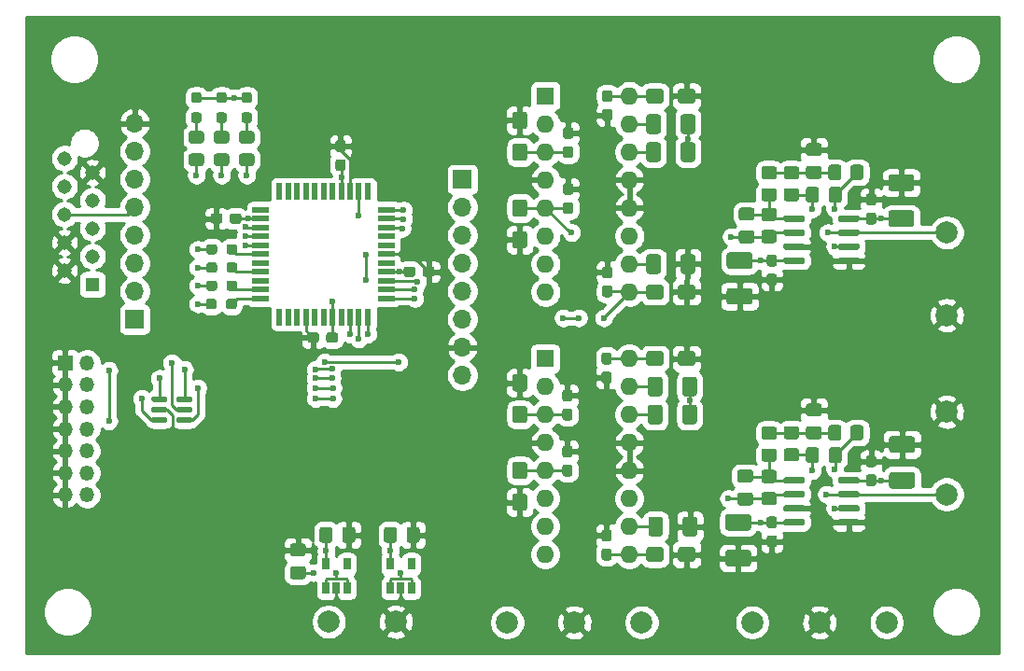
<source format=gbr>
G04 #@! TF.GenerationSoftware,KiCad,Pcbnew,(5.1.9-0-10_14)*
G04 #@! TF.CreationDate,2021-05-04T17:31:03+02:00*
G04 #@! TF.ProjectId,dac-i2s-nos,6461632d-6932-4732-9d6e-6f732e6b6963,rev?*
G04 #@! TF.SameCoordinates,Original*
G04 #@! TF.FileFunction,Copper,L1,Top*
G04 #@! TF.FilePolarity,Positive*
%FSLAX46Y46*%
G04 Gerber Fmt 4.6, Leading zero omitted, Abs format (unit mm)*
G04 Created by KiCad (PCBNEW (5.1.9-0-10_14)) date 2021-05-04 17:31:03*
%MOMM*%
%LPD*%
G01*
G04 APERTURE LIST*
G04 #@! TA.AperFunction,ComponentPad*
%ADD10O,1.350000X1.350000*%
G04 #@! TD*
G04 #@! TA.AperFunction,ComponentPad*
%ADD11R,1.350000X1.350000*%
G04 #@! TD*
G04 #@! TA.AperFunction,ComponentPad*
%ADD12O,1.700000X1.700000*%
G04 #@! TD*
G04 #@! TA.AperFunction,ComponentPad*
%ADD13R,1.700000X1.700000*%
G04 #@! TD*
G04 #@! TA.AperFunction,ComponentPad*
%ADD14C,2.000000*%
G04 #@! TD*
G04 #@! TA.AperFunction,ComponentPad*
%ADD15O,1.600000X1.600000*%
G04 #@! TD*
G04 #@! TA.AperFunction,ComponentPad*
%ADD16R,1.600000X1.600000*%
G04 #@! TD*
G04 #@! TA.AperFunction,SMDPad,CuDef*
%ADD17R,1.500000X0.550000*%
G04 #@! TD*
G04 #@! TA.AperFunction,SMDPad,CuDef*
%ADD18R,0.550000X1.500000*%
G04 #@! TD*
G04 #@! TA.AperFunction,SMDPad,CuDef*
%ADD19R,0.650000X1.060000*%
G04 #@! TD*
G04 #@! TA.AperFunction,ComponentPad*
%ADD20R,1.308000X1.308000*%
G04 #@! TD*
G04 #@! TA.AperFunction,ComponentPad*
%ADD21C,1.308000*%
G04 #@! TD*
G04 #@! TA.AperFunction,ViaPad*
%ADD22C,0.600000*%
G04 #@! TD*
G04 #@! TA.AperFunction,Conductor*
%ADD23C,0.250000*%
G04 #@! TD*
G04 #@! TA.AperFunction,Conductor*
%ADD24C,0.254000*%
G04 #@! TD*
G04 #@! TA.AperFunction,Conductor*
%ADD25C,0.100000*%
G04 #@! TD*
G04 APERTURE END LIST*
G04 #@! TA.AperFunction,SMDPad,CuDef*
G36*
G01*
X158606500Y-97110500D02*
X158131500Y-97110500D01*
G75*
G02*
X157894000Y-96873000I0J237500D01*
G01*
X157894000Y-96273000D01*
G75*
G02*
X158131500Y-96035500I237500J0D01*
G01*
X158606500Y-96035500D01*
G75*
G02*
X158844000Y-96273000I0J-237500D01*
G01*
X158844000Y-96873000D01*
G75*
G02*
X158606500Y-97110500I-237500J0D01*
G01*
G37*
G04 #@! TD.AperFunction*
G04 #@! TA.AperFunction,SMDPad,CuDef*
G36*
G01*
X158606500Y-98835500D02*
X158131500Y-98835500D01*
G75*
G02*
X157894000Y-98598000I0J237500D01*
G01*
X157894000Y-97998000D01*
G75*
G02*
X158131500Y-97760500I237500J0D01*
G01*
X158606500Y-97760500D01*
G75*
G02*
X158844000Y-97998000I0J-237500D01*
G01*
X158844000Y-98598000D01*
G75*
G02*
X158606500Y-98835500I-237500J0D01*
G01*
G37*
G04 #@! TD.AperFunction*
G04 #@! TA.AperFunction,SMDPad,CuDef*
G36*
G01*
X161687500Y-94405500D02*
X162162500Y-94405500D01*
G75*
G02*
X162400000Y-94643000I0J-237500D01*
G01*
X162400000Y-95243000D01*
G75*
G02*
X162162500Y-95480500I-237500J0D01*
G01*
X161687500Y-95480500D01*
G75*
G02*
X161450000Y-95243000I0J237500D01*
G01*
X161450000Y-94643000D01*
G75*
G02*
X161687500Y-94405500I237500J0D01*
G01*
G37*
G04 #@! TD.AperFunction*
G04 #@! TA.AperFunction,SMDPad,CuDef*
G36*
G01*
X161687500Y-92680500D02*
X162162500Y-92680500D01*
G75*
G02*
X162400000Y-92918000I0J-237500D01*
G01*
X162400000Y-93518000D01*
G75*
G02*
X162162500Y-93755500I-237500J0D01*
G01*
X161687500Y-93755500D01*
G75*
G02*
X161450000Y-93518000I0J237500D01*
G01*
X161450000Y-92918000D01*
G75*
G02*
X161687500Y-92680500I237500J0D01*
G01*
G37*
G04 #@! TD.AperFunction*
G04 #@! TA.AperFunction,SMDPad,CuDef*
G36*
G01*
X162162500Y-109810500D02*
X161687500Y-109810500D01*
G75*
G02*
X161450000Y-109573000I0J237500D01*
G01*
X161450000Y-108973000D01*
G75*
G02*
X161687500Y-108735500I237500J0D01*
G01*
X162162500Y-108735500D01*
G75*
G02*
X162400000Y-108973000I0J-237500D01*
G01*
X162400000Y-109573000D01*
G75*
G02*
X162162500Y-109810500I-237500J0D01*
G01*
G37*
G04 #@! TD.AperFunction*
G04 #@! TA.AperFunction,SMDPad,CuDef*
G36*
G01*
X162162500Y-111535500D02*
X161687500Y-111535500D01*
G75*
G02*
X161450000Y-111298000I0J237500D01*
G01*
X161450000Y-110698000D01*
G75*
G02*
X161687500Y-110460500I237500J0D01*
G01*
X162162500Y-110460500D01*
G75*
G02*
X162400000Y-110698000I0J-237500D01*
G01*
X162400000Y-111298000D01*
G75*
G02*
X162162500Y-111535500I-237500J0D01*
G01*
G37*
G04 #@! TD.AperFunction*
G04 #@! TA.AperFunction,SMDPad,CuDef*
G36*
G01*
X158606500Y-102190500D02*
X158131500Y-102190500D01*
G75*
G02*
X157894000Y-101953000I0J237500D01*
G01*
X157894000Y-101353000D01*
G75*
G02*
X158131500Y-101115500I237500J0D01*
G01*
X158606500Y-101115500D01*
G75*
G02*
X158844000Y-101353000I0J-237500D01*
G01*
X158844000Y-101953000D01*
G75*
G02*
X158606500Y-102190500I-237500J0D01*
G01*
G37*
G04 #@! TD.AperFunction*
G04 #@! TA.AperFunction,SMDPad,CuDef*
G36*
G01*
X158606500Y-103915500D02*
X158131500Y-103915500D01*
G75*
G02*
X157894000Y-103678000I0J237500D01*
G01*
X157894000Y-103078000D01*
G75*
G02*
X158131500Y-102840500I237500J0D01*
G01*
X158606500Y-102840500D01*
G75*
G02*
X158844000Y-103078000I0J-237500D01*
G01*
X158844000Y-103678000D01*
G75*
G02*
X158606500Y-103915500I-237500J0D01*
G01*
G37*
G04 #@! TD.AperFunction*
G04 #@! TA.AperFunction,SMDPad,CuDef*
G36*
G01*
X158670000Y-78378000D02*
X158195000Y-78378000D01*
G75*
G02*
X157957500Y-78140500I0J237500D01*
G01*
X157957500Y-77540500D01*
G75*
G02*
X158195000Y-77303000I237500J0D01*
G01*
X158670000Y-77303000D01*
G75*
G02*
X158907500Y-77540500I0J-237500D01*
G01*
X158907500Y-78140500D01*
G75*
G02*
X158670000Y-78378000I-237500J0D01*
G01*
G37*
G04 #@! TD.AperFunction*
G04 #@! TA.AperFunction,SMDPad,CuDef*
G36*
G01*
X158670000Y-80103000D02*
X158195000Y-80103000D01*
G75*
G02*
X157957500Y-79865500I0J237500D01*
G01*
X157957500Y-79265500D01*
G75*
G02*
X158195000Y-79028000I237500J0D01*
G01*
X158670000Y-79028000D01*
G75*
G02*
X158907500Y-79265500I0J-237500D01*
G01*
X158907500Y-79865500D01*
G75*
G02*
X158670000Y-80103000I-237500J0D01*
G01*
G37*
G04 #@! TD.AperFunction*
G04 #@! TA.AperFunction,SMDPad,CuDef*
G36*
G01*
X158670000Y-73298000D02*
X158195000Y-73298000D01*
G75*
G02*
X157957500Y-73060500I0J237500D01*
G01*
X157957500Y-72460500D01*
G75*
G02*
X158195000Y-72223000I237500J0D01*
G01*
X158670000Y-72223000D01*
G75*
G02*
X158907500Y-72460500I0J-237500D01*
G01*
X158907500Y-73060500D01*
G75*
G02*
X158670000Y-73298000I-237500J0D01*
G01*
G37*
G04 #@! TD.AperFunction*
G04 #@! TA.AperFunction,SMDPad,CuDef*
G36*
G01*
X158670000Y-75023000D02*
X158195000Y-75023000D01*
G75*
G02*
X157957500Y-74785500I0J237500D01*
G01*
X157957500Y-74185500D01*
G75*
G02*
X158195000Y-73948000I237500J0D01*
G01*
X158670000Y-73948000D01*
G75*
G02*
X158907500Y-74185500I0J-237500D01*
G01*
X158907500Y-74785500D01*
G75*
G02*
X158670000Y-75023000I-237500J0D01*
G01*
G37*
G04 #@! TD.AperFunction*
G04 #@! TA.AperFunction,SMDPad,CuDef*
G36*
G01*
X161751000Y-70593000D02*
X162226000Y-70593000D01*
G75*
G02*
X162463500Y-70830500I0J-237500D01*
G01*
X162463500Y-71430500D01*
G75*
G02*
X162226000Y-71668000I-237500J0D01*
G01*
X161751000Y-71668000D01*
G75*
G02*
X161513500Y-71430500I0J237500D01*
G01*
X161513500Y-70830500D01*
G75*
G02*
X161751000Y-70593000I237500J0D01*
G01*
G37*
G04 #@! TD.AperFunction*
G04 #@! TA.AperFunction,SMDPad,CuDef*
G36*
G01*
X161751000Y-68868000D02*
X162226000Y-68868000D01*
G75*
G02*
X162463500Y-69105500I0J-237500D01*
G01*
X162463500Y-69705500D01*
G75*
G02*
X162226000Y-69943000I-237500J0D01*
G01*
X161751000Y-69943000D01*
G75*
G02*
X161513500Y-69705500I0J237500D01*
G01*
X161513500Y-69105500D01*
G75*
G02*
X161751000Y-68868000I237500J0D01*
G01*
G37*
G04 #@! TD.AperFunction*
G04 #@! TA.AperFunction,SMDPad,CuDef*
G36*
G01*
X162226000Y-85934500D02*
X161751000Y-85934500D01*
G75*
G02*
X161513500Y-85697000I0J237500D01*
G01*
X161513500Y-85097000D01*
G75*
G02*
X161751000Y-84859500I237500J0D01*
G01*
X162226000Y-84859500D01*
G75*
G02*
X162463500Y-85097000I0J-237500D01*
G01*
X162463500Y-85697000D01*
G75*
G02*
X162226000Y-85934500I-237500J0D01*
G01*
G37*
G04 #@! TD.AperFunction*
G04 #@! TA.AperFunction,SMDPad,CuDef*
G36*
G01*
X162226000Y-87659500D02*
X161751000Y-87659500D01*
G75*
G02*
X161513500Y-87422000I0J237500D01*
G01*
X161513500Y-86822000D01*
G75*
G02*
X161751000Y-86584500I237500J0D01*
G01*
X162226000Y-86584500D01*
G75*
G02*
X162463500Y-86822000I0J-237500D01*
G01*
X162463500Y-87422000D01*
G75*
G02*
X162226000Y-87659500I-237500J0D01*
G01*
G37*
G04 #@! TD.AperFunction*
G04 #@! TA.AperFunction,SMDPad,CuDef*
G36*
G01*
X182919500Y-80668000D02*
X182919500Y-80368000D01*
G75*
G02*
X183069500Y-80218000I150000J0D01*
G01*
X184719500Y-80218000D01*
G75*
G02*
X184869500Y-80368000I0J-150000D01*
G01*
X184869500Y-80668000D01*
G75*
G02*
X184719500Y-80818000I-150000J0D01*
G01*
X183069500Y-80818000D01*
G75*
G02*
X182919500Y-80668000I0J150000D01*
G01*
G37*
G04 #@! TD.AperFunction*
G04 #@! TA.AperFunction,SMDPad,CuDef*
G36*
G01*
X182919500Y-81938000D02*
X182919500Y-81638000D01*
G75*
G02*
X183069500Y-81488000I150000J0D01*
G01*
X184719500Y-81488000D01*
G75*
G02*
X184869500Y-81638000I0J-150000D01*
G01*
X184869500Y-81938000D01*
G75*
G02*
X184719500Y-82088000I-150000J0D01*
G01*
X183069500Y-82088000D01*
G75*
G02*
X182919500Y-81938000I0J150000D01*
G01*
G37*
G04 #@! TD.AperFunction*
G04 #@! TA.AperFunction,SMDPad,CuDef*
G36*
G01*
X182919500Y-83208000D02*
X182919500Y-82908000D01*
G75*
G02*
X183069500Y-82758000I150000J0D01*
G01*
X184719500Y-82758000D01*
G75*
G02*
X184869500Y-82908000I0J-150000D01*
G01*
X184869500Y-83208000D01*
G75*
G02*
X184719500Y-83358000I-150000J0D01*
G01*
X183069500Y-83358000D01*
G75*
G02*
X182919500Y-83208000I0J150000D01*
G01*
G37*
G04 #@! TD.AperFunction*
G04 #@! TA.AperFunction,SMDPad,CuDef*
G36*
G01*
X182919500Y-84478000D02*
X182919500Y-84178000D01*
G75*
G02*
X183069500Y-84028000I150000J0D01*
G01*
X184719500Y-84028000D01*
G75*
G02*
X184869500Y-84178000I0J-150000D01*
G01*
X184869500Y-84478000D01*
G75*
G02*
X184719500Y-84628000I-150000J0D01*
G01*
X183069500Y-84628000D01*
G75*
G02*
X182919500Y-84478000I0J150000D01*
G01*
G37*
G04 #@! TD.AperFunction*
G04 #@! TA.AperFunction,SMDPad,CuDef*
G36*
G01*
X177969500Y-84478000D02*
X177969500Y-84178000D01*
G75*
G02*
X178119500Y-84028000I150000J0D01*
G01*
X179769500Y-84028000D01*
G75*
G02*
X179919500Y-84178000I0J-150000D01*
G01*
X179919500Y-84478000D01*
G75*
G02*
X179769500Y-84628000I-150000J0D01*
G01*
X178119500Y-84628000D01*
G75*
G02*
X177969500Y-84478000I0J150000D01*
G01*
G37*
G04 #@! TD.AperFunction*
G04 #@! TA.AperFunction,SMDPad,CuDef*
G36*
G01*
X177969500Y-83208000D02*
X177969500Y-82908000D01*
G75*
G02*
X178119500Y-82758000I150000J0D01*
G01*
X179769500Y-82758000D01*
G75*
G02*
X179919500Y-82908000I0J-150000D01*
G01*
X179919500Y-83208000D01*
G75*
G02*
X179769500Y-83358000I-150000J0D01*
G01*
X178119500Y-83358000D01*
G75*
G02*
X177969500Y-83208000I0J150000D01*
G01*
G37*
G04 #@! TD.AperFunction*
G04 #@! TA.AperFunction,SMDPad,CuDef*
G36*
G01*
X177969500Y-81938000D02*
X177969500Y-81638000D01*
G75*
G02*
X178119500Y-81488000I150000J0D01*
G01*
X179769500Y-81488000D01*
G75*
G02*
X179919500Y-81638000I0J-150000D01*
G01*
X179919500Y-81938000D01*
G75*
G02*
X179769500Y-82088000I-150000J0D01*
G01*
X178119500Y-82088000D01*
G75*
G02*
X177969500Y-81938000I0J150000D01*
G01*
G37*
G04 #@! TD.AperFunction*
G04 #@! TA.AperFunction,SMDPad,CuDef*
G36*
G01*
X177969500Y-80668000D02*
X177969500Y-80368000D01*
G75*
G02*
X178119500Y-80218000I150000J0D01*
G01*
X179769500Y-80218000D01*
G75*
G02*
X179919500Y-80368000I0J-150000D01*
G01*
X179919500Y-80668000D01*
G75*
G02*
X179769500Y-80818000I-150000J0D01*
G01*
X178119500Y-80818000D01*
G75*
G02*
X177969500Y-80668000I0J150000D01*
G01*
G37*
G04 #@! TD.AperFunction*
G04 #@! TA.AperFunction,SMDPad,CuDef*
G36*
G01*
X183226000Y-75876999D02*
X183226000Y-76777001D01*
G75*
G02*
X182976001Y-77027000I-249999J0D01*
G01*
X182275999Y-77027000D01*
G75*
G02*
X182026000Y-76777001I0J249999D01*
G01*
X182026000Y-75876999D01*
G75*
G02*
X182275999Y-75627000I249999J0D01*
G01*
X182976001Y-75627000D01*
G75*
G02*
X183226000Y-75876999I0J-249999D01*
G01*
G37*
G04 #@! TD.AperFunction*
G04 #@! TA.AperFunction,SMDPad,CuDef*
G36*
G01*
X185226000Y-75876999D02*
X185226000Y-76777001D01*
G75*
G02*
X184976001Y-77027000I-249999J0D01*
G01*
X184275999Y-77027000D01*
G75*
G02*
X184026000Y-76777001I0J249999D01*
G01*
X184026000Y-75876999D01*
G75*
G02*
X184275999Y-75627000I249999J0D01*
G01*
X184976001Y-75627000D01*
G75*
G02*
X185226000Y-75876999I0J-249999D01*
G01*
G37*
G04 #@! TD.AperFunction*
G04 #@! TA.AperFunction,SMDPad,CuDef*
G36*
G01*
X178238999Y-77759000D02*
X179139001Y-77759000D01*
G75*
G02*
X179389000Y-78008999I0J-249999D01*
G01*
X179389000Y-78709001D01*
G75*
G02*
X179139001Y-78959000I-249999J0D01*
G01*
X178238999Y-78959000D01*
G75*
G02*
X177989000Y-78709001I0J249999D01*
G01*
X177989000Y-78008999D01*
G75*
G02*
X178238999Y-77759000I249999J0D01*
G01*
G37*
G04 #@! TD.AperFunction*
G04 #@! TA.AperFunction,SMDPad,CuDef*
G36*
G01*
X178238999Y-75759000D02*
X179139001Y-75759000D01*
G75*
G02*
X179389000Y-76008999I0J-249999D01*
G01*
X179389000Y-76709001D01*
G75*
G02*
X179139001Y-76959000I-249999J0D01*
G01*
X178238999Y-76959000D01*
G75*
G02*
X177989000Y-76709001I0J249999D01*
G01*
X177989000Y-76008999D01*
G75*
G02*
X178238999Y-75759000I249999J0D01*
G01*
G37*
G04 #@! TD.AperFunction*
G04 #@! TA.AperFunction,SMDPad,CuDef*
G36*
G01*
X176206999Y-77759000D02*
X177107001Y-77759000D01*
G75*
G02*
X177357000Y-78008999I0J-249999D01*
G01*
X177357000Y-78709001D01*
G75*
G02*
X177107001Y-78959000I-249999J0D01*
G01*
X176206999Y-78959000D01*
G75*
G02*
X175957000Y-78709001I0J249999D01*
G01*
X175957000Y-78008999D01*
G75*
G02*
X176206999Y-77759000I249999J0D01*
G01*
G37*
G04 #@! TD.AperFunction*
G04 #@! TA.AperFunction,SMDPad,CuDef*
G36*
G01*
X176206999Y-75759000D02*
X177107001Y-75759000D01*
G75*
G02*
X177357000Y-76008999I0J-249999D01*
G01*
X177357000Y-76709001D01*
G75*
G02*
X177107001Y-76959000I-249999J0D01*
G01*
X176206999Y-76959000D01*
G75*
G02*
X175957000Y-76709001I0J249999D01*
G01*
X175957000Y-76008999D01*
G75*
G02*
X176206999Y-75759000I249999J0D01*
G01*
G37*
G04 #@! TD.AperFunction*
G04 #@! TA.AperFunction,SMDPad,CuDef*
G36*
G01*
X176206999Y-81553000D02*
X177107001Y-81553000D01*
G75*
G02*
X177357000Y-81802999I0J-249999D01*
G01*
X177357000Y-82503001D01*
G75*
G02*
X177107001Y-82753000I-249999J0D01*
G01*
X176206999Y-82753000D01*
G75*
G02*
X175957000Y-82503001I0J249999D01*
G01*
X175957000Y-81802999D01*
G75*
G02*
X176206999Y-81553000I249999J0D01*
G01*
G37*
G04 #@! TD.AperFunction*
G04 #@! TA.AperFunction,SMDPad,CuDef*
G36*
G01*
X176206999Y-79553000D02*
X177107001Y-79553000D01*
G75*
G02*
X177357000Y-79802999I0J-249999D01*
G01*
X177357000Y-80503001D01*
G75*
G02*
X177107001Y-80753000I-249999J0D01*
G01*
X176206999Y-80753000D01*
G75*
G02*
X175957000Y-80503001I0J249999D01*
G01*
X175957000Y-79802999D01*
G75*
G02*
X176206999Y-79553000I249999J0D01*
G01*
G37*
G04 #@! TD.AperFunction*
G04 #@! TA.AperFunction,SMDPad,CuDef*
G36*
G01*
X182081500Y-78834000D02*
X182081500Y-77884000D01*
G75*
G02*
X182331500Y-77634000I250000J0D01*
G01*
X183006500Y-77634000D01*
G75*
G02*
X183256500Y-77884000I0J-250000D01*
G01*
X183256500Y-78834000D01*
G75*
G02*
X183006500Y-79084000I-250000J0D01*
G01*
X182331500Y-79084000D01*
G75*
G02*
X182081500Y-78834000I0J250000D01*
G01*
G37*
G04 #@! TD.AperFunction*
G04 #@! TA.AperFunction,SMDPad,CuDef*
G36*
G01*
X180006500Y-78834000D02*
X180006500Y-77884000D01*
G75*
G02*
X180256500Y-77634000I250000J0D01*
G01*
X180931500Y-77634000D01*
G75*
G02*
X181181500Y-77884000I0J-250000D01*
G01*
X181181500Y-78834000D01*
G75*
G02*
X180931500Y-79084000I-250000J0D01*
G01*
X180256500Y-79084000D01*
G75*
G02*
X180006500Y-78834000I0J250000D01*
G01*
G37*
G04 #@! TD.AperFunction*
G04 #@! TA.AperFunction,SMDPad,CuDef*
G36*
G01*
X181196000Y-74839500D02*
X180246000Y-74839500D01*
G75*
G02*
X179996000Y-74589500I0J250000D01*
G01*
X179996000Y-73914500D01*
G75*
G02*
X180246000Y-73664500I250000J0D01*
G01*
X181196000Y-73664500D01*
G75*
G02*
X181446000Y-73914500I0J-250000D01*
G01*
X181446000Y-74589500D01*
G75*
G02*
X181196000Y-74839500I-250000J0D01*
G01*
G37*
G04 #@! TD.AperFunction*
G04 #@! TA.AperFunction,SMDPad,CuDef*
G36*
G01*
X181196000Y-76914500D02*
X180246000Y-76914500D01*
G75*
G02*
X179996000Y-76664500I0J250000D01*
G01*
X179996000Y-75989500D01*
G75*
G02*
X180246000Y-75739500I250000J0D01*
G01*
X181196000Y-75739500D01*
G75*
G02*
X181446000Y-75989500I0J-250000D01*
G01*
X181446000Y-76664500D01*
G75*
G02*
X181196000Y-76914500I-250000J0D01*
G01*
G37*
G04 #@! TD.AperFunction*
G04 #@! TA.AperFunction,SMDPad,CuDef*
G36*
G01*
X175100000Y-80703000D02*
X174150000Y-80703000D01*
G75*
G02*
X173900000Y-80453000I0J250000D01*
G01*
X173900000Y-79778000D01*
G75*
G02*
X174150000Y-79528000I250000J0D01*
G01*
X175100000Y-79528000D01*
G75*
G02*
X175350000Y-79778000I0J-250000D01*
G01*
X175350000Y-80453000D01*
G75*
G02*
X175100000Y-80703000I-250000J0D01*
G01*
G37*
G04 #@! TD.AperFunction*
G04 #@! TA.AperFunction,SMDPad,CuDef*
G36*
G01*
X175100000Y-82778000D02*
X174150000Y-82778000D01*
G75*
G02*
X173900000Y-82528000I0J250000D01*
G01*
X173900000Y-81853000D01*
G75*
G02*
X174150000Y-81603000I250000J0D01*
G01*
X175100000Y-81603000D01*
G75*
G02*
X175350000Y-81853000I0J-250000D01*
G01*
X175350000Y-82528000D01*
G75*
G02*
X175100000Y-82778000I-250000J0D01*
G01*
G37*
G04 #@! TD.AperFunction*
G04 #@! TA.AperFunction,SMDPad,CuDef*
G36*
G01*
X177148500Y-84865500D02*
X176673500Y-84865500D01*
G75*
G02*
X176436000Y-84628000I0J237500D01*
G01*
X176436000Y-84028000D01*
G75*
G02*
X176673500Y-83790500I237500J0D01*
G01*
X177148500Y-83790500D01*
G75*
G02*
X177386000Y-84028000I0J-237500D01*
G01*
X177386000Y-84628000D01*
G75*
G02*
X177148500Y-84865500I-237500J0D01*
G01*
G37*
G04 #@! TD.AperFunction*
G04 #@! TA.AperFunction,SMDPad,CuDef*
G36*
G01*
X177148500Y-86590500D02*
X176673500Y-86590500D01*
G75*
G02*
X176436000Y-86353000I0J237500D01*
G01*
X176436000Y-85753000D01*
G75*
G02*
X176673500Y-85515500I237500J0D01*
G01*
X177148500Y-85515500D01*
G75*
G02*
X177386000Y-85753000I0J-237500D01*
G01*
X177386000Y-86353000D01*
G75*
G02*
X177148500Y-86590500I-237500J0D01*
G01*
G37*
G04 #@! TD.AperFunction*
G04 #@! TA.AperFunction,SMDPad,CuDef*
G36*
G01*
X186165500Y-79330500D02*
X185690500Y-79330500D01*
G75*
G02*
X185453000Y-79093000I0J237500D01*
G01*
X185453000Y-78493000D01*
G75*
G02*
X185690500Y-78255500I237500J0D01*
G01*
X186165500Y-78255500D01*
G75*
G02*
X186403000Y-78493000I0J-237500D01*
G01*
X186403000Y-79093000D01*
G75*
G02*
X186165500Y-79330500I-237500J0D01*
G01*
G37*
G04 #@! TD.AperFunction*
G04 #@! TA.AperFunction,SMDPad,CuDef*
G36*
G01*
X186165500Y-81055500D02*
X185690500Y-81055500D01*
G75*
G02*
X185453000Y-80818000I0J237500D01*
G01*
X185453000Y-80218000D01*
G75*
G02*
X185690500Y-79980500I237500J0D01*
G01*
X186165500Y-79980500D01*
G75*
G02*
X186403000Y-80218000I0J-237500D01*
G01*
X186403000Y-80818000D01*
G75*
G02*
X186165500Y-81055500I-237500J0D01*
G01*
G37*
G04 #@! TD.AperFunction*
G04 #@! TA.AperFunction,SMDPad,CuDef*
G36*
G01*
X174915000Y-85078000D02*
X173065000Y-85078000D01*
G75*
G02*
X172815000Y-84828000I0J250000D01*
G01*
X172815000Y-83828000D01*
G75*
G02*
X173065000Y-83578000I250000J0D01*
G01*
X174915000Y-83578000D01*
G75*
G02*
X175165000Y-83828000I0J-250000D01*
G01*
X175165000Y-84828000D01*
G75*
G02*
X174915000Y-85078000I-250000J0D01*
G01*
G37*
G04 #@! TD.AperFunction*
G04 #@! TA.AperFunction,SMDPad,CuDef*
G36*
G01*
X174915000Y-88328000D02*
X173065000Y-88328000D01*
G75*
G02*
X172815000Y-88078000I0J250000D01*
G01*
X172815000Y-87078000D01*
G75*
G02*
X173065000Y-86828000I250000J0D01*
G01*
X174915000Y-86828000D01*
G75*
G02*
X175165000Y-87078000I0J-250000D01*
G01*
X175165000Y-88078000D01*
G75*
G02*
X174915000Y-88328000I-250000J0D01*
G01*
G37*
G04 #@! TD.AperFunction*
G04 #@! TA.AperFunction,SMDPad,CuDef*
G36*
G01*
X189583500Y-78018000D02*
X187733500Y-78018000D01*
G75*
G02*
X187483500Y-77768000I0J250000D01*
G01*
X187483500Y-76768000D01*
G75*
G02*
X187733500Y-76518000I250000J0D01*
G01*
X189583500Y-76518000D01*
G75*
G02*
X189833500Y-76768000I0J-250000D01*
G01*
X189833500Y-77768000D01*
G75*
G02*
X189583500Y-78018000I-250000J0D01*
G01*
G37*
G04 #@! TD.AperFunction*
G04 #@! TA.AperFunction,SMDPad,CuDef*
G36*
G01*
X189583500Y-81268000D02*
X187733500Y-81268000D01*
G75*
G02*
X187483500Y-81018000I0J250000D01*
G01*
X187483500Y-80018000D01*
G75*
G02*
X187733500Y-79768000I250000J0D01*
G01*
X189583500Y-79768000D01*
G75*
G02*
X189833500Y-80018000I0J-250000D01*
G01*
X189833500Y-81018000D01*
G75*
G02*
X189583500Y-81268000I-250000J0D01*
G01*
G37*
G04 #@! TD.AperFunction*
G04 #@! TA.AperFunction,SMDPad,CuDef*
G36*
G01*
X154476001Y-80353000D02*
X153625999Y-80353000D01*
G75*
G02*
X153376000Y-80103001I0J249999D01*
G01*
X153376000Y-79027999D01*
G75*
G02*
X153625999Y-78778000I249999J0D01*
G01*
X154476001Y-78778000D01*
G75*
G02*
X154726000Y-79027999I0J-249999D01*
G01*
X154726000Y-80103001D01*
G75*
G02*
X154476001Y-80353000I-249999J0D01*
G01*
G37*
G04 #@! TD.AperFunction*
G04 #@! TA.AperFunction,SMDPad,CuDef*
G36*
G01*
X154476001Y-83228000D02*
X153625999Y-83228000D01*
G75*
G02*
X153376000Y-82978001I0J249999D01*
G01*
X153376000Y-81902999D01*
G75*
G02*
X153625999Y-81653000I249999J0D01*
G01*
X154476001Y-81653000D01*
G75*
G02*
X154726000Y-81902999I0J-249999D01*
G01*
X154726000Y-82978001D01*
G75*
G02*
X154476001Y-83228000I-249999J0D01*
G01*
G37*
G04 #@! TD.AperFunction*
G04 #@! TA.AperFunction,SMDPad,CuDef*
G36*
G01*
X154476001Y-72398000D02*
X153625999Y-72398000D01*
G75*
G02*
X153376000Y-72148001I0J249999D01*
G01*
X153376000Y-71072999D01*
G75*
G02*
X153625999Y-70823000I249999J0D01*
G01*
X154476001Y-70823000D01*
G75*
G02*
X154726000Y-71072999I0J-249999D01*
G01*
X154726000Y-72148001D01*
G75*
G02*
X154476001Y-72398000I-249999J0D01*
G01*
G37*
G04 #@! TD.AperFunction*
G04 #@! TA.AperFunction,SMDPad,CuDef*
G36*
G01*
X154476001Y-75273000D02*
X153625999Y-75273000D01*
G75*
G02*
X153376000Y-75023001I0J249999D01*
G01*
X153376000Y-73947999D01*
G75*
G02*
X153625999Y-73698000I249999J0D01*
G01*
X154476001Y-73698000D01*
G75*
G02*
X154726000Y-73947999I0J-249999D01*
G01*
X154726000Y-75023001D01*
G75*
G02*
X154476001Y-75273000I-249999J0D01*
G01*
G37*
G04 #@! TD.AperFunction*
G04 #@! TA.AperFunction,SMDPad,CuDef*
G36*
G01*
X167094000Y-68980499D02*
X167094000Y-69830501D01*
G75*
G02*
X166844001Y-70080500I-249999J0D01*
G01*
X165768999Y-70080500D01*
G75*
G02*
X165519000Y-69830501I0J249999D01*
G01*
X165519000Y-68980499D01*
G75*
G02*
X165768999Y-68730500I249999J0D01*
G01*
X166844001Y-68730500D01*
G75*
G02*
X167094000Y-68980499I0J-249999D01*
G01*
G37*
G04 #@! TD.AperFunction*
G04 #@! TA.AperFunction,SMDPad,CuDef*
G36*
G01*
X169969000Y-68980499D02*
X169969000Y-69830501D01*
G75*
G02*
X169719001Y-70080500I-249999J0D01*
G01*
X168643999Y-70080500D01*
G75*
G02*
X168394000Y-69830501I0J249999D01*
G01*
X168394000Y-68980499D01*
G75*
G02*
X168643999Y-68730500I249999J0D01*
G01*
X169719001Y-68730500D01*
G75*
G02*
X169969000Y-68980499I0J-249999D01*
G01*
G37*
G04 #@! TD.AperFunction*
G04 #@! TA.AperFunction,SMDPad,CuDef*
G36*
G01*
X168394000Y-87610501D02*
X168394000Y-86760499D01*
G75*
G02*
X168643999Y-86510500I249999J0D01*
G01*
X169719001Y-86510500D01*
G75*
G02*
X169969000Y-86760499I0J-249999D01*
G01*
X169969000Y-87610501D01*
G75*
G02*
X169719001Y-87860500I-249999J0D01*
G01*
X168643999Y-87860500D01*
G75*
G02*
X168394000Y-87610501I0J249999D01*
G01*
G37*
G04 #@! TD.AperFunction*
G04 #@! TA.AperFunction,SMDPad,CuDef*
G36*
G01*
X165519000Y-87610501D02*
X165519000Y-86760499D01*
G75*
G02*
X165768999Y-86510500I249999J0D01*
G01*
X166844001Y-86510500D01*
G75*
G02*
X167094000Y-86760499I0J-249999D01*
G01*
X167094000Y-87610501D01*
G75*
G02*
X166844001Y-87860500I-249999J0D01*
G01*
X165768999Y-87860500D01*
G75*
G02*
X165519000Y-87610501I0J249999D01*
G01*
G37*
G04 #@! TD.AperFunction*
G04 #@! TA.AperFunction,SMDPad,CuDef*
G36*
G01*
X167094000Y-92792999D02*
X167094000Y-93643001D01*
G75*
G02*
X166844001Y-93893000I-249999J0D01*
G01*
X165768999Y-93893000D01*
G75*
G02*
X165519000Y-93643001I0J249999D01*
G01*
X165519000Y-92792999D01*
G75*
G02*
X165768999Y-92543000I249999J0D01*
G01*
X166844001Y-92543000D01*
G75*
G02*
X167094000Y-92792999I0J-249999D01*
G01*
G37*
G04 #@! TD.AperFunction*
G04 #@! TA.AperFunction,SMDPad,CuDef*
G36*
G01*
X169969000Y-92792999D02*
X169969000Y-93643001D01*
G75*
G02*
X169719001Y-93893000I-249999J0D01*
G01*
X168643999Y-93893000D01*
G75*
G02*
X168394000Y-93643001I0J249999D01*
G01*
X168394000Y-92792999D01*
G75*
G02*
X168643999Y-92543000I249999J0D01*
G01*
X169719001Y-92543000D01*
G75*
G02*
X169969000Y-92792999I0J-249999D01*
G01*
G37*
G04 #@! TD.AperFunction*
G04 #@! TA.AperFunction,SMDPad,CuDef*
G36*
G01*
X168394000Y-111423001D02*
X168394000Y-110572999D01*
G75*
G02*
X168643999Y-110323000I249999J0D01*
G01*
X169719001Y-110323000D01*
G75*
G02*
X169969000Y-110572999I0J-249999D01*
G01*
X169969000Y-111423001D01*
G75*
G02*
X169719001Y-111673000I-249999J0D01*
G01*
X168643999Y-111673000D01*
G75*
G02*
X168394000Y-111423001I0J249999D01*
G01*
G37*
G04 #@! TD.AperFunction*
G04 #@! TA.AperFunction,SMDPad,CuDef*
G36*
G01*
X165519000Y-111423001D02*
X165519000Y-110572999D01*
G75*
G02*
X165768999Y-110323000I249999J0D01*
G01*
X166844001Y-110323000D01*
G75*
G02*
X167094000Y-110572999I0J-249999D01*
G01*
X167094000Y-111423001D01*
G75*
G02*
X166844001Y-111673000I-249999J0D01*
G01*
X165768999Y-111673000D01*
G75*
G02*
X165519000Y-111423001I0J249999D01*
G01*
G37*
G04 #@! TD.AperFunction*
G04 #@! TA.AperFunction,SMDPad,CuDef*
G36*
G01*
X154476001Y-104165500D02*
X153625999Y-104165500D01*
G75*
G02*
X153376000Y-103915501I0J249999D01*
G01*
X153376000Y-102840499D01*
G75*
G02*
X153625999Y-102590500I249999J0D01*
G01*
X154476001Y-102590500D01*
G75*
G02*
X154726000Y-102840499I0J-249999D01*
G01*
X154726000Y-103915501D01*
G75*
G02*
X154476001Y-104165500I-249999J0D01*
G01*
G37*
G04 #@! TD.AperFunction*
G04 #@! TA.AperFunction,SMDPad,CuDef*
G36*
G01*
X154476001Y-107040500D02*
X153625999Y-107040500D01*
G75*
G02*
X153376000Y-106790501I0J249999D01*
G01*
X153376000Y-105715499D01*
G75*
G02*
X153625999Y-105465500I249999J0D01*
G01*
X154476001Y-105465500D01*
G75*
G02*
X154726000Y-105715499I0J-249999D01*
G01*
X154726000Y-106790501D01*
G75*
G02*
X154476001Y-107040500I-249999J0D01*
G01*
G37*
G04 #@! TD.AperFunction*
G04 #@! TA.AperFunction,SMDPad,CuDef*
G36*
G01*
X154476001Y-96210500D02*
X153625999Y-96210500D01*
G75*
G02*
X153376000Y-95960501I0J249999D01*
G01*
X153376000Y-94885499D01*
G75*
G02*
X153625999Y-94635500I249999J0D01*
G01*
X154476001Y-94635500D01*
G75*
G02*
X154726000Y-94885499I0J-249999D01*
G01*
X154726000Y-95960501D01*
G75*
G02*
X154476001Y-96210500I-249999J0D01*
G01*
G37*
G04 #@! TD.AperFunction*
G04 #@! TA.AperFunction,SMDPad,CuDef*
G36*
G01*
X154476001Y-99085500D02*
X153625999Y-99085500D01*
G75*
G02*
X153376000Y-98835501I0J249999D01*
G01*
X153376000Y-97760499D01*
G75*
G02*
X153625999Y-97510500I249999J0D01*
G01*
X154476001Y-97510500D01*
G75*
G02*
X154726000Y-97760499I0J-249999D01*
G01*
X154726000Y-98835501D01*
G75*
G02*
X154476001Y-99085500I-249999J0D01*
G01*
G37*
G04 #@! TD.AperFunction*
G04 #@! TA.AperFunction,SMDPad,CuDef*
G36*
G01*
X182921000Y-104417000D02*
X182921000Y-104117000D01*
G75*
G02*
X183071000Y-103967000I150000J0D01*
G01*
X184721000Y-103967000D01*
G75*
G02*
X184871000Y-104117000I0J-150000D01*
G01*
X184871000Y-104417000D01*
G75*
G02*
X184721000Y-104567000I-150000J0D01*
G01*
X183071000Y-104567000D01*
G75*
G02*
X182921000Y-104417000I0J150000D01*
G01*
G37*
G04 #@! TD.AperFunction*
G04 #@! TA.AperFunction,SMDPad,CuDef*
G36*
G01*
X182921000Y-105687000D02*
X182921000Y-105387000D01*
G75*
G02*
X183071000Y-105237000I150000J0D01*
G01*
X184721000Y-105237000D01*
G75*
G02*
X184871000Y-105387000I0J-150000D01*
G01*
X184871000Y-105687000D01*
G75*
G02*
X184721000Y-105837000I-150000J0D01*
G01*
X183071000Y-105837000D01*
G75*
G02*
X182921000Y-105687000I0J150000D01*
G01*
G37*
G04 #@! TD.AperFunction*
G04 #@! TA.AperFunction,SMDPad,CuDef*
G36*
G01*
X182921000Y-106957000D02*
X182921000Y-106657000D01*
G75*
G02*
X183071000Y-106507000I150000J0D01*
G01*
X184721000Y-106507000D01*
G75*
G02*
X184871000Y-106657000I0J-150000D01*
G01*
X184871000Y-106957000D01*
G75*
G02*
X184721000Y-107107000I-150000J0D01*
G01*
X183071000Y-107107000D01*
G75*
G02*
X182921000Y-106957000I0J150000D01*
G01*
G37*
G04 #@! TD.AperFunction*
G04 #@! TA.AperFunction,SMDPad,CuDef*
G36*
G01*
X182921000Y-108227000D02*
X182921000Y-107927000D01*
G75*
G02*
X183071000Y-107777000I150000J0D01*
G01*
X184721000Y-107777000D01*
G75*
G02*
X184871000Y-107927000I0J-150000D01*
G01*
X184871000Y-108227000D01*
G75*
G02*
X184721000Y-108377000I-150000J0D01*
G01*
X183071000Y-108377000D01*
G75*
G02*
X182921000Y-108227000I0J150000D01*
G01*
G37*
G04 #@! TD.AperFunction*
G04 #@! TA.AperFunction,SMDPad,CuDef*
G36*
G01*
X177971000Y-108227000D02*
X177971000Y-107927000D01*
G75*
G02*
X178121000Y-107777000I150000J0D01*
G01*
X179771000Y-107777000D01*
G75*
G02*
X179921000Y-107927000I0J-150000D01*
G01*
X179921000Y-108227000D01*
G75*
G02*
X179771000Y-108377000I-150000J0D01*
G01*
X178121000Y-108377000D01*
G75*
G02*
X177971000Y-108227000I0J150000D01*
G01*
G37*
G04 #@! TD.AperFunction*
G04 #@! TA.AperFunction,SMDPad,CuDef*
G36*
G01*
X177971000Y-106957000D02*
X177971000Y-106657000D01*
G75*
G02*
X178121000Y-106507000I150000J0D01*
G01*
X179771000Y-106507000D01*
G75*
G02*
X179921000Y-106657000I0J-150000D01*
G01*
X179921000Y-106957000D01*
G75*
G02*
X179771000Y-107107000I-150000J0D01*
G01*
X178121000Y-107107000D01*
G75*
G02*
X177971000Y-106957000I0J150000D01*
G01*
G37*
G04 #@! TD.AperFunction*
G04 #@! TA.AperFunction,SMDPad,CuDef*
G36*
G01*
X177971000Y-105687000D02*
X177971000Y-105387000D01*
G75*
G02*
X178121000Y-105237000I150000J0D01*
G01*
X179771000Y-105237000D01*
G75*
G02*
X179921000Y-105387000I0J-150000D01*
G01*
X179921000Y-105687000D01*
G75*
G02*
X179771000Y-105837000I-150000J0D01*
G01*
X178121000Y-105837000D01*
G75*
G02*
X177971000Y-105687000I0J150000D01*
G01*
G37*
G04 #@! TD.AperFunction*
G04 #@! TA.AperFunction,SMDPad,CuDef*
G36*
G01*
X177971000Y-104417000D02*
X177971000Y-104117000D01*
G75*
G02*
X178121000Y-103967000I150000J0D01*
G01*
X179771000Y-103967000D01*
G75*
G02*
X179921000Y-104117000I0J-150000D01*
G01*
X179921000Y-104417000D01*
G75*
G02*
X179771000Y-104567000I-150000J0D01*
G01*
X178121000Y-104567000D01*
G75*
G02*
X177971000Y-104417000I0J150000D01*
G01*
G37*
G04 #@! TD.AperFunction*
G04 #@! TA.AperFunction,SMDPad,CuDef*
G36*
G01*
X177148500Y-108614500D02*
X176673500Y-108614500D01*
G75*
G02*
X176436000Y-108377000I0J237500D01*
G01*
X176436000Y-107777000D01*
G75*
G02*
X176673500Y-107539500I237500J0D01*
G01*
X177148500Y-107539500D01*
G75*
G02*
X177386000Y-107777000I0J-237500D01*
G01*
X177386000Y-108377000D01*
G75*
G02*
X177148500Y-108614500I-237500J0D01*
G01*
G37*
G04 #@! TD.AperFunction*
G04 #@! TA.AperFunction,SMDPad,CuDef*
G36*
G01*
X177148500Y-110339500D02*
X176673500Y-110339500D01*
G75*
G02*
X176436000Y-110102000I0J237500D01*
G01*
X176436000Y-109502000D01*
G75*
G02*
X176673500Y-109264500I237500J0D01*
G01*
X177148500Y-109264500D01*
G75*
G02*
X177386000Y-109502000I0J-237500D01*
G01*
X177386000Y-110102000D01*
G75*
G02*
X177148500Y-110339500I-237500J0D01*
G01*
G37*
G04 #@! TD.AperFunction*
G04 #@! TA.AperFunction,SMDPad,CuDef*
G36*
G01*
X186165500Y-103079500D02*
X185690500Y-103079500D01*
G75*
G02*
X185453000Y-102842000I0J237500D01*
G01*
X185453000Y-102242000D01*
G75*
G02*
X185690500Y-102004500I237500J0D01*
G01*
X186165500Y-102004500D01*
G75*
G02*
X186403000Y-102242000I0J-237500D01*
G01*
X186403000Y-102842000D01*
G75*
G02*
X186165500Y-103079500I-237500J0D01*
G01*
G37*
G04 #@! TD.AperFunction*
G04 #@! TA.AperFunction,SMDPad,CuDef*
G36*
G01*
X186165500Y-104804500D02*
X185690500Y-104804500D01*
G75*
G02*
X185453000Y-104567000I0J237500D01*
G01*
X185453000Y-103967000D01*
G75*
G02*
X185690500Y-103729500I237500J0D01*
G01*
X186165500Y-103729500D01*
G75*
G02*
X186403000Y-103967000I0J-237500D01*
G01*
X186403000Y-104567000D01*
G75*
G02*
X186165500Y-104804500I-237500J0D01*
G01*
G37*
G04 #@! TD.AperFunction*
G04 #@! TA.AperFunction,SMDPad,CuDef*
G36*
G01*
X183226000Y-99498999D02*
X183226000Y-100399001D01*
G75*
G02*
X182976001Y-100649000I-249999J0D01*
G01*
X182275999Y-100649000D01*
G75*
G02*
X182026000Y-100399001I0J249999D01*
G01*
X182026000Y-99498999D01*
G75*
G02*
X182275999Y-99249000I249999J0D01*
G01*
X182976001Y-99249000D01*
G75*
G02*
X183226000Y-99498999I0J-249999D01*
G01*
G37*
G04 #@! TD.AperFunction*
G04 #@! TA.AperFunction,SMDPad,CuDef*
G36*
G01*
X185226000Y-99498999D02*
X185226000Y-100399001D01*
G75*
G02*
X184976001Y-100649000I-249999J0D01*
G01*
X184275999Y-100649000D01*
G75*
G02*
X184026000Y-100399001I0J249999D01*
G01*
X184026000Y-99498999D01*
G75*
G02*
X184275999Y-99249000I249999J0D01*
G01*
X184976001Y-99249000D01*
G75*
G02*
X185226000Y-99498999I0J-249999D01*
G01*
G37*
G04 #@! TD.AperFunction*
G04 #@! TA.AperFunction,SMDPad,CuDef*
G36*
G01*
X178238999Y-101349000D02*
X179139001Y-101349000D01*
G75*
G02*
X179389000Y-101598999I0J-249999D01*
G01*
X179389000Y-102299001D01*
G75*
G02*
X179139001Y-102549000I-249999J0D01*
G01*
X178238999Y-102549000D01*
G75*
G02*
X177989000Y-102299001I0J249999D01*
G01*
X177989000Y-101598999D01*
G75*
G02*
X178238999Y-101349000I249999J0D01*
G01*
G37*
G04 #@! TD.AperFunction*
G04 #@! TA.AperFunction,SMDPad,CuDef*
G36*
G01*
X178238999Y-99349000D02*
X179139001Y-99349000D01*
G75*
G02*
X179389000Y-99598999I0J-249999D01*
G01*
X179389000Y-100299001D01*
G75*
G02*
X179139001Y-100549000I-249999J0D01*
G01*
X178238999Y-100549000D01*
G75*
G02*
X177989000Y-100299001I0J249999D01*
G01*
X177989000Y-99598999D01*
G75*
G02*
X178238999Y-99349000I249999J0D01*
G01*
G37*
G04 #@! TD.AperFunction*
G04 #@! TA.AperFunction,SMDPad,CuDef*
G36*
G01*
X176206999Y-101381000D02*
X177107001Y-101381000D01*
G75*
G02*
X177357000Y-101630999I0J-249999D01*
G01*
X177357000Y-102331001D01*
G75*
G02*
X177107001Y-102581000I-249999J0D01*
G01*
X176206999Y-102581000D01*
G75*
G02*
X175957000Y-102331001I0J249999D01*
G01*
X175957000Y-101630999D01*
G75*
G02*
X176206999Y-101381000I249999J0D01*
G01*
G37*
G04 #@! TD.AperFunction*
G04 #@! TA.AperFunction,SMDPad,CuDef*
G36*
G01*
X176206999Y-99381000D02*
X177107001Y-99381000D01*
G75*
G02*
X177357000Y-99630999I0J-249999D01*
G01*
X177357000Y-100331001D01*
G75*
G02*
X177107001Y-100581000I-249999J0D01*
G01*
X176206999Y-100581000D01*
G75*
G02*
X175957000Y-100331001I0J249999D01*
G01*
X175957000Y-99630999D01*
G75*
G02*
X176206999Y-99381000I249999J0D01*
G01*
G37*
G04 #@! TD.AperFunction*
G04 #@! TA.AperFunction,SMDPad,CuDef*
G36*
G01*
X176206999Y-105318000D02*
X177107001Y-105318000D01*
G75*
G02*
X177357000Y-105567999I0J-249999D01*
G01*
X177357000Y-106268001D01*
G75*
G02*
X177107001Y-106518000I-249999J0D01*
G01*
X176206999Y-106518000D01*
G75*
G02*
X175957000Y-106268001I0J249999D01*
G01*
X175957000Y-105567999D01*
G75*
G02*
X176206999Y-105318000I249999J0D01*
G01*
G37*
G04 #@! TD.AperFunction*
G04 #@! TA.AperFunction,SMDPad,CuDef*
G36*
G01*
X176206999Y-103318000D02*
X177107001Y-103318000D01*
G75*
G02*
X177357000Y-103567999I0J-249999D01*
G01*
X177357000Y-104268001D01*
G75*
G02*
X177107001Y-104518000I-249999J0D01*
G01*
X176206999Y-104518000D01*
G75*
G02*
X175957000Y-104268001I0J249999D01*
G01*
X175957000Y-103567999D01*
G75*
G02*
X176206999Y-103318000I249999J0D01*
G01*
G37*
G04 #@! TD.AperFunction*
G04 #@! TA.AperFunction,SMDPad,CuDef*
G36*
G01*
X174788000Y-108827000D02*
X172938000Y-108827000D01*
G75*
G02*
X172688000Y-108577000I0J250000D01*
G01*
X172688000Y-107577000D01*
G75*
G02*
X172938000Y-107327000I250000J0D01*
G01*
X174788000Y-107327000D01*
G75*
G02*
X175038000Y-107577000I0J-250000D01*
G01*
X175038000Y-108577000D01*
G75*
G02*
X174788000Y-108827000I-250000J0D01*
G01*
G37*
G04 #@! TD.AperFunction*
G04 #@! TA.AperFunction,SMDPad,CuDef*
G36*
G01*
X174788000Y-112077000D02*
X172938000Y-112077000D01*
G75*
G02*
X172688000Y-111827000I0J250000D01*
G01*
X172688000Y-110827000D01*
G75*
G02*
X172938000Y-110577000I250000J0D01*
G01*
X174788000Y-110577000D01*
G75*
G02*
X175038000Y-110827000I0J-250000D01*
G01*
X175038000Y-111827000D01*
G75*
G02*
X174788000Y-112077000I-250000J0D01*
G01*
G37*
G04 #@! TD.AperFunction*
G04 #@! TA.AperFunction,SMDPad,CuDef*
G36*
G01*
X189647000Y-101767000D02*
X187797000Y-101767000D01*
G75*
G02*
X187547000Y-101517000I0J250000D01*
G01*
X187547000Y-100517000D01*
G75*
G02*
X187797000Y-100267000I250000J0D01*
G01*
X189647000Y-100267000D01*
G75*
G02*
X189897000Y-100517000I0J-250000D01*
G01*
X189897000Y-101517000D01*
G75*
G02*
X189647000Y-101767000I-250000J0D01*
G01*
G37*
G04 #@! TD.AperFunction*
G04 #@! TA.AperFunction,SMDPad,CuDef*
G36*
G01*
X189647000Y-105017000D02*
X187797000Y-105017000D01*
G75*
G02*
X187547000Y-104767000I0J250000D01*
G01*
X187547000Y-103767000D01*
G75*
G02*
X187797000Y-103517000I250000J0D01*
G01*
X189647000Y-103517000D01*
G75*
G02*
X189897000Y-103767000I0J-250000D01*
G01*
X189897000Y-104767000D01*
G75*
G02*
X189647000Y-105017000I-250000J0D01*
G01*
G37*
G04 #@! TD.AperFunction*
G04 #@! TA.AperFunction,SMDPad,CuDef*
G36*
G01*
X182081500Y-102456000D02*
X182081500Y-101506000D01*
G75*
G02*
X182331500Y-101256000I250000J0D01*
G01*
X183006500Y-101256000D01*
G75*
G02*
X183256500Y-101506000I0J-250000D01*
G01*
X183256500Y-102456000D01*
G75*
G02*
X183006500Y-102706000I-250000J0D01*
G01*
X182331500Y-102706000D01*
G75*
G02*
X182081500Y-102456000I0J250000D01*
G01*
G37*
G04 #@! TD.AperFunction*
G04 #@! TA.AperFunction,SMDPad,CuDef*
G36*
G01*
X180006500Y-102456000D02*
X180006500Y-101506000D01*
G75*
G02*
X180256500Y-101256000I250000J0D01*
G01*
X180931500Y-101256000D01*
G75*
G02*
X181181500Y-101506000I0J-250000D01*
G01*
X181181500Y-102456000D01*
G75*
G02*
X180931500Y-102706000I-250000J0D01*
G01*
X180256500Y-102706000D01*
G75*
G02*
X180006500Y-102456000I0J250000D01*
G01*
G37*
G04 #@! TD.AperFunction*
G04 #@! TA.AperFunction,SMDPad,CuDef*
G36*
G01*
X181196000Y-98461500D02*
X180246000Y-98461500D01*
G75*
G02*
X179996000Y-98211500I0J250000D01*
G01*
X179996000Y-97536500D01*
G75*
G02*
X180246000Y-97286500I250000J0D01*
G01*
X181196000Y-97286500D01*
G75*
G02*
X181446000Y-97536500I0J-250000D01*
G01*
X181446000Y-98211500D01*
G75*
G02*
X181196000Y-98461500I-250000J0D01*
G01*
G37*
G04 #@! TD.AperFunction*
G04 #@! TA.AperFunction,SMDPad,CuDef*
G36*
G01*
X181196000Y-100536500D02*
X180246000Y-100536500D01*
G75*
G02*
X179996000Y-100286500I0J250000D01*
G01*
X179996000Y-99611500D01*
G75*
G02*
X180246000Y-99361500I250000J0D01*
G01*
X181196000Y-99361500D01*
G75*
G02*
X181446000Y-99611500I0J-250000D01*
G01*
X181446000Y-100286500D01*
G75*
G02*
X181196000Y-100536500I-250000J0D01*
G01*
G37*
G04 #@! TD.AperFunction*
G04 #@! TA.AperFunction,SMDPad,CuDef*
G36*
G01*
X174973000Y-104473500D02*
X174023000Y-104473500D01*
G75*
G02*
X173773000Y-104223500I0J250000D01*
G01*
X173773000Y-103548500D01*
G75*
G02*
X174023000Y-103298500I250000J0D01*
G01*
X174973000Y-103298500D01*
G75*
G02*
X175223000Y-103548500I0J-250000D01*
G01*
X175223000Y-104223500D01*
G75*
G02*
X174973000Y-104473500I-250000J0D01*
G01*
G37*
G04 #@! TD.AperFunction*
G04 #@! TA.AperFunction,SMDPad,CuDef*
G36*
G01*
X174973000Y-106548500D02*
X174023000Y-106548500D01*
G75*
G02*
X173773000Y-106298500I0J250000D01*
G01*
X173773000Y-105623500D01*
G75*
G02*
X174023000Y-105373500I250000J0D01*
G01*
X174973000Y-105373500D01*
G75*
G02*
X175223000Y-105623500I0J-250000D01*
G01*
X175223000Y-106298500D01*
G75*
G02*
X174973000Y-106548500I-250000J0D01*
G01*
G37*
G04 #@! TD.AperFunction*
G04 #@! TA.AperFunction,SMDPad,CuDef*
G36*
G01*
X122922000Y-97028500D02*
X122922000Y-96778500D01*
G75*
G02*
X123047000Y-96653500I125000J0D01*
G01*
X124222000Y-96653500D01*
G75*
G02*
X124347000Y-96778500I0J-125000D01*
G01*
X124347000Y-97028500D01*
G75*
G02*
X124222000Y-97153500I-125000J0D01*
G01*
X123047000Y-97153500D01*
G75*
G02*
X122922000Y-97028500I0J125000D01*
G01*
G37*
G04 #@! TD.AperFunction*
G04 #@! TA.AperFunction,SMDPad,CuDef*
G36*
G01*
X122922000Y-97978500D02*
X122922000Y-97728500D01*
G75*
G02*
X123047000Y-97603500I125000J0D01*
G01*
X124222000Y-97603500D01*
G75*
G02*
X124347000Y-97728500I0J-125000D01*
G01*
X124347000Y-97978500D01*
G75*
G02*
X124222000Y-98103500I-125000J0D01*
G01*
X123047000Y-98103500D01*
G75*
G02*
X122922000Y-97978500I0J125000D01*
G01*
G37*
G04 #@! TD.AperFunction*
G04 #@! TA.AperFunction,SMDPad,CuDef*
G36*
G01*
X122922000Y-98928500D02*
X122922000Y-98678500D01*
G75*
G02*
X123047000Y-98553500I125000J0D01*
G01*
X124222000Y-98553500D01*
G75*
G02*
X124347000Y-98678500I0J-125000D01*
G01*
X124347000Y-98928500D01*
G75*
G02*
X124222000Y-99053500I-125000J0D01*
G01*
X123047000Y-99053500D01*
G75*
G02*
X122922000Y-98928500I0J125000D01*
G01*
G37*
G04 #@! TD.AperFunction*
G04 #@! TA.AperFunction,SMDPad,CuDef*
G36*
G01*
X120647000Y-98928500D02*
X120647000Y-98678500D01*
G75*
G02*
X120772000Y-98553500I125000J0D01*
G01*
X121947000Y-98553500D01*
G75*
G02*
X122072000Y-98678500I0J-125000D01*
G01*
X122072000Y-98928500D01*
G75*
G02*
X121947000Y-99053500I-125000J0D01*
G01*
X120772000Y-99053500D01*
G75*
G02*
X120647000Y-98928500I0J125000D01*
G01*
G37*
G04 #@! TD.AperFunction*
G04 #@! TA.AperFunction,SMDPad,CuDef*
G36*
G01*
X120647000Y-97978500D02*
X120647000Y-97728500D01*
G75*
G02*
X120772000Y-97603500I125000J0D01*
G01*
X121947000Y-97603500D01*
G75*
G02*
X122072000Y-97728500I0J-125000D01*
G01*
X122072000Y-97978500D01*
G75*
G02*
X121947000Y-98103500I-125000J0D01*
G01*
X120772000Y-98103500D01*
G75*
G02*
X120647000Y-97978500I0J125000D01*
G01*
G37*
G04 #@! TD.AperFunction*
G04 #@! TA.AperFunction,SMDPad,CuDef*
G36*
G01*
X120647000Y-97028500D02*
X120647000Y-96778500D01*
G75*
G02*
X120772000Y-96653500I125000J0D01*
G01*
X121947000Y-96653500D01*
G75*
G02*
X122072000Y-96778500I0J-125000D01*
G01*
X122072000Y-97028500D01*
G75*
G02*
X121947000Y-97153500I-125000J0D01*
G01*
X120772000Y-97153500D01*
G75*
G02*
X120647000Y-97028500I0J125000D01*
G01*
G37*
G04 #@! TD.AperFunction*
D10*
X114808000Y-105599000D03*
X112808000Y-105599000D03*
X114808000Y-103599000D03*
X112808000Y-103599000D03*
X114808000Y-101599000D03*
X112808000Y-101599000D03*
X114808000Y-99599000D03*
X112808000Y-99599000D03*
X114808000Y-97599000D03*
X112808000Y-97599000D03*
X114808000Y-95599000D03*
X112808000Y-95599000D03*
X114808000Y-93599000D03*
D11*
X112808000Y-93599000D03*
D12*
X148844000Y-94742000D03*
X148844000Y-92202000D03*
X148844000Y-89662000D03*
X148844000Y-87122000D03*
X148844000Y-84582000D03*
X148844000Y-82042000D03*
X148844000Y-79502000D03*
D13*
X148844000Y-76962000D03*
D14*
X192786000Y-98044000D03*
X192786000Y-105537000D03*
D15*
X163978000Y-93218000D03*
X156358000Y-110998000D03*
X163978000Y-95758000D03*
X156358000Y-108458000D03*
X163978000Y-98298000D03*
X156358000Y-105918000D03*
X163978000Y-100838000D03*
X156358000Y-103378000D03*
X163978000Y-103378000D03*
X156358000Y-100838000D03*
X163978000Y-105918000D03*
X156358000Y-98298000D03*
X163978000Y-108458000D03*
X156358000Y-95758000D03*
X163978000Y-110998000D03*
D16*
X156358000Y-93218000D03*
G04 #@! TA.AperFunction,SMDPad,CuDef*
G36*
G01*
X168794000Y-96408002D02*
X168794000Y-95107998D01*
G75*
G02*
X169043998Y-94858000I249998J0D01*
G01*
X169869002Y-94858000D01*
G75*
G02*
X170119000Y-95107998I0J-249998D01*
G01*
X170119000Y-96408002D01*
G75*
G02*
X169869002Y-96658000I-249998J0D01*
G01*
X169043998Y-96658000D01*
G75*
G02*
X168794000Y-96408002I0J249998D01*
G01*
G37*
G04 #@! TD.AperFunction*
G04 #@! TA.AperFunction,SMDPad,CuDef*
G36*
G01*
X165669000Y-96408002D02*
X165669000Y-95107998D01*
G75*
G02*
X165918998Y-94858000I249998J0D01*
G01*
X166744002Y-94858000D01*
G75*
G02*
X166994000Y-95107998I0J-249998D01*
G01*
X166994000Y-96408002D01*
G75*
G02*
X166744002Y-96658000I-249998J0D01*
G01*
X165918998Y-96658000D01*
G75*
G02*
X165669000Y-96408002I0J249998D01*
G01*
G37*
G04 #@! TD.AperFunction*
G04 #@! TA.AperFunction,SMDPad,CuDef*
G36*
G01*
X168794000Y-98948002D02*
X168794000Y-97647998D01*
G75*
G02*
X169043998Y-97398000I249998J0D01*
G01*
X169869002Y-97398000D01*
G75*
G02*
X170119000Y-97647998I0J-249998D01*
G01*
X170119000Y-98948002D01*
G75*
G02*
X169869002Y-99198000I-249998J0D01*
G01*
X169043998Y-99198000D01*
G75*
G02*
X168794000Y-98948002I0J249998D01*
G01*
G37*
G04 #@! TD.AperFunction*
G04 #@! TA.AperFunction,SMDPad,CuDef*
G36*
G01*
X165669000Y-98948002D02*
X165669000Y-97647998D01*
G75*
G02*
X165918998Y-97398000I249998J0D01*
G01*
X166744002Y-97398000D01*
G75*
G02*
X166994000Y-97647998I0J-249998D01*
G01*
X166994000Y-98948002D01*
G75*
G02*
X166744002Y-99198000I-249998J0D01*
G01*
X165918998Y-99198000D01*
G75*
G02*
X165669000Y-98948002I0J249998D01*
G01*
G37*
G04 #@! TD.AperFunction*
G04 #@! TA.AperFunction,SMDPad,CuDef*
G36*
G01*
X168832500Y-109108002D02*
X168832500Y-107807998D01*
G75*
G02*
X169082498Y-107558000I249998J0D01*
G01*
X169907502Y-107558000D01*
G75*
G02*
X170157500Y-107807998I0J-249998D01*
G01*
X170157500Y-109108002D01*
G75*
G02*
X169907502Y-109358000I-249998J0D01*
G01*
X169082498Y-109358000D01*
G75*
G02*
X168832500Y-109108002I0J249998D01*
G01*
G37*
G04 #@! TD.AperFunction*
G04 #@! TA.AperFunction,SMDPad,CuDef*
G36*
G01*
X165707500Y-109108002D02*
X165707500Y-107807998D01*
G75*
G02*
X165957498Y-107558000I249998J0D01*
G01*
X166782502Y-107558000D01*
G75*
G02*
X167032500Y-107807998I0J-249998D01*
G01*
X167032500Y-109108002D01*
G75*
G02*
X166782502Y-109358000I-249998J0D01*
G01*
X165957498Y-109358000D01*
G75*
G02*
X165707500Y-109108002I0J249998D01*
G01*
G37*
G04 #@! TD.AperFunction*
D14*
X181229000Y-117157500D03*
X175133000Y-117157500D03*
X187325000Y-117157500D03*
X192786000Y-89281000D03*
X192786000Y-81788000D03*
X159004000Y-117157500D03*
X152908000Y-117157500D03*
X165100000Y-117157500D03*
G04 #@! TA.AperFunction,SMDPad,CuDef*
G36*
G01*
X168642000Y-72595502D02*
X168642000Y-71295498D01*
G75*
G02*
X168891998Y-71045500I249998J0D01*
G01*
X169717002Y-71045500D01*
G75*
G02*
X169967000Y-71295498I0J-249998D01*
G01*
X169967000Y-72595502D01*
G75*
G02*
X169717002Y-72845500I-249998J0D01*
G01*
X168891998Y-72845500D01*
G75*
G02*
X168642000Y-72595502I0J249998D01*
G01*
G37*
G04 #@! TD.AperFunction*
G04 #@! TA.AperFunction,SMDPad,CuDef*
G36*
G01*
X165517000Y-72595502D02*
X165517000Y-71295498D01*
G75*
G02*
X165766998Y-71045500I249998J0D01*
G01*
X166592002Y-71045500D01*
G75*
G02*
X166842000Y-71295498I0J-249998D01*
G01*
X166842000Y-72595502D01*
G75*
G02*
X166592002Y-72845500I-249998J0D01*
G01*
X165766998Y-72845500D01*
G75*
G02*
X165517000Y-72595502I0J249998D01*
G01*
G37*
G04 #@! TD.AperFunction*
G04 #@! TA.AperFunction,SMDPad,CuDef*
G36*
G01*
X168642000Y-75135502D02*
X168642000Y-73835498D01*
G75*
G02*
X168891998Y-73585500I249998J0D01*
G01*
X169717002Y-73585500D01*
G75*
G02*
X169967000Y-73835498I0J-249998D01*
G01*
X169967000Y-75135502D01*
G75*
G02*
X169717002Y-75385500I-249998J0D01*
G01*
X168891998Y-75385500D01*
G75*
G02*
X168642000Y-75135502I0J249998D01*
G01*
G37*
G04 #@! TD.AperFunction*
G04 #@! TA.AperFunction,SMDPad,CuDef*
G36*
G01*
X165517000Y-75135502D02*
X165517000Y-73835498D01*
G75*
G02*
X165766998Y-73585500I249998J0D01*
G01*
X166592002Y-73585500D01*
G75*
G02*
X166842000Y-73835498I0J-249998D01*
G01*
X166842000Y-75135502D01*
G75*
G02*
X166592002Y-75385500I-249998J0D01*
G01*
X165766998Y-75385500D01*
G75*
G02*
X165517000Y-75135502I0J249998D01*
G01*
G37*
G04 #@! TD.AperFunction*
G04 #@! TA.AperFunction,SMDPad,CuDef*
G36*
G01*
X168642000Y-85295502D02*
X168642000Y-83995498D01*
G75*
G02*
X168891998Y-83745500I249998J0D01*
G01*
X169717002Y-83745500D01*
G75*
G02*
X169967000Y-83995498I0J-249998D01*
G01*
X169967000Y-85295502D01*
G75*
G02*
X169717002Y-85545500I-249998J0D01*
G01*
X168891998Y-85545500D01*
G75*
G02*
X168642000Y-85295502I0J249998D01*
G01*
G37*
G04 #@! TD.AperFunction*
G04 #@! TA.AperFunction,SMDPad,CuDef*
G36*
G01*
X165517000Y-85295502D02*
X165517000Y-83995498D01*
G75*
G02*
X165766998Y-83745500I249998J0D01*
G01*
X166592002Y-83745500D01*
G75*
G02*
X166842000Y-83995498I0J-249998D01*
G01*
X166842000Y-85295502D01*
G75*
G02*
X166592002Y-85545500I-249998J0D01*
G01*
X165766998Y-85545500D01*
G75*
G02*
X165517000Y-85295502I0J249998D01*
G01*
G37*
G04 #@! TD.AperFunction*
G04 #@! TA.AperFunction,SMDPad,CuDef*
G36*
G01*
X137949000Y-109695000D02*
X137949000Y-108745000D01*
G75*
G02*
X138199000Y-108495000I250000J0D01*
G01*
X138874000Y-108495000D01*
G75*
G02*
X139124000Y-108745000I0J-250000D01*
G01*
X139124000Y-109695000D01*
G75*
G02*
X138874000Y-109945000I-250000J0D01*
G01*
X138199000Y-109945000D01*
G75*
G02*
X137949000Y-109695000I0J250000D01*
G01*
G37*
G04 #@! TD.AperFunction*
G04 #@! TA.AperFunction,SMDPad,CuDef*
G36*
G01*
X135874000Y-109695000D02*
X135874000Y-108745000D01*
G75*
G02*
X136124000Y-108495000I250000J0D01*
G01*
X136799000Y-108495000D01*
G75*
G02*
X137049000Y-108745000I0J-250000D01*
G01*
X137049000Y-109695000D01*
G75*
G02*
X136799000Y-109945000I-250000J0D01*
G01*
X136124000Y-109945000D01*
G75*
G02*
X135874000Y-109695000I0J250000D01*
G01*
G37*
G04 #@! TD.AperFunction*
G04 #@! TA.AperFunction,SMDPad,CuDef*
G36*
G01*
X143791000Y-109695000D02*
X143791000Y-108745000D01*
G75*
G02*
X144041000Y-108495000I250000J0D01*
G01*
X144716000Y-108495000D01*
G75*
G02*
X144966000Y-108745000I0J-250000D01*
G01*
X144966000Y-109695000D01*
G75*
G02*
X144716000Y-109945000I-250000J0D01*
G01*
X144041000Y-109945000D01*
G75*
G02*
X143791000Y-109695000I0J250000D01*
G01*
G37*
G04 #@! TD.AperFunction*
G04 #@! TA.AperFunction,SMDPad,CuDef*
G36*
G01*
X141716000Y-109695000D02*
X141716000Y-108745000D01*
G75*
G02*
X141966000Y-108495000I250000J0D01*
G01*
X142641000Y-108495000D01*
G75*
G02*
X142891000Y-108745000I0J-250000D01*
G01*
X142891000Y-109695000D01*
G75*
G02*
X142641000Y-109945000I-250000J0D01*
G01*
X141966000Y-109945000D01*
G75*
G02*
X141716000Y-109695000I0J250000D01*
G01*
G37*
G04 #@! TD.AperFunction*
G04 #@! TA.AperFunction,SMDPad,CuDef*
G36*
G01*
X134396500Y-111161500D02*
X133446500Y-111161500D01*
G75*
G02*
X133196500Y-110911500I0J250000D01*
G01*
X133196500Y-110236500D01*
G75*
G02*
X133446500Y-109986500I250000J0D01*
G01*
X134396500Y-109986500D01*
G75*
G02*
X134646500Y-110236500I0J-250000D01*
G01*
X134646500Y-110911500D01*
G75*
G02*
X134396500Y-111161500I-250000J0D01*
G01*
G37*
G04 #@! TD.AperFunction*
G04 #@! TA.AperFunction,SMDPad,CuDef*
G36*
G01*
X134396500Y-113236500D02*
X133446500Y-113236500D01*
G75*
G02*
X133196500Y-112986500I0J250000D01*
G01*
X133196500Y-112311500D01*
G75*
G02*
X133446500Y-112061500I250000J0D01*
G01*
X134396500Y-112061500D01*
G75*
G02*
X134646500Y-112311500I0J-250000D01*
G01*
X134646500Y-112986500D01*
G75*
G02*
X134396500Y-113236500I-250000J0D01*
G01*
G37*
G04 #@! TD.AperFunction*
D15*
X164002501Y-69393001D03*
X156382501Y-87173001D03*
X164002501Y-71933001D03*
X156382501Y-84633001D03*
X164002501Y-74473001D03*
X156382501Y-82093001D03*
X164002501Y-77013001D03*
X156382501Y-79553001D03*
X164002501Y-79553001D03*
X156382501Y-77013001D03*
X164002501Y-82093001D03*
X156382501Y-74473001D03*
X164002501Y-84633001D03*
X156382501Y-71933001D03*
X164002501Y-87173001D03*
D16*
X156382501Y-69393001D03*
G04 #@! TA.AperFunction,SMDPad,CuDef*
G36*
G01*
X124476500Y-70886500D02*
X124951500Y-70886500D01*
G75*
G02*
X125189000Y-71124000I0J-237500D01*
G01*
X125189000Y-71624000D01*
G75*
G02*
X124951500Y-71861500I-237500J0D01*
G01*
X124476500Y-71861500D01*
G75*
G02*
X124239000Y-71624000I0J237500D01*
G01*
X124239000Y-71124000D01*
G75*
G02*
X124476500Y-70886500I237500J0D01*
G01*
G37*
G04 #@! TD.AperFunction*
G04 #@! TA.AperFunction,SMDPad,CuDef*
G36*
G01*
X124476500Y-69061500D02*
X124951500Y-69061500D01*
G75*
G02*
X125189000Y-69299000I0J-237500D01*
G01*
X125189000Y-69799000D01*
G75*
G02*
X124951500Y-70036500I-237500J0D01*
G01*
X124476500Y-70036500D01*
G75*
G02*
X124239000Y-69799000I0J237500D01*
G01*
X124239000Y-69299000D01*
G75*
G02*
X124476500Y-69061500I237500J0D01*
G01*
G37*
G04 #@! TD.AperFunction*
G04 #@! TA.AperFunction,SMDPad,CuDef*
G36*
G01*
X126762500Y-70886500D02*
X127237500Y-70886500D01*
G75*
G02*
X127475000Y-71124000I0J-237500D01*
G01*
X127475000Y-71624000D01*
G75*
G02*
X127237500Y-71861500I-237500J0D01*
G01*
X126762500Y-71861500D01*
G75*
G02*
X126525000Y-71624000I0J237500D01*
G01*
X126525000Y-71124000D01*
G75*
G02*
X126762500Y-70886500I237500J0D01*
G01*
G37*
G04 #@! TD.AperFunction*
G04 #@! TA.AperFunction,SMDPad,CuDef*
G36*
G01*
X126762500Y-69061500D02*
X127237500Y-69061500D01*
G75*
G02*
X127475000Y-69299000I0J-237500D01*
G01*
X127475000Y-69799000D01*
G75*
G02*
X127237500Y-70036500I-237500J0D01*
G01*
X126762500Y-70036500D01*
G75*
G02*
X126525000Y-69799000I0J237500D01*
G01*
X126525000Y-69299000D01*
G75*
G02*
X126762500Y-69061500I237500J0D01*
G01*
G37*
G04 #@! TD.AperFunction*
G04 #@! TA.AperFunction,SMDPad,CuDef*
G36*
G01*
X129048500Y-70886500D02*
X129523500Y-70886500D01*
G75*
G02*
X129761000Y-71124000I0J-237500D01*
G01*
X129761000Y-71624000D01*
G75*
G02*
X129523500Y-71861500I-237500J0D01*
G01*
X129048500Y-71861500D01*
G75*
G02*
X128811000Y-71624000I0J237500D01*
G01*
X128811000Y-71124000D01*
G75*
G02*
X129048500Y-70886500I237500J0D01*
G01*
G37*
G04 #@! TD.AperFunction*
G04 #@! TA.AperFunction,SMDPad,CuDef*
G36*
G01*
X129048500Y-69061500D02*
X129523500Y-69061500D01*
G75*
G02*
X129761000Y-69299000I0J-237500D01*
G01*
X129761000Y-69799000D01*
G75*
G02*
X129523500Y-70036500I-237500J0D01*
G01*
X129048500Y-70036500D01*
G75*
G02*
X128811000Y-69799000I0J237500D01*
G01*
X128811000Y-69299000D01*
G75*
G02*
X129048500Y-69061500I237500J0D01*
G01*
G37*
G04 #@! TD.AperFunction*
G04 #@! TA.AperFunction,SMDPad,CuDef*
G36*
G01*
X125164001Y-73709000D02*
X124263999Y-73709000D01*
G75*
G02*
X124014000Y-73459001I0J249999D01*
G01*
X124014000Y-72808999D01*
G75*
G02*
X124263999Y-72559000I249999J0D01*
G01*
X125164001Y-72559000D01*
G75*
G02*
X125414000Y-72808999I0J-249999D01*
G01*
X125414000Y-73459001D01*
G75*
G02*
X125164001Y-73709000I-249999J0D01*
G01*
G37*
G04 #@! TD.AperFunction*
G04 #@! TA.AperFunction,SMDPad,CuDef*
G36*
G01*
X125164001Y-75759000D02*
X124263999Y-75759000D01*
G75*
G02*
X124014000Y-75509001I0J249999D01*
G01*
X124014000Y-74858999D01*
G75*
G02*
X124263999Y-74609000I249999J0D01*
G01*
X125164001Y-74609000D01*
G75*
G02*
X125414000Y-74858999I0J-249999D01*
G01*
X125414000Y-75509001D01*
G75*
G02*
X125164001Y-75759000I-249999J0D01*
G01*
G37*
G04 #@! TD.AperFunction*
G04 #@! TA.AperFunction,SMDPad,CuDef*
G36*
G01*
X127450001Y-73709000D02*
X126549999Y-73709000D01*
G75*
G02*
X126300000Y-73459001I0J249999D01*
G01*
X126300000Y-72808999D01*
G75*
G02*
X126549999Y-72559000I249999J0D01*
G01*
X127450001Y-72559000D01*
G75*
G02*
X127700000Y-72808999I0J-249999D01*
G01*
X127700000Y-73459001D01*
G75*
G02*
X127450001Y-73709000I-249999J0D01*
G01*
G37*
G04 #@! TD.AperFunction*
G04 #@! TA.AperFunction,SMDPad,CuDef*
G36*
G01*
X127450001Y-75759000D02*
X126549999Y-75759000D01*
G75*
G02*
X126300000Y-75509001I0J249999D01*
G01*
X126300000Y-74858999D01*
G75*
G02*
X126549999Y-74609000I249999J0D01*
G01*
X127450001Y-74609000D01*
G75*
G02*
X127700000Y-74858999I0J-249999D01*
G01*
X127700000Y-75509001D01*
G75*
G02*
X127450001Y-75759000I-249999J0D01*
G01*
G37*
G04 #@! TD.AperFunction*
G04 #@! TA.AperFunction,SMDPad,CuDef*
G36*
G01*
X129736001Y-73709000D02*
X128835999Y-73709000D01*
G75*
G02*
X128586000Y-73459001I0J249999D01*
G01*
X128586000Y-72808999D01*
G75*
G02*
X128835999Y-72559000I249999J0D01*
G01*
X129736001Y-72559000D01*
G75*
G02*
X129986000Y-72808999I0J-249999D01*
G01*
X129986000Y-73459001D01*
G75*
G02*
X129736001Y-73709000I-249999J0D01*
G01*
G37*
G04 #@! TD.AperFunction*
G04 #@! TA.AperFunction,SMDPad,CuDef*
G36*
G01*
X129736001Y-75759000D02*
X128835999Y-75759000D01*
G75*
G02*
X128586000Y-75509001I0J249999D01*
G01*
X128586000Y-74858999D01*
G75*
G02*
X128835999Y-74609000I249999J0D01*
G01*
X129736001Y-74609000D01*
G75*
G02*
X129986000Y-74858999I0J-249999D01*
G01*
X129986000Y-75509001D01*
G75*
G02*
X129736001Y-75759000I-249999J0D01*
G01*
G37*
G04 #@! TD.AperFunction*
G04 #@! TA.AperFunction,SMDPad,CuDef*
G36*
G01*
X137557500Y-75128000D02*
X138032500Y-75128000D01*
G75*
G02*
X138270000Y-75365500I0J-237500D01*
G01*
X138270000Y-75965500D01*
G75*
G02*
X138032500Y-76203000I-237500J0D01*
G01*
X137557500Y-76203000D01*
G75*
G02*
X137320000Y-75965500I0J237500D01*
G01*
X137320000Y-75365500D01*
G75*
G02*
X137557500Y-75128000I237500J0D01*
G01*
G37*
G04 #@! TD.AperFunction*
G04 #@! TA.AperFunction,SMDPad,CuDef*
G36*
G01*
X137557500Y-73403000D02*
X138032500Y-73403000D01*
G75*
G02*
X138270000Y-73640500I0J-237500D01*
G01*
X138270000Y-74240500D01*
G75*
G02*
X138032500Y-74478000I-237500J0D01*
G01*
X137557500Y-74478000D01*
G75*
G02*
X137320000Y-74240500I0J237500D01*
G01*
X137320000Y-73640500D01*
G75*
G02*
X137557500Y-73403000I237500J0D01*
G01*
G37*
G04 #@! TD.AperFunction*
G04 #@! TA.AperFunction,SMDPad,CuDef*
G36*
G01*
X144582000Y-85106500D02*
X144582000Y-85581500D01*
G75*
G02*
X144344500Y-85819000I-237500J0D01*
G01*
X143744500Y-85819000D01*
G75*
G02*
X143507000Y-85581500I0J237500D01*
G01*
X143507000Y-85106500D01*
G75*
G02*
X143744500Y-84869000I237500J0D01*
G01*
X144344500Y-84869000D01*
G75*
G02*
X144582000Y-85106500I0J-237500D01*
G01*
G37*
G04 #@! TD.AperFunction*
G04 #@! TA.AperFunction,SMDPad,CuDef*
G36*
G01*
X146307000Y-85106500D02*
X146307000Y-85581500D01*
G75*
G02*
X146069500Y-85819000I-237500J0D01*
G01*
X145469500Y-85819000D01*
G75*
G02*
X145232000Y-85581500I0J237500D01*
G01*
X145232000Y-85106500D01*
G75*
G02*
X145469500Y-84869000I237500J0D01*
G01*
X146069500Y-84869000D01*
G75*
G02*
X146307000Y-85106500I0J-237500D01*
G01*
G37*
G04 #@! TD.AperFunction*
G04 #@! TA.AperFunction,SMDPad,CuDef*
G36*
G01*
X127732500Y-80755500D02*
X127732500Y-80280500D01*
G75*
G02*
X127970000Y-80043000I237500J0D01*
G01*
X128570000Y-80043000D01*
G75*
G02*
X128807500Y-80280500I0J-237500D01*
G01*
X128807500Y-80755500D01*
G75*
G02*
X128570000Y-80993000I-237500J0D01*
G01*
X127970000Y-80993000D01*
G75*
G02*
X127732500Y-80755500I0J237500D01*
G01*
G37*
G04 #@! TD.AperFunction*
G04 #@! TA.AperFunction,SMDPad,CuDef*
G36*
G01*
X126007500Y-80755500D02*
X126007500Y-80280500D01*
G75*
G02*
X126245000Y-80043000I237500J0D01*
G01*
X126845000Y-80043000D01*
G75*
G02*
X127082500Y-80280500I0J-237500D01*
G01*
X127082500Y-80755500D01*
G75*
G02*
X126845000Y-80993000I-237500J0D01*
G01*
X126245000Y-80993000D01*
G75*
G02*
X126007500Y-80755500I0J237500D01*
G01*
G37*
G04 #@! TD.AperFunction*
D17*
X130556000Y-87744000D03*
X130556000Y-86944000D03*
X130556000Y-86144000D03*
X130556000Y-85344000D03*
X130556000Y-84544000D03*
X130556000Y-83744000D03*
X130556000Y-82944000D03*
X130556000Y-82144000D03*
X130556000Y-81344000D03*
X130556000Y-80544000D03*
X130556000Y-79744000D03*
D18*
X132256000Y-78044000D03*
X133056000Y-78044000D03*
X133856000Y-78044000D03*
X134656000Y-78044000D03*
X135456000Y-78044000D03*
X136256000Y-78044000D03*
X137056000Y-78044000D03*
X137856000Y-78044000D03*
X138656000Y-78044000D03*
X139456000Y-78044000D03*
X140256000Y-78044000D03*
D17*
X141956000Y-79744000D03*
X141956000Y-80544000D03*
X141956000Y-81344000D03*
X141956000Y-82144000D03*
X141956000Y-82944000D03*
X141956000Y-83744000D03*
X141956000Y-84544000D03*
X141956000Y-85344000D03*
X141956000Y-86144000D03*
X141956000Y-86944000D03*
X141956000Y-87744000D03*
D18*
X140256000Y-89444000D03*
X139456000Y-89444000D03*
X138656000Y-89444000D03*
X137856000Y-89444000D03*
X137056000Y-89444000D03*
X136256000Y-89444000D03*
X135456000Y-89444000D03*
X134656000Y-89444000D03*
X133856000Y-89444000D03*
X133056000Y-89444000D03*
X132256000Y-89444000D03*
D19*
X136466500Y-111846000D03*
X138366500Y-111846000D03*
X138366500Y-114046000D03*
X137416500Y-114046000D03*
X136466500Y-114046000D03*
X142303500Y-111846000D03*
X144203500Y-111846000D03*
X144203500Y-114046000D03*
X143253500Y-114046000D03*
X142303500Y-114046000D03*
G04 #@! TA.AperFunction,SMDPad,CuDef*
G36*
G01*
X136495500Y-91550500D02*
X136495500Y-91075500D01*
G75*
G02*
X136733000Y-90838000I237500J0D01*
G01*
X137333000Y-90838000D01*
G75*
G02*
X137570500Y-91075500I0J-237500D01*
G01*
X137570500Y-91550500D01*
G75*
G02*
X137333000Y-91788000I-237500J0D01*
G01*
X136733000Y-91788000D01*
G75*
G02*
X136495500Y-91550500I0J237500D01*
G01*
G37*
G04 #@! TD.AperFunction*
G04 #@! TA.AperFunction,SMDPad,CuDef*
G36*
G01*
X134770500Y-91550500D02*
X134770500Y-91075500D01*
G75*
G02*
X135008000Y-90838000I237500J0D01*
G01*
X135608000Y-90838000D01*
G75*
G02*
X135845500Y-91075500I0J-237500D01*
G01*
X135845500Y-91550500D01*
G75*
G02*
X135608000Y-91788000I-237500J0D01*
G01*
X135008000Y-91788000D01*
G75*
G02*
X134770500Y-91550500I0J237500D01*
G01*
G37*
G04 #@! TD.AperFunction*
G04 #@! TA.AperFunction,SMDPad,CuDef*
G36*
G01*
X127448500Y-83549500D02*
X127448500Y-83074500D01*
G75*
G02*
X127686000Y-82837000I237500J0D01*
G01*
X128186000Y-82837000D01*
G75*
G02*
X128423500Y-83074500I0J-237500D01*
G01*
X128423500Y-83549500D01*
G75*
G02*
X128186000Y-83787000I-237500J0D01*
G01*
X127686000Y-83787000D01*
G75*
G02*
X127448500Y-83549500I0J237500D01*
G01*
G37*
G04 #@! TD.AperFunction*
G04 #@! TA.AperFunction,SMDPad,CuDef*
G36*
G01*
X125623500Y-83549500D02*
X125623500Y-83074500D01*
G75*
G02*
X125861000Y-82837000I237500J0D01*
G01*
X126361000Y-82837000D01*
G75*
G02*
X126598500Y-83074500I0J-237500D01*
G01*
X126598500Y-83549500D01*
G75*
G02*
X126361000Y-83787000I-237500J0D01*
G01*
X125861000Y-83787000D01*
G75*
G02*
X125623500Y-83549500I0J237500D01*
G01*
G37*
G04 #@! TD.AperFunction*
G04 #@! TA.AperFunction,SMDPad,CuDef*
G36*
G01*
X127448500Y-85200500D02*
X127448500Y-84725500D01*
G75*
G02*
X127686000Y-84488000I237500J0D01*
G01*
X128186000Y-84488000D01*
G75*
G02*
X128423500Y-84725500I0J-237500D01*
G01*
X128423500Y-85200500D01*
G75*
G02*
X128186000Y-85438000I-237500J0D01*
G01*
X127686000Y-85438000D01*
G75*
G02*
X127448500Y-85200500I0J237500D01*
G01*
G37*
G04 #@! TD.AperFunction*
G04 #@! TA.AperFunction,SMDPad,CuDef*
G36*
G01*
X125623500Y-85200500D02*
X125623500Y-84725500D01*
G75*
G02*
X125861000Y-84488000I237500J0D01*
G01*
X126361000Y-84488000D01*
G75*
G02*
X126598500Y-84725500I0J-237500D01*
G01*
X126598500Y-85200500D01*
G75*
G02*
X126361000Y-85438000I-237500J0D01*
G01*
X125861000Y-85438000D01*
G75*
G02*
X125623500Y-85200500I0J237500D01*
G01*
G37*
G04 #@! TD.AperFunction*
G04 #@! TA.AperFunction,SMDPad,CuDef*
G36*
G01*
X127448500Y-86851500D02*
X127448500Y-86376500D01*
G75*
G02*
X127686000Y-86139000I237500J0D01*
G01*
X128186000Y-86139000D01*
G75*
G02*
X128423500Y-86376500I0J-237500D01*
G01*
X128423500Y-86851500D01*
G75*
G02*
X128186000Y-87089000I-237500J0D01*
G01*
X127686000Y-87089000D01*
G75*
G02*
X127448500Y-86851500I0J237500D01*
G01*
G37*
G04 #@! TD.AperFunction*
G04 #@! TA.AperFunction,SMDPad,CuDef*
G36*
G01*
X125623500Y-86851500D02*
X125623500Y-86376500D01*
G75*
G02*
X125861000Y-86139000I237500J0D01*
G01*
X126361000Y-86139000D01*
G75*
G02*
X126598500Y-86376500I0J-237500D01*
G01*
X126598500Y-86851500D01*
G75*
G02*
X126361000Y-87089000I-237500J0D01*
G01*
X125861000Y-87089000D01*
G75*
G02*
X125623500Y-86851500I0J237500D01*
G01*
G37*
G04 #@! TD.AperFunction*
G04 #@! TA.AperFunction,SMDPad,CuDef*
G36*
G01*
X127401500Y-88502500D02*
X127401500Y-88027500D01*
G75*
G02*
X127639000Y-87790000I237500J0D01*
G01*
X128139000Y-87790000D01*
G75*
G02*
X128376500Y-88027500I0J-237500D01*
G01*
X128376500Y-88502500D01*
G75*
G02*
X128139000Y-88740000I-237500J0D01*
G01*
X127639000Y-88740000D01*
G75*
G02*
X127401500Y-88502500I0J237500D01*
G01*
G37*
G04 #@! TD.AperFunction*
G04 #@! TA.AperFunction,SMDPad,CuDef*
G36*
G01*
X125576500Y-88502500D02*
X125576500Y-88027500D01*
G75*
G02*
X125814000Y-87790000I237500J0D01*
G01*
X126314000Y-87790000D01*
G75*
G02*
X126551500Y-88027500I0J-237500D01*
G01*
X126551500Y-88502500D01*
G75*
G02*
X126314000Y-88740000I-237500J0D01*
G01*
X125814000Y-88740000D01*
G75*
G02*
X125576500Y-88502500I0J237500D01*
G01*
G37*
G04 #@! TD.AperFunction*
D20*
X115294000Y-86490000D03*
D21*
X112754000Y-85220000D03*
X115294000Y-83950000D03*
X112754000Y-82680000D03*
X115294000Y-81410000D03*
X112754000Y-80140000D03*
X115294000Y-78870000D03*
X112754000Y-77600000D03*
X115294000Y-76330000D03*
X112754000Y-75060000D03*
D12*
X119126000Y-71882000D03*
X119126000Y-74422000D03*
X119126000Y-76962000D03*
X119126000Y-79502000D03*
X119126000Y-82042000D03*
X119126000Y-84582000D03*
X119126000Y-87122000D03*
D13*
X119126000Y-89662000D03*
D14*
X142811500Y-117094000D03*
X136715500Y-117094000D03*
D22*
X122555000Y-100203000D03*
X136466500Y-110675500D03*
X129387000Y-80544000D03*
X128190000Y-69549000D03*
X122491500Y-93599000D03*
X136365999Y-93545500D03*
X143065500Y-93535500D03*
X124714000Y-76581000D03*
X129159000Y-82931000D03*
X142303500Y-110617000D03*
X143129000Y-85344000D03*
X137856000Y-76774000D03*
X124841000Y-83312000D03*
X124841000Y-84963000D03*
X124841000Y-86614000D03*
X124841000Y-88265000D03*
X143192500Y-112649000D03*
X137350500Y-112649000D03*
X135318500Y-112649000D03*
X140271500Y-90995500D03*
X137096500Y-95885000D03*
X135509000Y-95885000D03*
X124841000Y-95885000D03*
X139446000Y-80264000D03*
X140081000Y-83820000D03*
X140081000Y-86106000D03*
X137096500Y-96837500D03*
X135509000Y-96837500D03*
X119761000Y-96837500D03*
X138684000Y-90995500D03*
X137033000Y-94170500D03*
X135509000Y-94224000D03*
X116776500Y-98869500D03*
X116776500Y-94297500D03*
X123644500Y-94224000D03*
X139453895Y-91437231D03*
X137033000Y-94996000D03*
X135509000Y-95024003D03*
X121383997Y-95024003D03*
X137033000Y-88074500D03*
X129286000Y-76581000D03*
X129150272Y-81308175D03*
X127000000Y-76581000D03*
X129159000Y-82130997D03*
X143510000Y-79756000D03*
X144780000Y-86233000D03*
X161671000Y-89535000D03*
X159385000Y-89535000D03*
X157988000Y-89535000D03*
X169304500Y-73265500D03*
X169456500Y-96989500D03*
X158750000Y-81788000D03*
X175895000Y-108077000D03*
X175895000Y-84328000D03*
X186817000Y-104267000D03*
X186817000Y-80518000D03*
X143383000Y-81407000D03*
X143510000Y-80556003D03*
X144526969Y-87774571D03*
X144482887Y-86975784D03*
X172974000Y-105918000D03*
X182626000Y-103251000D03*
X182626000Y-106807000D03*
X181864000Y-105537000D03*
X180594000Y-103378000D03*
X173228000Y-82169000D03*
X182626000Y-83058000D03*
X182626000Y-79629000D03*
X181991000Y-81788000D03*
X180594000Y-79629000D03*
D23*
X144169500Y-83744000D02*
X145769500Y-85344000D01*
X141956000Y-83744000D02*
X144169500Y-83744000D01*
X137795000Y-74332490D02*
X137795000Y-73940500D01*
X138656000Y-75193490D02*
X137795000Y-74332490D01*
X138656000Y-78044000D02*
X138656000Y-75193490D01*
X137416500Y-114046000D02*
X137416500Y-115250000D01*
X143253500Y-114046000D02*
X143253500Y-115631000D01*
X134656000Y-90661000D02*
X134656000Y-89444000D01*
X135308000Y-91313000D02*
X134656000Y-90661000D01*
X122072000Y-97853500D02*
X122555000Y-98336500D01*
X122555000Y-98336500D02*
X122555000Y-100203000D01*
X121359500Y-97853500D02*
X122072000Y-97853500D01*
X168465500Y-110998000D02*
X168529000Y-111061500D01*
X128296000Y-80544000D02*
X128270000Y-80518000D01*
X130556000Y-80544000D02*
X129387000Y-80544000D01*
X136466500Y-111846000D02*
X136466500Y-110675500D01*
X129387000Y-80544000D02*
X128296000Y-80544000D01*
X124714000Y-69549000D02*
X127000000Y-69549000D01*
X127000000Y-69549000D02*
X128190000Y-69549000D01*
X128190000Y-69549000D02*
X129286000Y-69549000D01*
X136466500Y-109225000D02*
X136461500Y-109220000D01*
X136466500Y-110675500D02*
X136466500Y-109225000D01*
X123634500Y-97853500D02*
X122922000Y-97853500D01*
X122491500Y-97423000D02*
X122491500Y-93599000D01*
X122922000Y-97853500D02*
X122491500Y-97423000D01*
X143055500Y-93545500D02*
X143065500Y-93535500D01*
X136365999Y-93545500D02*
X143055500Y-93545500D01*
X124714000Y-73134000D02*
X124714000Y-71374000D01*
X124714000Y-76581000D02*
X124714000Y-75184000D01*
X129172000Y-82944000D02*
X129159000Y-82931000D01*
X130556000Y-82944000D02*
X129172000Y-82944000D01*
X141956000Y-85344000D02*
X143129000Y-85344000D01*
X142303500Y-111846000D02*
X142303500Y-110617000D01*
X143129000Y-85344000D02*
X144044500Y-85344000D01*
X142303500Y-110617000D02*
X142303500Y-109220000D01*
X137856000Y-75726500D02*
X137795000Y-75665500D01*
X137856000Y-78044000D02*
X137856000Y-76774000D01*
X137856000Y-76774000D02*
X137856000Y-75726500D01*
X118488000Y-80140000D02*
X119126000Y-79502000D01*
X112754000Y-80140000D02*
X118488000Y-80140000D01*
X126111000Y-83312000D02*
X124841000Y-83312000D01*
X126111000Y-84963000D02*
X124841000Y-84963000D01*
X126111000Y-86614000D02*
X124841000Y-86614000D01*
X126064000Y-88265000D02*
X124841000Y-88265000D01*
X138366500Y-113266000D02*
X138366500Y-114046000D01*
X138291499Y-113190999D02*
X138366500Y-113266000D01*
X136466500Y-113266000D02*
X136541501Y-113190999D01*
X136466500Y-114046000D02*
X136466500Y-113266000D01*
X144203500Y-113266000D02*
X144203500Y-114046000D01*
X144128499Y-113190999D02*
X144203500Y-113266000D01*
X142303500Y-113266000D02*
X142378501Y-113190999D01*
X142303500Y-114046000D02*
X142303500Y-113266000D01*
X143226499Y-113190999D02*
X143226499Y-112682999D01*
X143226499Y-112682999D02*
X143192500Y-112649000D01*
X142378501Y-113190999D02*
X143226499Y-113190999D01*
X143226499Y-113190999D02*
X144128499Y-113190999D01*
X137350500Y-112649000D02*
X137350500Y-113157000D01*
X137384499Y-113190999D02*
X138291499Y-113190999D01*
X137350500Y-113157000D02*
X137384499Y-113190999D01*
X136541501Y-113190999D02*
X137384499Y-113190999D01*
X135318500Y-112649000D02*
X133921500Y-112649000D01*
X129286000Y-73134000D02*
X129286000Y-71374000D01*
X140256000Y-90980000D02*
X140271500Y-90995500D01*
X140256000Y-89444000D02*
X140256000Y-90980000D01*
X137096500Y-95885000D02*
X135509000Y-95885000D01*
X124841000Y-98309500D02*
X124841000Y-95885000D01*
X123634500Y-98803500D02*
X124347000Y-98803500D01*
X124347000Y-98803500D02*
X124841000Y-98309500D01*
X139456000Y-80254000D02*
X139446000Y-80264000D01*
X139456000Y-78044000D02*
X139456000Y-80254000D01*
X140081000Y-83820000D02*
X140081000Y-86106000D01*
X137096500Y-96837500D02*
X135509000Y-96837500D01*
X119761000Y-97917500D02*
X119761000Y-96837500D01*
X121359500Y-98803500D02*
X120647000Y-98803500D01*
X120647000Y-98803500D02*
X119761000Y-97917500D01*
X138684000Y-89472000D02*
X138656000Y-89444000D01*
X138656000Y-90967500D02*
X138684000Y-90995500D01*
X138656000Y-89444000D02*
X138656000Y-90967500D01*
X135562500Y-94170500D02*
X135509000Y-94224000D01*
X137033000Y-94170500D02*
X135562500Y-94170500D01*
X116776500Y-94297500D02*
X116776500Y-98869500D01*
X123634500Y-96903500D02*
X123634500Y-94234000D01*
X123634500Y-94234000D02*
X123644500Y-94224000D01*
X139446000Y-89454000D02*
X139456000Y-89444000D01*
X139456000Y-91435126D02*
X139453895Y-91437231D01*
X139456000Y-89444000D02*
X139456000Y-91435126D01*
X135537003Y-94996000D02*
X135509000Y-95024003D01*
X137033000Y-94996000D02*
X135537003Y-94996000D01*
X121359500Y-95048500D02*
X121383997Y-95024003D01*
X121359500Y-96903500D02*
X121359500Y-95048500D01*
X137056000Y-88097500D02*
X137033000Y-88074500D01*
X137056000Y-89444000D02*
X137056000Y-88097500D01*
X137033000Y-89467000D02*
X137056000Y-89444000D01*
X137033000Y-91313000D02*
X137033000Y-89467000D01*
X128410000Y-87744000D02*
X127889000Y-88265000D01*
X130556000Y-87744000D02*
X128410000Y-87744000D01*
X129286000Y-76581000D02*
X129286000Y-75184000D01*
X129186097Y-81344000D02*
X129150272Y-81308175D01*
X130556000Y-81344000D02*
X129186097Y-81344000D01*
X127000000Y-73134000D02*
X127000000Y-71374000D01*
X127000000Y-76581000D02*
X127000000Y-75184000D01*
X129172003Y-82144000D02*
X129159000Y-82130997D01*
X130556000Y-82144000D02*
X129172003Y-82144000D01*
X128266000Y-86944000D02*
X127936000Y-86614000D01*
X130556000Y-86944000D02*
X128266000Y-86944000D01*
X128317000Y-85344000D02*
X127936000Y-84963000D01*
X130556000Y-85344000D02*
X128317000Y-85344000D01*
X128368000Y-83744000D02*
X127936000Y-83312000D01*
X130556000Y-83744000D02*
X128368000Y-83744000D01*
X143498000Y-79744000D02*
X143510000Y-79756000D01*
X141956000Y-79744000D02*
X143498000Y-79744000D01*
X144691000Y-86144000D02*
X144780000Y-86233000D01*
X141956000Y-86144000D02*
X144691000Y-86144000D01*
X163951500Y-87122000D02*
X164002501Y-87173001D01*
X161988500Y-87122000D02*
X163951500Y-87122000D01*
X166294001Y-87173001D02*
X166306500Y-87185500D01*
X164002501Y-87173001D02*
X166294001Y-87173001D01*
X156370002Y-74485500D02*
X156382501Y-74473001D01*
X154051000Y-74485500D02*
X156370002Y-74485500D01*
X158420001Y-74473001D02*
X158432500Y-74485500D01*
X156382501Y-74473001D02*
X158420001Y-74473001D01*
X158369000Y-98298000D02*
X156358000Y-98298000D01*
X156358000Y-98298000D02*
X154051000Y-98298000D01*
X161925000Y-110998000D02*
X163978000Y-110998000D01*
X161671000Y-89504502D02*
X161671000Y-89535000D01*
X164002501Y-87173001D02*
X161671000Y-89504502D01*
X159385000Y-89535000D02*
X157988000Y-89535000D01*
X163978000Y-110998000D02*
X166306500Y-110998000D01*
X166167001Y-84633001D02*
X166179500Y-84645500D01*
X164002501Y-84633001D02*
X166167001Y-84633001D01*
X156370002Y-79565500D02*
X156382501Y-79553001D01*
X169304500Y-71945500D02*
X169304500Y-73265500D01*
X169304500Y-73265500D02*
X169304500Y-74485500D01*
X169456500Y-98298000D02*
X169456500Y-96989500D01*
X169456500Y-96989500D02*
X169456500Y-95758000D01*
X163990002Y-69405500D02*
X164002501Y-69393001D01*
X161988500Y-69405500D02*
X163990002Y-69405500D01*
X166294001Y-69393001D02*
X166306500Y-69405500D01*
X164002501Y-69393001D02*
X166294001Y-69393001D01*
X156395000Y-79565500D02*
X156382501Y-79553001D01*
X158432500Y-79565500D02*
X156395000Y-79565500D01*
X154063499Y-79553001D02*
X154051000Y-79565500D01*
X156382501Y-79553001D02*
X154063499Y-79553001D01*
X161925000Y-93218000D02*
X163978000Y-93218000D01*
X163978000Y-93218000D02*
X166306500Y-93218000D01*
X154051000Y-103378000D02*
X156358000Y-103378000D01*
X156358000Y-103378000D02*
X158369000Y-103378000D01*
X164002501Y-69393001D02*
X164002501Y-69387501D01*
X158617500Y-81788000D02*
X158750000Y-81788000D01*
X156382501Y-79553001D02*
X158617500Y-81788000D01*
X166167001Y-74473001D02*
X166179500Y-74485500D01*
X164002501Y-74473001D02*
X166167001Y-74473001D01*
X166167001Y-71933001D02*
X166179500Y-71945500D01*
X164002501Y-71933001D02*
X166167001Y-71933001D01*
X173863000Y-108077000D02*
X175895000Y-108077000D01*
X176911000Y-108077000D02*
X178946000Y-108077000D01*
X175895000Y-108077000D02*
X176911000Y-108077000D01*
X178944500Y-84328000D02*
X176911000Y-84328000D01*
X176911000Y-84328000D02*
X175895000Y-84328000D01*
X175895000Y-84328000D02*
X173990000Y-84328000D01*
X183896000Y-104267000D02*
X185928000Y-104267000D01*
X185928000Y-104267000D02*
X186944000Y-104267000D01*
X186944000Y-104267000D02*
X188722000Y-104267000D01*
X183894500Y-80518000D02*
X185928000Y-80518000D01*
X185928000Y-80518000D02*
X186817000Y-80518000D01*
X186817000Y-80518000D02*
X188658500Y-80518000D01*
X166370000Y-108458000D02*
X163978000Y-108458000D01*
X166331500Y-98298000D02*
X163978000Y-98298000D01*
X166331500Y-95758000D02*
X163978000Y-95758000D01*
X143320000Y-81344000D02*
X143383000Y-81407000D01*
X141956000Y-81344000D02*
X143320000Y-81344000D01*
X143497997Y-80544000D02*
X143510000Y-80556003D01*
X141956000Y-80544000D02*
X143497997Y-80544000D01*
X144496398Y-87744000D02*
X144526969Y-87774571D01*
X141956000Y-87744000D02*
X144496398Y-87744000D01*
X144451103Y-86944000D02*
X144482887Y-86975784D01*
X141956000Y-86944000D02*
X144451103Y-86944000D01*
X177006000Y-104267000D02*
X176657000Y-103918000D01*
X178946000Y-104267000D02*
X177006000Y-104267000D01*
X174530000Y-103918000D02*
X174498000Y-103886000D01*
X176657000Y-103918000D02*
X174530000Y-103918000D01*
X176657000Y-103918000D02*
X176657000Y-101981000D01*
X177038000Y-105537000D02*
X176657000Y-105918000D01*
X178946000Y-105537000D02*
X177038000Y-105537000D01*
X174541000Y-105918000D02*
X174498000Y-105961000D01*
X176657000Y-105918000D02*
X174541000Y-105918000D01*
X174455000Y-105918000D02*
X174498000Y-105961000D01*
X172974000Y-105918000D02*
X174455000Y-105918000D01*
X178657000Y-99981000D02*
X178689000Y-99949000D01*
X176657000Y-99981000D02*
X178657000Y-99981000D01*
X178689000Y-99949000D02*
X180721000Y-99949000D01*
X180721000Y-99949000D02*
X182626000Y-99949000D01*
X182669000Y-103208000D02*
X182626000Y-103251000D01*
X182669000Y-101981000D02*
X182669000Y-103208000D01*
X182626000Y-106807000D02*
X183896000Y-106807000D01*
X182669000Y-101906000D02*
X184626000Y-99949000D01*
X182669000Y-101981000D02*
X182669000Y-101906000D01*
X183896000Y-105537000D02*
X181864000Y-105537000D01*
X180594000Y-103378000D02*
X180594000Y-101981000D01*
X180562000Y-101949000D02*
X180594000Y-101981000D01*
X178689000Y-101949000D02*
X180562000Y-101949000D01*
X183896000Y-105537000D02*
X192786000Y-105537000D01*
X177022000Y-80518000D02*
X176657000Y-80153000D01*
X178944500Y-80518000D02*
X177022000Y-80518000D01*
X174662500Y-80153000D02*
X174625000Y-80115500D01*
X176657000Y-80153000D02*
X174662500Y-80153000D01*
X176657000Y-80153000D02*
X176657000Y-78359000D01*
X174603500Y-82169000D02*
X174625000Y-82190500D01*
X173228000Y-82169000D02*
X174603500Y-82169000D01*
X176619500Y-82190500D02*
X176657000Y-82153000D01*
X174625000Y-82190500D02*
X176619500Y-82190500D01*
X177022000Y-81788000D02*
X176657000Y-82153000D01*
X178944500Y-81788000D02*
X177022000Y-81788000D01*
X176657000Y-76359000D02*
X178689000Y-76359000D01*
X180689000Y-76359000D02*
X180721000Y-76327000D01*
X178689000Y-76359000D02*
X180689000Y-76359000D01*
X180721000Y-76327000D02*
X182626000Y-76327000D01*
X182669000Y-78284000D02*
X184626000Y-76327000D01*
X182669000Y-78359000D02*
X182669000Y-78284000D01*
X183894500Y-83058000D02*
X182626000Y-83058000D01*
X182626000Y-78402000D02*
X182669000Y-78359000D01*
X182626000Y-79629000D02*
X182626000Y-78402000D01*
X178689000Y-78359000D02*
X180594000Y-78359000D01*
X183894500Y-81788000D02*
X181991000Y-81788000D01*
X180594000Y-79629000D02*
X180594000Y-78359000D01*
X183894500Y-81788000D02*
X192786000Y-81788000D01*
D24*
X197460001Y-119990000D02*
X109245000Y-119990000D01*
X109245000Y-115984872D01*
X110795000Y-115984872D01*
X110795000Y-116425128D01*
X110880890Y-116856925D01*
X111049369Y-117263669D01*
X111293962Y-117629729D01*
X111605271Y-117941038D01*
X111971331Y-118185631D01*
X112378075Y-118354110D01*
X112809872Y-118440000D01*
X113250128Y-118440000D01*
X113681925Y-118354110D01*
X114088669Y-118185631D01*
X114454729Y-117941038D01*
X114766038Y-117629729D01*
X115010631Y-117263669D01*
X115147612Y-116932967D01*
X135080500Y-116932967D01*
X135080500Y-117255033D01*
X135143332Y-117570912D01*
X135266582Y-117868463D01*
X135445513Y-118136252D01*
X135673248Y-118363987D01*
X135941037Y-118542918D01*
X136238588Y-118666168D01*
X136554467Y-118729000D01*
X136876533Y-118729000D01*
X137192412Y-118666168D01*
X137489963Y-118542918D01*
X137757752Y-118363987D01*
X137892326Y-118229413D01*
X141855692Y-118229413D01*
X141951456Y-118493814D01*
X142241071Y-118634704D01*
X142552608Y-118716384D01*
X142874095Y-118735718D01*
X143193175Y-118691961D01*
X143497588Y-118586795D01*
X143671544Y-118493814D01*
X143767308Y-118229413D01*
X142811500Y-117273605D01*
X141855692Y-118229413D01*
X137892326Y-118229413D01*
X137985487Y-118136252D01*
X138164418Y-117868463D01*
X138287668Y-117570912D01*
X138350500Y-117255033D01*
X138350500Y-117156595D01*
X141169782Y-117156595D01*
X141213539Y-117475675D01*
X141318705Y-117780088D01*
X141411686Y-117954044D01*
X141676087Y-118049808D01*
X142631895Y-117094000D01*
X142991105Y-117094000D01*
X143946913Y-118049808D01*
X144211314Y-117954044D01*
X144352204Y-117664429D01*
X144433884Y-117352892D01*
X144453218Y-117031405D01*
X144448427Y-116996467D01*
X151273000Y-116996467D01*
X151273000Y-117318533D01*
X151335832Y-117634412D01*
X151459082Y-117931963D01*
X151638013Y-118199752D01*
X151865748Y-118427487D01*
X152133537Y-118606418D01*
X152431088Y-118729668D01*
X152746967Y-118792500D01*
X153069033Y-118792500D01*
X153384912Y-118729668D01*
X153682463Y-118606418D01*
X153950252Y-118427487D01*
X154084826Y-118292913D01*
X158048192Y-118292913D01*
X158143956Y-118557314D01*
X158433571Y-118698204D01*
X158745108Y-118779884D01*
X159066595Y-118799218D01*
X159385675Y-118755461D01*
X159690088Y-118650295D01*
X159864044Y-118557314D01*
X159959808Y-118292913D01*
X159004000Y-117337105D01*
X158048192Y-118292913D01*
X154084826Y-118292913D01*
X154177987Y-118199752D01*
X154356918Y-117931963D01*
X154480168Y-117634412D01*
X154543000Y-117318533D01*
X154543000Y-117220095D01*
X157362282Y-117220095D01*
X157406039Y-117539175D01*
X157511205Y-117843588D01*
X157604186Y-118017544D01*
X157868587Y-118113308D01*
X158824395Y-117157500D01*
X159183605Y-117157500D01*
X160139413Y-118113308D01*
X160403814Y-118017544D01*
X160544704Y-117727929D01*
X160626384Y-117416392D01*
X160645718Y-117094905D01*
X160632219Y-116996467D01*
X163465000Y-116996467D01*
X163465000Y-117318533D01*
X163527832Y-117634412D01*
X163651082Y-117931963D01*
X163830013Y-118199752D01*
X164057748Y-118427487D01*
X164325537Y-118606418D01*
X164623088Y-118729668D01*
X164938967Y-118792500D01*
X165261033Y-118792500D01*
X165576912Y-118729668D01*
X165874463Y-118606418D01*
X166142252Y-118427487D01*
X166369987Y-118199752D01*
X166548918Y-117931963D01*
X166672168Y-117634412D01*
X166735000Y-117318533D01*
X166735000Y-116996467D01*
X173498000Y-116996467D01*
X173498000Y-117318533D01*
X173560832Y-117634412D01*
X173684082Y-117931963D01*
X173863013Y-118199752D01*
X174090748Y-118427487D01*
X174358537Y-118606418D01*
X174656088Y-118729668D01*
X174971967Y-118792500D01*
X175294033Y-118792500D01*
X175609912Y-118729668D01*
X175907463Y-118606418D01*
X176175252Y-118427487D01*
X176309826Y-118292913D01*
X180273192Y-118292913D01*
X180368956Y-118557314D01*
X180658571Y-118698204D01*
X180970108Y-118779884D01*
X181291595Y-118799218D01*
X181610675Y-118755461D01*
X181915088Y-118650295D01*
X182089044Y-118557314D01*
X182184808Y-118292913D01*
X181229000Y-117337105D01*
X180273192Y-118292913D01*
X176309826Y-118292913D01*
X176402987Y-118199752D01*
X176581918Y-117931963D01*
X176705168Y-117634412D01*
X176768000Y-117318533D01*
X176768000Y-117220095D01*
X179587282Y-117220095D01*
X179631039Y-117539175D01*
X179736205Y-117843588D01*
X179829186Y-118017544D01*
X180093587Y-118113308D01*
X181049395Y-117157500D01*
X181408605Y-117157500D01*
X182364413Y-118113308D01*
X182628814Y-118017544D01*
X182769704Y-117727929D01*
X182851384Y-117416392D01*
X182870718Y-117094905D01*
X182857219Y-116996467D01*
X185690000Y-116996467D01*
X185690000Y-117318533D01*
X185752832Y-117634412D01*
X185876082Y-117931963D01*
X186055013Y-118199752D01*
X186282748Y-118427487D01*
X186550537Y-118606418D01*
X186848088Y-118729668D01*
X187163967Y-118792500D01*
X187486033Y-118792500D01*
X187801912Y-118729668D01*
X188099463Y-118606418D01*
X188367252Y-118427487D01*
X188594987Y-118199752D01*
X188773918Y-117931963D01*
X188897168Y-117634412D01*
X188960000Y-117318533D01*
X188960000Y-116996467D01*
X188897168Y-116680588D01*
X188773918Y-116383037D01*
X188594987Y-116115248D01*
X188464611Y-115984872D01*
X191440000Y-115984872D01*
X191440000Y-116425128D01*
X191525890Y-116856925D01*
X191694369Y-117263669D01*
X191938962Y-117629729D01*
X192250271Y-117941038D01*
X192616331Y-118185631D01*
X193023075Y-118354110D01*
X193454872Y-118440000D01*
X193895128Y-118440000D01*
X194326925Y-118354110D01*
X194733669Y-118185631D01*
X195099729Y-117941038D01*
X195411038Y-117629729D01*
X195655631Y-117263669D01*
X195824110Y-116856925D01*
X195910000Y-116425128D01*
X195910000Y-115984872D01*
X195824110Y-115553075D01*
X195655631Y-115146331D01*
X195411038Y-114780271D01*
X195099729Y-114468962D01*
X194733669Y-114224369D01*
X194326925Y-114055890D01*
X193895128Y-113970000D01*
X193454872Y-113970000D01*
X193023075Y-114055890D01*
X192616331Y-114224369D01*
X192250271Y-114468962D01*
X191938962Y-114780271D01*
X191694369Y-115146331D01*
X191525890Y-115553075D01*
X191440000Y-115984872D01*
X188464611Y-115984872D01*
X188367252Y-115887513D01*
X188099463Y-115708582D01*
X187801912Y-115585332D01*
X187486033Y-115522500D01*
X187163967Y-115522500D01*
X186848088Y-115585332D01*
X186550537Y-115708582D01*
X186282748Y-115887513D01*
X186055013Y-116115248D01*
X185876082Y-116383037D01*
X185752832Y-116680588D01*
X185690000Y-116996467D01*
X182857219Y-116996467D01*
X182826961Y-116775825D01*
X182721795Y-116471412D01*
X182628814Y-116297456D01*
X182364413Y-116201692D01*
X181408605Y-117157500D01*
X181049395Y-117157500D01*
X180093587Y-116201692D01*
X179829186Y-116297456D01*
X179688296Y-116587071D01*
X179606616Y-116898608D01*
X179587282Y-117220095D01*
X176768000Y-117220095D01*
X176768000Y-116996467D01*
X176705168Y-116680588D01*
X176581918Y-116383037D01*
X176402987Y-116115248D01*
X176309826Y-116022087D01*
X180273192Y-116022087D01*
X181229000Y-116977895D01*
X182184808Y-116022087D01*
X182089044Y-115757686D01*
X181799429Y-115616796D01*
X181487892Y-115535116D01*
X181166405Y-115515782D01*
X180847325Y-115559539D01*
X180542912Y-115664705D01*
X180368956Y-115757686D01*
X180273192Y-116022087D01*
X176309826Y-116022087D01*
X176175252Y-115887513D01*
X175907463Y-115708582D01*
X175609912Y-115585332D01*
X175294033Y-115522500D01*
X174971967Y-115522500D01*
X174656088Y-115585332D01*
X174358537Y-115708582D01*
X174090748Y-115887513D01*
X173863013Y-116115248D01*
X173684082Y-116383037D01*
X173560832Y-116680588D01*
X173498000Y-116996467D01*
X166735000Y-116996467D01*
X166672168Y-116680588D01*
X166548918Y-116383037D01*
X166369987Y-116115248D01*
X166142252Y-115887513D01*
X165874463Y-115708582D01*
X165576912Y-115585332D01*
X165261033Y-115522500D01*
X164938967Y-115522500D01*
X164623088Y-115585332D01*
X164325537Y-115708582D01*
X164057748Y-115887513D01*
X163830013Y-116115248D01*
X163651082Y-116383037D01*
X163527832Y-116680588D01*
X163465000Y-116996467D01*
X160632219Y-116996467D01*
X160601961Y-116775825D01*
X160496795Y-116471412D01*
X160403814Y-116297456D01*
X160139413Y-116201692D01*
X159183605Y-117157500D01*
X158824395Y-117157500D01*
X157868587Y-116201692D01*
X157604186Y-116297456D01*
X157463296Y-116587071D01*
X157381616Y-116898608D01*
X157362282Y-117220095D01*
X154543000Y-117220095D01*
X154543000Y-116996467D01*
X154480168Y-116680588D01*
X154356918Y-116383037D01*
X154177987Y-116115248D01*
X154084826Y-116022087D01*
X158048192Y-116022087D01*
X159004000Y-116977895D01*
X159959808Y-116022087D01*
X159864044Y-115757686D01*
X159574429Y-115616796D01*
X159262892Y-115535116D01*
X158941405Y-115515782D01*
X158622325Y-115559539D01*
X158317912Y-115664705D01*
X158143956Y-115757686D01*
X158048192Y-116022087D01*
X154084826Y-116022087D01*
X153950252Y-115887513D01*
X153682463Y-115708582D01*
X153384912Y-115585332D01*
X153069033Y-115522500D01*
X152746967Y-115522500D01*
X152431088Y-115585332D01*
X152133537Y-115708582D01*
X151865748Y-115887513D01*
X151638013Y-116115248D01*
X151459082Y-116383037D01*
X151335832Y-116680588D01*
X151273000Y-116996467D01*
X144448427Y-116996467D01*
X144409461Y-116712325D01*
X144304295Y-116407912D01*
X144211314Y-116233956D01*
X143946913Y-116138192D01*
X142991105Y-117094000D01*
X142631895Y-117094000D01*
X141676087Y-116138192D01*
X141411686Y-116233956D01*
X141270796Y-116523571D01*
X141189116Y-116835108D01*
X141169782Y-117156595D01*
X138350500Y-117156595D01*
X138350500Y-116932967D01*
X138287668Y-116617088D01*
X138164418Y-116319537D01*
X137985487Y-116051748D01*
X137892326Y-115958587D01*
X141855692Y-115958587D01*
X142811500Y-116914395D01*
X143767308Y-115958587D01*
X143671544Y-115694186D01*
X143381929Y-115553296D01*
X143070392Y-115471616D01*
X142748905Y-115452282D01*
X142429825Y-115496039D01*
X142125412Y-115601205D01*
X141951456Y-115694186D01*
X141855692Y-115958587D01*
X137892326Y-115958587D01*
X137757752Y-115824013D01*
X137489963Y-115645082D01*
X137192412Y-115521832D01*
X136876533Y-115459000D01*
X136554467Y-115459000D01*
X136238588Y-115521832D01*
X135941037Y-115645082D01*
X135673248Y-115824013D01*
X135445513Y-116051748D01*
X135266582Y-116319537D01*
X135143332Y-116617088D01*
X135080500Y-116932967D01*
X115147612Y-116932967D01*
X115179110Y-116856925D01*
X115265000Y-116425128D01*
X115265000Y-115984872D01*
X115179110Y-115553075D01*
X115010631Y-115146331D01*
X114766038Y-114780271D01*
X114454729Y-114468962D01*
X114088669Y-114224369D01*
X113681925Y-114055890D01*
X113250128Y-113970000D01*
X112809872Y-113970000D01*
X112378075Y-114055890D01*
X111971331Y-114224369D01*
X111605271Y-114468962D01*
X111293962Y-114780271D01*
X111049369Y-115146331D01*
X110880890Y-115553075D01*
X110795000Y-115984872D01*
X109245000Y-115984872D01*
X109245000Y-111161500D01*
X132558428Y-111161500D01*
X132570688Y-111285982D01*
X132606998Y-111405680D01*
X132665963Y-111515994D01*
X132745315Y-111612685D01*
X132825094Y-111678158D01*
X132818538Y-111683538D01*
X132708095Y-111818114D01*
X132626028Y-111971650D01*
X132575492Y-112138246D01*
X132558428Y-112311500D01*
X132558428Y-112986500D01*
X132575492Y-113159754D01*
X132626028Y-113326350D01*
X132708095Y-113479886D01*
X132818538Y-113614462D01*
X132953114Y-113724905D01*
X133106650Y-113806972D01*
X133273246Y-113857508D01*
X133446500Y-113874572D01*
X134396500Y-113874572D01*
X134569754Y-113857508D01*
X134736350Y-113806972D01*
X134889886Y-113724905D01*
X135024462Y-113614462D01*
X135074294Y-113553742D01*
X135226411Y-113584000D01*
X135410589Y-113584000D01*
X135503428Y-113565533D01*
X135503428Y-114576000D01*
X135515688Y-114700482D01*
X135551998Y-114820180D01*
X135610963Y-114930494D01*
X135690315Y-115027185D01*
X135787006Y-115106537D01*
X135897320Y-115165502D01*
X136017018Y-115201812D01*
X136141500Y-115214072D01*
X136791500Y-115214072D01*
X136915982Y-115201812D01*
X136941500Y-115194071D01*
X136967018Y-115201812D01*
X137091500Y-115214072D01*
X137130750Y-115211000D01*
X137289500Y-115052250D01*
X137289500Y-114970141D01*
X137322037Y-114930494D01*
X137381002Y-114820180D01*
X137416500Y-114703159D01*
X137451998Y-114820180D01*
X137510963Y-114930494D01*
X137543500Y-114970141D01*
X137543500Y-115052250D01*
X137702250Y-115211000D01*
X137741500Y-115214072D01*
X137865982Y-115201812D01*
X137891500Y-115194071D01*
X137917018Y-115201812D01*
X138041500Y-115214072D01*
X138691500Y-115214072D01*
X138815982Y-115201812D01*
X138935680Y-115165502D01*
X139045994Y-115106537D01*
X139142685Y-115027185D01*
X139222037Y-114930494D01*
X139281002Y-114820180D01*
X139317312Y-114700482D01*
X139329572Y-114576000D01*
X139329572Y-113516000D01*
X139317312Y-113391518D01*
X139281002Y-113271820D01*
X139222037Y-113161506D01*
X139142685Y-113064815D01*
X139085411Y-113017811D01*
X139072046Y-112973753D01*
X139038312Y-112910643D01*
X139045994Y-112906537D01*
X139142685Y-112827185D01*
X139222037Y-112730494D01*
X139281002Y-112620180D01*
X139317312Y-112500482D01*
X139329572Y-112376000D01*
X139329572Y-111316000D01*
X139317312Y-111191518D01*
X139281002Y-111071820D01*
X139222037Y-110961506D01*
X139142685Y-110864815D01*
X139045994Y-110785463D01*
X138935680Y-110726498D01*
X138815982Y-110690188D01*
X138691500Y-110677928D01*
X138041500Y-110677928D01*
X137917018Y-110690188D01*
X137797320Y-110726498D01*
X137687006Y-110785463D01*
X137590315Y-110864815D01*
X137510963Y-110961506D01*
X137451998Y-111071820D01*
X137416500Y-111188841D01*
X137381002Y-111071820D01*
X137343464Y-111001593D01*
X137365568Y-110948229D01*
X137401500Y-110767589D01*
X137401500Y-110583411D01*
X137365568Y-110402771D01*
X137356472Y-110380811D01*
X137426962Y-110322962D01*
X137432342Y-110316406D01*
X137497815Y-110396185D01*
X137594506Y-110475537D01*
X137704820Y-110534502D01*
X137824518Y-110570812D01*
X137949000Y-110583072D01*
X138250750Y-110580000D01*
X138409500Y-110421250D01*
X138409500Y-109347000D01*
X138663500Y-109347000D01*
X138663500Y-110421250D01*
X138822250Y-110580000D01*
X139124000Y-110583072D01*
X139248482Y-110570812D01*
X139368180Y-110534502D01*
X139478494Y-110475537D01*
X139575185Y-110396185D01*
X139654537Y-110299494D01*
X139713502Y-110189180D01*
X139749812Y-110069482D01*
X139762072Y-109945000D01*
X139759000Y-109505750D01*
X139600250Y-109347000D01*
X138663500Y-109347000D01*
X138409500Y-109347000D01*
X138389500Y-109347000D01*
X138389500Y-109093000D01*
X138409500Y-109093000D01*
X138409500Y-108018750D01*
X138663500Y-108018750D01*
X138663500Y-109093000D01*
X139600250Y-109093000D01*
X139759000Y-108934250D01*
X139760323Y-108745000D01*
X141077928Y-108745000D01*
X141077928Y-109695000D01*
X141094992Y-109868254D01*
X141145528Y-110034850D01*
X141227595Y-110188386D01*
X141338038Y-110322962D01*
X141398758Y-110372794D01*
X141368500Y-110524911D01*
X141368500Y-110709089D01*
X141404432Y-110889729D01*
X141440188Y-110976052D01*
X141388998Y-111071820D01*
X141352688Y-111191518D01*
X141340428Y-111316000D01*
X141340428Y-112376000D01*
X141352688Y-112500482D01*
X141388998Y-112620180D01*
X141447963Y-112730494D01*
X141527315Y-112827185D01*
X141624006Y-112906537D01*
X141631688Y-112910643D01*
X141597954Y-112973754D01*
X141585724Y-113014072D01*
X141584590Y-113017811D01*
X141527315Y-113064815D01*
X141447963Y-113161506D01*
X141388998Y-113271820D01*
X141352688Y-113391518D01*
X141340428Y-113516000D01*
X141340428Y-114576000D01*
X141352688Y-114700482D01*
X141388998Y-114820180D01*
X141447963Y-114930494D01*
X141527315Y-115027185D01*
X141624006Y-115106537D01*
X141734320Y-115165502D01*
X141854018Y-115201812D01*
X141978500Y-115214072D01*
X142628500Y-115214072D01*
X142752982Y-115201812D01*
X142778500Y-115194071D01*
X142804018Y-115201812D01*
X142928500Y-115214072D01*
X142967750Y-115211000D01*
X143126500Y-115052250D01*
X143126500Y-114970141D01*
X143159037Y-114930494D01*
X143218002Y-114820180D01*
X143253500Y-114703159D01*
X143288998Y-114820180D01*
X143347963Y-114930494D01*
X143380500Y-114970141D01*
X143380500Y-115052250D01*
X143539250Y-115211000D01*
X143578500Y-115214072D01*
X143702982Y-115201812D01*
X143728500Y-115194071D01*
X143754018Y-115201812D01*
X143878500Y-115214072D01*
X144528500Y-115214072D01*
X144652982Y-115201812D01*
X144772680Y-115165502D01*
X144882994Y-115106537D01*
X144979685Y-115027185D01*
X145059037Y-114930494D01*
X145118002Y-114820180D01*
X145154312Y-114700482D01*
X145166572Y-114576000D01*
X145166572Y-113516000D01*
X145154312Y-113391518D01*
X145118002Y-113271820D01*
X145059037Y-113161506D01*
X144979685Y-113064815D01*
X144922411Y-113017811D01*
X144909046Y-112973753D01*
X144875312Y-112910643D01*
X144882994Y-112906537D01*
X144979685Y-112827185D01*
X145059037Y-112730494D01*
X145118002Y-112620180D01*
X145154312Y-112500482D01*
X145166572Y-112376000D01*
X145166572Y-111316000D01*
X145154312Y-111191518D01*
X145118002Y-111071820D01*
X145059037Y-110961506D01*
X144979685Y-110864815D01*
X144882994Y-110785463D01*
X144772680Y-110726498D01*
X144652982Y-110690188D01*
X144528500Y-110677928D01*
X143878500Y-110677928D01*
X143754018Y-110690188D01*
X143634320Y-110726498D01*
X143524006Y-110785463D01*
X143427315Y-110864815D01*
X143347963Y-110961506D01*
X143288998Y-111071820D01*
X143253500Y-111188841D01*
X143218002Y-111071820D01*
X143166812Y-110976052D01*
X143202568Y-110889729D01*
X143238500Y-110709089D01*
X143238500Y-110524911D01*
X143208242Y-110372794D01*
X143268962Y-110322962D01*
X143274342Y-110316406D01*
X143339815Y-110396185D01*
X143436506Y-110475537D01*
X143546820Y-110534502D01*
X143666518Y-110570812D01*
X143791000Y-110583072D01*
X144092750Y-110580000D01*
X144251500Y-110421250D01*
X144251500Y-109347000D01*
X144505500Y-109347000D01*
X144505500Y-110421250D01*
X144664250Y-110580000D01*
X144966000Y-110583072D01*
X145090482Y-110570812D01*
X145210180Y-110534502D01*
X145320494Y-110475537D01*
X145417185Y-110396185D01*
X145496537Y-110299494D01*
X145555502Y-110189180D01*
X145591812Y-110069482D01*
X145604072Y-109945000D01*
X145601000Y-109505750D01*
X145442250Y-109347000D01*
X144505500Y-109347000D01*
X144251500Y-109347000D01*
X144231500Y-109347000D01*
X144231500Y-109093000D01*
X144251500Y-109093000D01*
X144251500Y-108018750D01*
X144505500Y-108018750D01*
X144505500Y-109093000D01*
X145442250Y-109093000D01*
X145601000Y-108934250D01*
X145604072Y-108495000D01*
X145591812Y-108370518D01*
X145555502Y-108250820D01*
X145496537Y-108140506D01*
X145417185Y-108043815D01*
X145320494Y-107964463D01*
X145210180Y-107905498D01*
X145090482Y-107869188D01*
X144966000Y-107856928D01*
X144664250Y-107860000D01*
X144505500Y-108018750D01*
X144251500Y-108018750D01*
X144092750Y-107860000D01*
X143791000Y-107856928D01*
X143666518Y-107869188D01*
X143546820Y-107905498D01*
X143436506Y-107964463D01*
X143339815Y-108043815D01*
X143274342Y-108123594D01*
X143268962Y-108117038D01*
X143134386Y-108006595D01*
X142980850Y-107924528D01*
X142814254Y-107873992D01*
X142641000Y-107856928D01*
X141966000Y-107856928D01*
X141792746Y-107873992D01*
X141626150Y-107924528D01*
X141472614Y-108006595D01*
X141338038Y-108117038D01*
X141227595Y-108251614D01*
X141145528Y-108405150D01*
X141094992Y-108571746D01*
X141077928Y-108745000D01*
X139760323Y-108745000D01*
X139762072Y-108495000D01*
X139749812Y-108370518D01*
X139713502Y-108250820D01*
X139654537Y-108140506D01*
X139575185Y-108043815D01*
X139478494Y-107964463D01*
X139368180Y-107905498D01*
X139248482Y-107869188D01*
X139124000Y-107856928D01*
X138822250Y-107860000D01*
X138663500Y-108018750D01*
X138409500Y-108018750D01*
X138250750Y-107860000D01*
X137949000Y-107856928D01*
X137824518Y-107869188D01*
X137704820Y-107905498D01*
X137594506Y-107964463D01*
X137497815Y-108043815D01*
X137432342Y-108123594D01*
X137426962Y-108117038D01*
X137292386Y-108006595D01*
X137138850Y-107924528D01*
X136972254Y-107873992D01*
X136799000Y-107856928D01*
X136124000Y-107856928D01*
X135950746Y-107873992D01*
X135784150Y-107924528D01*
X135630614Y-108006595D01*
X135496038Y-108117038D01*
X135385595Y-108251614D01*
X135303528Y-108405150D01*
X135252992Y-108571746D01*
X135235928Y-108745000D01*
X135235928Y-109695000D01*
X135242794Y-109764709D01*
X135236002Y-109742320D01*
X135177037Y-109632006D01*
X135097685Y-109535315D01*
X135000994Y-109455963D01*
X134890680Y-109396998D01*
X134770982Y-109360688D01*
X134646500Y-109348428D01*
X134207250Y-109351500D01*
X134048500Y-109510250D01*
X134048500Y-110447000D01*
X135122750Y-110447000D01*
X135281500Y-110288250D01*
X135284572Y-109986500D01*
X135282510Y-109965562D01*
X135303528Y-110034850D01*
X135385595Y-110188386D01*
X135496038Y-110322962D01*
X135573991Y-110386936D01*
X135567432Y-110402771D01*
X135531500Y-110583411D01*
X135531500Y-110767589D01*
X135567432Y-110948229D01*
X135589536Y-111001593D01*
X135551998Y-111071820D01*
X135515688Y-111191518D01*
X135503428Y-111316000D01*
X135503428Y-111732467D01*
X135410589Y-111714000D01*
X135226411Y-111714000D01*
X135074294Y-111744258D01*
X135024462Y-111683538D01*
X135017906Y-111678158D01*
X135097685Y-111612685D01*
X135177037Y-111515994D01*
X135236002Y-111405680D01*
X135272312Y-111285982D01*
X135284572Y-111161500D01*
X135281500Y-110859750D01*
X135122750Y-110701000D01*
X134048500Y-110701000D01*
X134048500Y-110721000D01*
X133794500Y-110721000D01*
X133794500Y-110701000D01*
X132720250Y-110701000D01*
X132561500Y-110859750D01*
X132558428Y-111161500D01*
X109245000Y-111161500D01*
X109245000Y-109986500D01*
X132558428Y-109986500D01*
X132561500Y-110288250D01*
X132720250Y-110447000D01*
X133794500Y-110447000D01*
X133794500Y-109510250D01*
X133635750Y-109351500D01*
X133196500Y-109348428D01*
X133072018Y-109360688D01*
X132952320Y-109396998D01*
X132842006Y-109455963D01*
X132745315Y-109535315D01*
X132665963Y-109632006D01*
X132606998Y-109742320D01*
X132570688Y-109862018D01*
X132558428Y-109986500D01*
X109245000Y-109986500D01*
X109245000Y-107040500D01*
X152737928Y-107040500D01*
X152750188Y-107164982D01*
X152786498Y-107284680D01*
X152845463Y-107394994D01*
X152924815Y-107491685D01*
X153021506Y-107571037D01*
X153131820Y-107630002D01*
X153251518Y-107666312D01*
X153376000Y-107678572D01*
X153765250Y-107675500D01*
X153924000Y-107516750D01*
X153924000Y-106380000D01*
X152899750Y-106380000D01*
X152741000Y-106538750D01*
X152737928Y-107040500D01*
X109245000Y-107040500D01*
X109245000Y-105928400D01*
X111540090Y-105928400D01*
X111570762Y-106029528D01*
X111678527Y-106262629D01*
X111829697Y-106470227D01*
X112018463Y-106644344D01*
X112237570Y-106778289D01*
X112478599Y-106866915D01*
X112681000Y-106744085D01*
X112681000Y-105726000D01*
X111663776Y-105726000D01*
X111540090Y-105928400D01*
X109245000Y-105928400D01*
X109245000Y-103928400D01*
X111540090Y-103928400D01*
X111570762Y-104029528D01*
X111678527Y-104262629D01*
X111829697Y-104470227D01*
X111969304Y-104599000D01*
X111829697Y-104727773D01*
X111678527Y-104935371D01*
X111570762Y-105168472D01*
X111540090Y-105269600D01*
X111663776Y-105472000D01*
X112681000Y-105472000D01*
X112681000Y-103726000D01*
X111663776Y-103726000D01*
X111540090Y-103928400D01*
X109245000Y-103928400D01*
X109245000Y-101928400D01*
X111540090Y-101928400D01*
X111570762Y-102029528D01*
X111678527Y-102262629D01*
X111829697Y-102470227D01*
X111969304Y-102599000D01*
X111829697Y-102727773D01*
X111678527Y-102935371D01*
X111570762Y-103168472D01*
X111540090Y-103269600D01*
X111663776Y-103472000D01*
X112681000Y-103472000D01*
X112681000Y-101726000D01*
X111663776Y-101726000D01*
X111540090Y-101928400D01*
X109245000Y-101928400D01*
X109245000Y-99928400D01*
X111540090Y-99928400D01*
X111570762Y-100029528D01*
X111678527Y-100262629D01*
X111829697Y-100470227D01*
X111969304Y-100599000D01*
X111829697Y-100727773D01*
X111678527Y-100935371D01*
X111570762Y-101168472D01*
X111540090Y-101269600D01*
X111663776Y-101472000D01*
X112681000Y-101472000D01*
X112681000Y-99726000D01*
X111663776Y-99726000D01*
X111540090Y-99928400D01*
X109245000Y-99928400D01*
X109245000Y-97928400D01*
X111540090Y-97928400D01*
X111570762Y-98029528D01*
X111678527Y-98262629D01*
X111829697Y-98470227D01*
X111969304Y-98599000D01*
X111829697Y-98727773D01*
X111678527Y-98935371D01*
X111570762Y-99168472D01*
X111540090Y-99269600D01*
X111663776Y-99472000D01*
X112681000Y-99472000D01*
X112681000Y-97726000D01*
X111663776Y-97726000D01*
X111540090Y-97928400D01*
X109245000Y-97928400D01*
X109245000Y-95928400D01*
X111540090Y-95928400D01*
X111570762Y-96029528D01*
X111678527Y-96262629D01*
X111829697Y-96470227D01*
X111969304Y-96599000D01*
X111829697Y-96727773D01*
X111678527Y-96935371D01*
X111570762Y-97168472D01*
X111540090Y-97269600D01*
X111663776Y-97472000D01*
X112681000Y-97472000D01*
X112681000Y-95726000D01*
X111663776Y-95726000D01*
X111540090Y-95928400D01*
X109245000Y-95928400D01*
X109245000Y-94274000D01*
X111494928Y-94274000D01*
X111507188Y-94398482D01*
X111543498Y-94518180D01*
X111602463Y-94628494D01*
X111681815Y-94725185D01*
X111775559Y-94802119D01*
X111678527Y-94935371D01*
X111570762Y-95168472D01*
X111540090Y-95269600D01*
X111663776Y-95472000D01*
X112681000Y-95472000D01*
X112681000Y-93726000D01*
X111656750Y-93726000D01*
X111498000Y-93884750D01*
X111494928Y-94274000D01*
X109245000Y-94274000D01*
X109245000Y-92924000D01*
X111494928Y-92924000D01*
X111498000Y-93313250D01*
X111656750Y-93472000D01*
X112681000Y-93472000D01*
X112681000Y-92447750D01*
X112935000Y-92447750D01*
X112935000Y-93472000D01*
X112955000Y-93472000D01*
X112955000Y-93726000D01*
X112935000Y-93726000D01*
X112935000Y-95472000D01*
X112955000Y-95472000D01*
X112955000Y-95726000D01*
X112935000Y-95726000D01*
X112935000Y-97472000D01*
X112955000Y-97472000D01*
X112955000Y-97726000D01*
X112935000Y-97726000D01*
X112935000Y-99472000D01*
X112955000Y-99472000D01*
X112955000Y-99726000D01*
X112935000Y-99726000D01*
X112935000Y-101472000D01*
X112955000Y-101472000D01*
X112955000Y-101726000D01*
X112935000Y-101726000D01*
X112935000Y-103472000D01*
X112955000Y-103472000D01*
X112955000Y-103726000D01*
X112935000Y-103726000D01*
X112935000Y-105472000D01*
X112955000Y-105472000D01*
X112955000Y-105726000D01*
X112935000Y-105726000D01*
X112935000Y-106744085D01*
X113137401Y-106866915D01*
X113378430Y-106778289D01*
X113597537Y-106644344D01*
X113786303Y-106470227D01*
X113803285Y-106446906D01*
X113972923Y-106616544D01*
X114187482Y-106759907D01*
X114425887Y-106858658D01*
X114678976Y-106909000D01*
X114937024Y-106909000D01*
X115190113Y-106858658D01*
X115428518Y-106759907D01*
X115643077Y-106616544D01*
X115825544Y-106434077D01*
X115968907Y-106219518D01*
X116067658Y-105981113D01*
X116118000Y-105728024D01*
X116118000Y-105469976D01*
X116117110Y-105465500D01*
X152737928Y-105465500D01*
X152741000Y-105967250D01*
X152899750Y-106126000D01*
X153924000Y-106126000D01*
X153924000Y-104989250D01*
X153765250Y-104830500D01*
X153376000Y-104827428D01*
X153251518Y-104839688D01*
X153131820Y-104875998D01*
X153021506Y-104934963D01*
X152924815Y-105014315D01*
X152845463Y-105111006D01*
X152786498Y-105221320D01*
X152750188Y-105341018D01*
X152737928Y-105465500D01*
X116117110Y-105465500D01*
X116067658Y-105216887D01*
X115968907Y-104978482D01*
X115825544Y-104763923D01*
X115660621Y-104599000D01*
X115825544Y-104434077D01*
X115968907Y-104219518D01*
X116067658Y-103981113D01*
X116118000Y-103728024D01*
X116118000Y-103469976D01*
X116067658Y-103216887D01*
X115968907Y-102978482D01*
X115825544Y-102763923D01*
X115660621Y-102599000D01*
X115825544Y-102434077D01*
X115968907Y-102219518D01*
X116067658Y-101981113D01*
X116118000Y-101728024D01*
X116118000Y-101469976D01*
X116067658Y-101216887D01*
X115968907Y-100978482D01*
X115825544Y-100763923D01*
X115660621Y-100599000D01*
X115825544Y-100434077D01*
X115968907Y-100219518D01*
X116067658Y-99981113D01*
X116118000Y-99728024D01*
X116118000Y-99533290D01*
X116180472Y-99595762D01*
X116333611Y-99698086D01*
X116503771Y-99768568D01*
X116684411Y-99804500D01*
X116868589Y-99804500D01*
X117049229Y-99768568D01*
X117219389Y-99698086D01*
X117372528Y-99595762D01*
X117502762Y-99465528D01*
X117605086Y-99312389D01*
X117675568Y-99142229D01*
X117711500Y-98961589D01*
X117711500Y-98777411D01*
X117675568Y-98596771D01*
X117605086Y-98426611D01*
X117536500Y-98323965D01*
X117536500Y-96745411D01*
X118826000Y-96745411D01*
X118826000Y-96929589D01*
X118861932Y-97110229D01*
X118932414Y-97280389D01*
X119001000Y-97383036D01*
X119001000Y-97880177D01*
X118997324Y-97917500D01*
X119001000Y-97954822D01*
X119001000Y-97954832D01*
X119011997Y-98066485D01*
X119044005Y-98172003D01*
X119055454Y-98209746D01*
X119126026Y-98341776D01*
X119138303Y-98356735D01*
X119220999Y-98457501D01*
X119250002Y-98481303D01*
X120083201Y-99314503D01*
X120106999Y-99343501D01*
X120178041Y-99401803D01*
X120232427Y-99468073D01*
X120348060Y-99562971D01*
X120479985Y-99633487D01*
X120623132Y-99676910D01*
X120772000Y-99691572D01*
X121947000Y-99691572D01*
X122095868Y-99676910D01*
X122239015Y-99633487D01*
X122370940Y-99562971D01*
X122486573Y-99468073D01*
X122497000Y-99455368D01*
X122507427Y-99468073D01*
X122623060Y-99562971D01*
X122754985Y-99633487D01*
X122898132Y-99676910D01*
X123047000Y-99691572D01*
X124222000Y-99691572D01*
X124370868Y-99676910D01*
X124514015Y-99633487D01*
X124645940Y-99562971D01*
X124761573Y-99468073D01*
X124815959Y-99401803D01*
X124887001Y-99343501D01*
X124910803Y-99314498D01*
X125352003Y-98873298D01*
X125381001Y-98849501D01*
X125475974Y-98733776D01*
X125546546Y-98601747D01*
X125590003Y-98458486D01*
X125601000Y-98346833D01*
X125601000Y-98346824D01*
X125604676Y-98309501D01*
X125601000Y-98272178D01*
X125601000Y-96430535D01*
X125669586Y-96327889D01*
X125740068Y-96157729D01*
X125776000Y-95977089D01*
X125776000Y-95792911D01*
X125740068Y-95612271D01*
X125669586Y-95442111D01*
X125567262Y-95288972D01*
X125437028Y-95158738D01*
X125283889Y-95056414D01*
X125113729Y-94985932D01*
X124933089Y-94950000D01*
X124748911Y-94950000D01*
X124568271Y-94985932D01*
X124398111Y-95056414D01*
X124394500Y-95058827D01*
X124394500Y-94784502D01*
X124473086Y-94666889D01*
X124543568Y-94496729D01*
X124579500Y-94316089D01*
X124579500Y-94131911D01*
X134574000Y-94131911D01*
X134574000Y-94316089D01*
X134609932Y-94496729D01*
X134662650Y-94624002D01*
X134609932Y-94751274D01*
X134574000Y-94931914D01*
X134574000Y-95116092D01*
X134609932Y-95296732D01*
X134675282Y-95454502D01*
X134609932Y-95612271D01*
X134574000Y-95792911D01*
X134574000Y-95977089D01*
X134609932Y-96157729D01*
X134680414Y-96327889D01*
X134702705Y-96361250D01*
X134680414Y-96394611D01*
X134609932Y-96564771D01*
X134574000Y-96745411D01*
X134574000Y-96929589D01*
X134609932Y-97110229D01*
X134680414Y-97280389D01*
X134782738Y-97433528D01*
X134912972Y-97563762D01*
X135066111Y-97666086D01*
X135236271Y-97736568D01*
X135416911Y-97772500D01*
X135601089Y-97772500D01*
X135781729Y-97736568D01*
X135951889Y-97666086D01*
X136054535Y-97597500D01*
X136550965Y-97597500D01*
X136653611Y-97666086D01*
X136823771Y-97736568D01*
X137004411Y-97772500D01*
X137188589Y-97772500D01*
X137248921Y-97760499D01*
X152737928Y-97760499D01*
X152737928Y-98835501D01*
X152754992Y-99008755D01*
X152805528Y-99175351D01*
X152887595Y-99328887D01*
X152998038Y-99463462D01*
X153132613Y-99573905D01*
X153286149Y-99655972D01*
X153452745Y-99706508D01*
X153625999Y-99723572D01*
X154476001Y-99723572D01*
X154649255Y-99706508D01*
X154815851Y-99655972D01*
X154969387Y-99573905D01*
X155103962Y-99463462D01*
X155214405Y-99328887D01*
X155264942Y-99234338D01*
X155443241Y-99412637D01*
X155678273Y-99569680D01*
X155688865Y-99574067D01*
X155502869Y-99685615D01*
X155294481Y-99874586D01*
X155126963Y-100100580D01*
X155006754Y-100354913D01*
X154966096Y-100488961D01*
X155088085Y-100711000D01*
X156231000Y-100711000D01*
X156231000Y-100691000D01*
X156485000Y-100691000D01*
X156485000Y-100711000D01*
X156505000Y-100711000D01*
X156505000Y-100965000D01*
X156485000Y-100965000D01*
X156485000Y-100985000D01*
X156231000Y-100985000D01*
X156231000Y-100965000D01*
X155088085Y-100965000D01*
X154966096Y-101187039D01*
X155006754Y-101321087D01*
X155126963Y-101575420D01*
X155294481Y-101801414D01*
X155502869Y-101990385D01*
X155688865Y-102101933D01*
X155678273Y-102106320D01*
X155443241Y-102263363D01*
X155264942Y-102441662D01*
X155214405Y-102347113D01*
X155103962Y-102212538D01*
X154969387Y-102102095D01*
X154815851Y-102020028D01*
X154649255Y-101969492D01*
X154476001Y-101952428D01*
X153625999Y-101952428D01*
X153452745Y-101969492D01*
X153286149Y-102020028D01*
X153132613Y-102102095D01*
X152998038Y-102212538D01*
X152887595Y-102347113D01*
X152805528Y-102500649D01*
X152754992Y-102667245D01*
X152737928Y-102840499D01*
X152737928Y-103915501D01*
X152754992Y-104088755D01*
X152805528Y-104255351D01*
X152887595Y-104408887D01*
X152998038Y-104543462D01*
X153132613Y-104653905D01*
X153286149Y-104735972D01*
X153452745Y-104786508D01*
X153625999Y-104803572D01*
X154476001Y-104803572D01*
X154649255Y-104786508D01*
X154815851Y-104735972D01*
X154969387Y-104653905D01*
X155103962Y-104543462D01*
X155214405Y-104408887D01*
X155264942Y-104314338D01*
X155443241Y-104492637D01*
X155675759Y-104648000D01*
X155443241Y-104803363D01*
X155243363Y-105003241D01*
X155209585Y-105053794D01*
X155177185Y-105014315D01*
X155080494Y-104934963D01*
X154970180Y-104875998D01*
X154850482Y-104839688D01*
X154726000Y-104827428D01*
X154336750Y-104830500D01*
X154178000Y-104989250D01*
X154178000Y-106126000D01*
X154198000Y-106126000D01*
X154198000Y-106380000D01*
X154178000Y-106380000D01*
X154178000Y-107516750D01*
X154336750Y-107675500D01*
X154726000Y-107678572D01*
X154850482Y-107666312D01*
X154970180Y-107630002D01*
X155080494Y-107571037D01*
X155177185Y-107491685D01*
X155256537Y-107394994D01*
X155315502Y-107284680D01*
X155351812Y-107164982D01*
X155364072Y-107040500D01*
X155363536Y-106952932D01*
X155443241Y-107032637D01*
X155675759Y-107188000D01*
X155443241Y-107343363D01*
X155243363Y-107543241D01*
X155086320Y-107778273D01*
X154978147Y-108039426D01*
X154923000Y-108316665D01*
X154923000Y-108599335D01*
X154978147Y-108876574D01*
X155086320Y-109137727D01*
X155243363Y-109372759D01*
X155443241Y-109572637D01*
X155675759Y-109728000D01*
X155443241Y-109883363D01*
X155243363Y-110083241D01*
X155086320Y-110318273D01*
X154978147Y-110579426D01*
X154923000Y-110856665D01*
X154923000Y-111139335D01*
X154978147Y-111416574D01*
X155086320Y-111677727D01*
X155243363Y-111912759D01*
X155443241Y-112112637D01*
X155678273Y-112269680D01*
X155939426Y-112377853D01*
X156216665Y-112433000D01*
X156499335Y-112433000D01*
X156776574Y-112377853D01*
X157037727Y-112269680D01*
X157272759Y-112112637D01*
X157472637Y-111912759D01*
X157629680Y-111677727D01*
X157737853Y-111416574D01*
X157793000Y-111139335D01*
X157793000Y-110856665D01*
X157737853Y-110579426D01*
X157629680Y-110318273D01*
X157472637Y-110083241D01*
X157272759Y-109883363D01*
X157163712Y-109810500D01*
X160811928Y-109810500D01*
X160824188Y-109934982D01*
X160860498Y-110054680D01*
X160919463Y-110164994D01*
X160958774Y-110212894D01*
X160878577Y-110362933D01*
X160828752Y-110527184D01*
X160811928Y-110698000D01*
X160811928Y-111298000D01*
X160828752Y-111468816D01*
X160878577Y-111633067D01*
X160959488Y-111784442D01*
X161068377Y-111917123D01*
X161201058Y-112026012D01*
X161352433Y-112106923D01*
X161516684Y-112156748D01*
X161687500Y-112173572D01*
X162162500Y-112173572D01*
X162333316Y-112156748D01*
X162497567Y-112106923D01*
X162648942Y-112026012D01*
X162781623Y-111917123D01*
X162828287Y-111860263D01*
X162863363Y-111912759D01*
X163063241Y-112112637D01*
X163298273Y-112269680D01*
X163559426Y-112377853D01*
X163836665Y-112433000D01*
X164119335Y-112433000D01*
X164396574Y-112377853D01*
X164657727Y-112269680D01*
X164892759Y-112112637D01*
X165056925Y-111948471D01*
X165141038Y-112050962D01*
X165275613Y-112161405D01*
X165429149Y-112243472D01*
X165595745Y-112294008D01*
X165768999Y-112311072D01*
X166844001Y-112311072D01*
X167017255Y-112294008D01*
X167183851Y-112243472D01*
X167337387Y-112161405D01*
X167471962Y-112050962D01*
X167582405Y-111916387D01*
X167664472Y-111762851D01*
X167691727Y-111673000D01*
X167755928Y-111673000D01*
X167768188Y-111797482D01*
X167804498Y-111917180D01*
X167863463Y-112027494D01*
X167942815Y-112124185D01*
X168039506Y-112203537D01*
X168149820Y-112262502D01*
X168269518Y-112298812D01*
X168394000Y-112311072D01*
X168895750Y-112308000D01*
X169054500Y-112149250D01*
X169054500Y-111125000D01*
X169308500Y-111125000D01*
X169308500Y-112149250D01*
X169467250Y-112308000D01*
X169969000Y-112311072D01*
X170093482Y-112298812D01*
X170213180Y-112262502D01*
X170323494Y-112203537D01*
X170420185Y-112124185D01*
X170458908Y-112077000D01*
X172049928Y-112077000D01*
X172062188Y-112201482D01*
X172098498Y-112321180D01*
X172157463Y-112431494D01*
X172236815Y-112528185D01*
X172333506Y-112607537D01*
X172443820Y-112666502D01*
X172563518Y-112702812D01*
X172688000Y-112715072D01*
X173577250Y-112712000D01*
X173736000Y-112553250D01*
X173736000Y-111454000D01*
X173990000Y-111454000D01*
X173990000Y-112553250D01*
X174148750Y-112712000D01*
X175038000Y-112715072D01*
X175162482Y-112702812D01*
X175282180Y-112666502D01*
X175392494Y-112607537D01*
X175489185Y-112528185D01*
X175568537Y-112431494D01*
X175627502Y-112321180D01*
X175663812Y-112201482D01*
X175676072Y-112077000D01*
X175673000Y-111612750D01*
X175514250Y-111454000D01*
X173990000Y-111454000D01*
X173736000Y-111454000D01*
X172211750Y-111454000D01*
X172053000Y-111612750D01*
X172049928Y-112077000D01*
X170458908Y-112077000D01*
X170499537Y-112027494D01*
X170558502Y-111917180D01*
X170594812Y-111797482D01*
X170607072Y-111673000D01*
X170604000Y-111283750D01*
X170445250Y-111125000D01*
X169308500Y-111125000D01*
X169054500Y-111125000D01*
X167917750Y-111125000D01*
X167759000Y-111283750D01*
X167755928Y-111673000D01*
X167691727Y-111673000D01*
X167715008Y-111596255D01*
X167732072Y-111423001D01*
X167732072Y-110572999D01*
X167715008Y-110399745D01*
X167691728Y-110323000D01*
X167755928Y-110323000D01*
X167759000Y-110712250D01*
X167917750Y-110871000D01*
X169054500Y-110871000D01*
X169054500Y-110851000D01*
X169308500Y-110851000D01*
X169308500Y-110871000D01*
X170445250Y-110871000D01*
X170604000Y-110712250D01*
X170605067Y-110577000D01*
X172049928Y-110577000D01*
X172053000Y-111041250D01*
X172211750Y-111200000D01*
X173736000Y-111200000D01*
X173736000Y-110100750D01*
X173990000Y-110100750D01*
X173990000Y-111200000D01*
X175514250Y-111200000D01*
X175673000Y-111041250D01*
X175676072Y-110577000D01*
X175663812Y-110452518D01*
X175629529Y-110339500D01*
X175797928Y-110339500D01*
X175810188Y-110463982D01*
X175846498Y-110583680D01*
X175905463Y-110693994D01*
X175984815Y-110790685D01*
X176081506Y-110870037D01*
X176191820Y-110929002D01*
X176311518Y-110965312D01*
X176436000Y-110977572D01*
X176625250Y-110974500D01*
X176784000Y-110815750D01*
X176784000Y-109929000D01*
X177038000Y-109929000D01*
X177038000Y-110815750D01*
X177196750Y-110974500D01*
X177386000Y-110977572D01*
X177510482Y-110965312D01*
X177630180Y-110929002D01*
X177740494Y-110870037D01*
X177837185Y-110790685D01*
X177916537Y-110693994D01*
X177975502Y-110583680D01*
X178011812Y-110463982D01*
X178024072Y-110339500D01*
X178021000Y-110087750D01*
X177862250Y-109929000D01*
X177038000Y-109929000D01*
X176784000Y-109929000D01*
X175959750Y-109929000D01*
X175801000Y-110087750D01*
X175797928Y-110339500D01*
X175629529Y-110339500D01*
X175627502Y-110332820D01*
X175568537Y-110222506D01*
X175489185Y-110125815D01*
X175392494Y-110046463D01*
X175282180Y-109987498D01*
X175162482Y-109951188D01*
X175038000Y-109938928D01*
X174148750Y-109942000D01*
X173990000Y-110100750D01*
X173736000Y-110100750D01*
X173577250Y-109942000D01*
X172688000Y-109938928D01*
X172563518Y-109951188D01*
X172443820Y-109987498D01*
X172333506Y-110046463D01*
X172236815Y-110125815D01*
X172157463Y-110222506D01*
X172098498Y-110332820D01*
X172062188Y-110452518D01*
X172049928Y-110577000D01*
X170605067Y-110577000D01*
X170607072Y-110323000D01*
X170594812Y-110198518D01*
X170558502Y-110078820D01*
X170499537Y-109968506D01*
X170457718Y-109917549D01*
X170511994Y-109888537D01*
X170608685Y-109809185D01*
X170688037Y-109712494D01*
X170747002Y-109602180D01*
X170783312Y-109482482D01*
X170795572Y-109358000D01*
X170792500Y-108743750D01*
X170633750Y-108585000D01*
X169622000Y-108585000D01*
X169622000Y-108605000D01*
X169368000Y-108605000D01*
X169368000Y-108585000D01*
X168356250Y-108585000D01*
X168197500Y-108743750D01*
X168194428Y-109358000D01*
X168206688Y-109482482D01*
X168242998Y-109602180D01*
X168292568Y-109694918D01*
X168269518Y-109697188D01*
X168149820Y-109733498D01*
X168039506Y-109792463D01*
X167942815Y-109871815D01*
X167863463Y-109968506D01*
X167804498Y-110078820D01*
X167768188Y-110198518D01*
X167755928Y-110323000D01*
X167691728Y-110323000D01*
X167664472Y-110233149D01*
X167582405Y-110079613D01*
X167471962Y-109945038D01*
X167337387Y-109834595D01*
X167308858Y-109819346D01*
X167410462Y-109735962D01*
X167520905Y-109601387D01*
X167602972Y-109447852D01*
X167653508Y-109281256D01*
X167670572Y-109108002D01*
X167670572Y-107807998D01*
X167653508Y-107634744D01*
X167630229Y-107558000D01*
X168194428Y-107558000D01*
X168197500Y-108172250D01*
X168356250Y-108331000D01*
X169368000Y-108331000D01*
X169368000Y-107081750D01*
X169622000Y-107081750D01*
X169622000Y-108331000D01*
X170633750Y-108331000D01*
X170792500Y-108172250D01*
X170795572Y-107558000D01*
X170783312Y-107433518D01*
X170747002Y-107313820D01*
X170688037Y-107203506D01*
X170608685Y-107106815D01*
X170511994Y-107027463D01*
X170401680Y-106968498D01*
X170281982Y-106932188D01*
X170157500Y-106919928D01*
X169780750Y-106923000D01*
X169622000Y-107081750D01*
X169368000Y-107081750D01*
X169209250Y-106923000D01*
X168832500Y-106919928D01*
X168708018Y-106932188D01*
X168588320Y-106968498D01*
X168478006Y-107027463D01*
X168381315Y-107106815D01*
X168301963Y-107203506D01*
X168242998Y-107313820D01*
X168206688Y-107433518D01*
X168194428Y-107558000D01*
X167630229Y-107558000D01*
X167602972Y-107468148D01*
X167520905Y-107314613D01*
X167410462Y-107180038D01*
X167275887Y-107069595D01*
X167122352Y-106987528D01*
X166955756Y-106936992D01*
X166782502Y-106919928D01*
X165957498Y-106919928D01*
X165784244Y-106936992D01*
X165617648Y-106987528D01*
X165464113Y-107069595D01*
X165329538Y-107180038D01*
X165219095Y-107314613D01*
X165137028Y-107468148D01*
X165107501Y-107565486D01*
X165092637Y-107543241D01*
X164892759Y-107343363D01*
X164660241Y-107188000D01*
X164892759Y-107032637D01*
X165092637Y-106832759D01*
X165249680Y-106597727D01*
X165357853Y-106336574D01*
X165413000Y-106059335D01*
X165413000Y-105825911D01*
X172039000Y-105825911D01*
X172039000Y-106010089D01*
X172074932Y-106190729D01*
X172145414Y-106360889D01*
X172247738Y-106514028D01*
X172377972Y-106644262D01*
X172531111Y-106746586D01*
X172579360Y-106766571D01*
X172444614Y-106838595D01*
X172310038Y-106949038D01*
X172199595Y-107083614D01*
X172117528Y-107237150D01*
X172066992Y-107403746D01*
X172049928Y-107577000D01*
X172049928Y-108577000D01*
X172066992Y-108750254D01*
X172117528Y-108916850D01*
X172199595Y-109070386D01*
X172310038Y-109204962D01*
X172444614Y-109315405D01*
X172598150Y-109397472D01*
X172764746Y-109448008D01*
X172938000Y-109465072D01*
X174788000Y-109465072D01*
X174961254Y-109448008D01*
X175127850Y-109397472D01*
X175281386Y-109315405D01*
X175415962Y-109204962D01*
X175526405Y-109070386D01*
X175585058Y-108960654D01*
X175622271Y-108976068D01*
X175802911Y-109012000D01*
X175850945Y-109012000D01*
X175846498Y-109020320D01*
X175810188Y-109140018D01*
X175797928Y-109264500D01*
X175801000Y-109516250D01*
X175959750Y-109675000D01*
X176784000Y-109675000D01*
X176784000Y-109655000D01*
X177038000Y-109655000D01*
X177038000Y-109675000D01*
X177862250Y-109675000D01*
X178021000Y-109516250D01*
X178024072Y-109264500D01*
X178011812Y-109140018D01*
X177975502Y-109020320D01*
X177964089Y-108998969D01*
X177967255Y-108999929D01*
X178121000Y-109015072D01*
X179771000Y-109015072D01*
X179924745Y-108999929D01*
X180072582Y-108955084D01*
X180208829Y-108882258D01*
X180328251Y-108784251D01*
X180426258Y-108664829D01*
X180499084Y-108528582D01*
X180543929Y-108380745D01*
X180544297Y-108377000D01*
X182282928Y-108377000D01*
X182295188Y-108501482D01*
X182331498Y-108621180D01*
X182390463Y-108731494D01*
X182469815Y-108828185D01*
X182566506Y-108907537D01*
X182676820Y-108966502D01*
X182796518Y-109002812D01*
X182921000Y-109015072D01*
X183610250Y-109012000D01*
X183769000Y-108853250D01*
X183769000Y-108204000D01*
X184023000Y-108204000D01*
X184023000Y-108853250D01*
X184181750Y-109012000D01*
X184871000Y-109015072D01*
X184995482Y-109002812D01*
X185115180Y-108966502D01*
X185225494Y-108907537D01*
X185322185Y-108828185D01*
X185401537Y-108731494D01*
X185460502Y-108621180D01*
X185496812Y-108501482D01*
X185509072Y-108377000D01*
X185506000Y-108362750D01*
X185347250Y-108204000D01*
X184023000Y-108204000D01*
X183769000Y-108204000D01*
X182444750Y-108204000D01*
X182286000Y-108362750D01*
X182282928Y-108377000D01*
X180544297Y-108377000D01*
X180559072Y-108227000D01*
X180559072Y-107927000D01*
X180543929Y-107773255D01*
X180499084Y-107625418D01*
X180427270Y-107491064D01*
X180451537Y-107461494D01*
X180510502Y-107351180D01*
X180546812Y-107231482D01*
X180559072Y-107107000D01*
X180556000Y-107092750D01*
X180397250Y-106934000D01*
X179073000Y-106934000D01*
X179073000Y-106954000D01*
X178819000Y-106954000D01*
X178819000Y-106934000D01*
X178799000Y-106934000D01*
X178799000Y-106680000D01*
X178819000Y-106680000D01*
X178819000Y-106660000D01*
X179073000Y-106660000D01*
X179073000Y-106680000D01*
X180397250Y-106680000D01*
X180556000Y-106521250D01*
X180559072Y-106507000D01*
X180546812Y-106382518D01*
X180510502Y-106262820D01*
X180451537Y-106152506D01*
X180427270Y-106122936D01*
X180499084Y-105988582D01*
X180543929Y-105840745D01*
X180559072Y-105687000D01*
X180559072Y-105387000D01*
X180543929Y-105233255D01*
X180499084Y-105085418D01*
X180426258Y-104949171D01*
X180387546Y-104902000D01*
X180426258Y-104854829D01*
X180499084Y-104718582D01*
X180543929Y-104570745D01*
X180559072Y-104417000D01*
X180559072Y-104313000D01*
X180686089Y-104313000D01*
X180866729Y-104277068D01*
X181036889Y-104206586D01*
X181190028Y-104104262D01*
X181320262Y-103974028D01*
X181422586Y-103820889D01*
X181493068Y-103650729D01*
X181529000Y-103470089D01*
X181529000Y-103285911D01*
X181498742Y-103133794D01*
X181559462Y-103083962D01*
X181631500Y-102996183D01*
X181703538Y-103083962D01*
X181705576Y-103085634D01*
X181691000Y-103158911D01*
X181691000Y-103343089D01*
X181726932Y-103523729D01*
X181797414Y-103693889D01*
X181899738Y-103847028D01*
X182029972Y-103977262D01*
X182183111Y-104079586D01*
X182282928Y-104120931D01*
X182282928Y-104417000D01*
X182298071Y-104570745D01*
X182342916Y-104718582D01*
X182354477Y-104740211D01*
X182306889Y-104708414D01*
X182136729Y-104637932D01*
X181956089Y-104602000D01*
X181771911Y-104602000D01*
X181591271Y-104637932D01*
X181421111Y-104708414D01*
X181267972Y-104810738D01*
X181137738Y-104940972D01*
X181035414Y-105094111D01*
X180964932Y-105264271D01*
X180929000Y-105444911D01*
X180929000Y-105629089D01*
X180964932Y-105809729D01*
X181035414Y-105979889D01*
X181137738Y-106133028D01*
X181267972Y-106263262D01*
X181421111Y-106365586D01*
X181591271Y-106436068D01*
X181754186Y-106468474D01*
X181726932Y-106534271D01*
X181691000Y-106714911D01*
X181691000Y-106899089D01*
X181726932Y-107079729D01*
X181797414Y-107249889D01*
X181899738Y-107403028D01*
X182029972Y-107533262D01*
X182183111Y-107635586D01*
X182292397Y-107680853D01*
X182282928Y-107777000D01*
X182286000Y-107791250D01*
X182444750Y-107950000D01*
X183769000Y-107950000D01*
X183769000Y-107930000D01*
X184023000Y-107930000D01*
X184023000Y-107950000D01*
X185347250Y-107950000D01*
X185506000Y-107791250D01*
X185509072Y-107777000D01*
X185496812Y-107652518D01*
X185460502Y-107532820D01*
X185401537Y-107422506D01*
X185377270Y-107392936D01*
X185449084Y-107258582D01*
X185493929Y-107110745D01*
X185509072Y-106957000D01*
X185509072Y-106657000D01*
X185493929Y-106503255D01*
X185449084Y-106355418D01*
X185417859Y-106297000D01*
X191331091Y-106297000D01*
X191337082Y-106311463D01*
X191516013Y-106579252D01*
X191743748Y-106806987D01*
X192011537Y-106985918D01*
X192309088Y-107109168D01*
X192624967Y-107172000D01*
X192947033Y-107172000D01*
X193262912Y-107109168D01*
X193560463Y-106985918D01*
X193828252Y-106806987D01*
X194055987Y-106579252D01*
X194234918Y-106311463D01*
X194358168Y-106013912D01*
X194421000Y-105698033D01*
X194421000Y-105375967D01*
X194358168Y-105060088D01*
X194234918Y-104762537D01*
X194055987Y-104494748D01*
X193828252Y-104267013D01*
X193560463Y-104088082D01*
X193262912Y-103964832D01*
X192947033Y-103902000D01*
X192624967Y-103902000D01*
X192309088Y-103964832D01*
X192011537Y-104088082D01*
X191743748Y-104267013D01*
X191516013Y-104494748D01*
X191337082Y-104762537D01*
X191331091Y-104777000D01*
X190534087Y-104777000D01*
X190535072Y-104767000D01*
X190535072Y-103767000D01*
X190518008Y-103593746D01*
X190467472Y-103427150D01*
X190385405Y-103273614D01*
X190274962Y-103139038D01*
X190140386Y-103028595D01*
X189986850Y-102946528D01*
X189820254Y-102895992D01*
X189647000Y-102878928D01*
X187797000Y-102878928D01*
X187623746Y-102895992D01*
X187457150Y-102946528D01*
X187303614Y-103028595D01*
X187169038Y-103139038D01*
X187058595Y-103273614D01*
X187016018Y-103353270D01*
X186980466Y-103346198D01*
X186992502Y-103323680D01*
X187028812Y-103203982D01*
X187041072Y-103079500D01*
X187038000Y-102827750D01*
X186879250Y-102669000D01*
X186055000Y-102669000D01*
X186055000Y-102689000D01*
X185801000Y-102689000D01*
X185801000Y-102669000D01*
X184976750Y-102669000D01*
X184818000Y-102827750D01*
X184814928Y-103079500D01*
X184827188Y-103203982D01*
X184863498Y-103323680D01*
X184874378Y-103344035D01*
X184721000Y-103328928D01*
X183561000Y-103328928D01*
X183561000Y-103158911D01*
X183558493Y-103146308D01*
X183634462Y-103083962D01*
X183744905Y-102949386D01*
X183826972Y-102795850D01*
X183877508Y-102629254D01*
X183894572Y-102456000D01*
X183894572Y-102004500D01*
X184814928Y-102004500D01*
X184818000Y-102256250D01*
X184976750Y-102415000D01*
X185801000Y-102415000D01*
X185801000Y-101528250D01*
X186055000Y-101528250D01*
X186055000Y-102415000D01*
X186879250Y-102415000D01*
X187038000Y-102256250D01*
X187039305Y-102149327D01*
X187095815Y-102218185D01*
X187192506Y-102297537D01*
X187302820Y-102356502D01*
X187422518Y-102392812D01*
X187547000Y-102405072D01*
X188436250Y-102402000D01*
X188595000Y-102243250D01*
X188595000Y-101144000D01*
X188849000Y-101144000D01*
X188849000Y-102243250D01*
X189007750Y-102402000D01*
X189897000Y-102405072D01*
X190021482Y-102392812D01*
X190141180Y-102356502D01*
X190251494Y-102297537D01*
X190348185Y-102218185D01*
X190427537Y-102121494D01*
X190486502Y-102011180D01*
X190522812Y-101891482D01*
X190535072Y-101767000D01*
X190532000Y-101302750D01*
X190373250Y-101144000D01*
X188849000Y-101144000D01*
X188595000Y-101144000D01*
X187070750Y-101144000D01*
X186912000Y-101302750D01*
X186909893Y-101621195D01*
X186854185Y-101553315D01*
X186757494Y-101473963D01*
X186647180Y-101414998D01*
X186527482Y-101378688D01*
X186403000Y-101366428D01*
X186213750Y-101369500D01*
X186055000Y-101528250D01*
X185801000Y-101528250D01*
X185642250Y-101369500D01*
X185453000Y-101366428D01*
X185328518Y-101378688D01*
X185208820Y-101414998D01*
X185098506Y-101473963D01*
X185001815Y-101553315D01*
X184922463Y-101650006D01*
X184863498Y-101760320D01*
X184827188Y-101880018D01*
X184814928Y-102004500D01*
X183894572Y-102004500D01*
X183894572Y-101755229D01*
X184362730Y-101287072D01*
X184976001Y-101287072D01*
X185149255Y-101270008D01*
X185315851Y-101219472D01*
X185469387Y-101137405D01*
X185603962Y-101026962D01*
X185714405Y-100892387D01*
X185796472Y-100738851D01*
X185847008Y-100572255D01*
X185864072Y-100399001D01*
X185864072Y-100267000D01*
X186908928Y-100267000D01*
X186912000Y-100731250D01*
X187070750Y-100890000D01*
X188595000Y-100890000D01*
X188595000Y-99790750D01*
X188849000Y-99790750D01*
X188849000Y-100890000D01*
X190373250Y-100890000D01*
X190532000Y-100731250D01*
X190535072Y-100267000D01*
X190522812Y-100142518D01*
X190486502Y-100022820D01*
X190427537Y-99912506D01*
X190348185Y-99815815D01*
X190251494Y-99736463D01*
X190141180Y-99677498D01*
X190021482Y-99641188D01*
X189897000Y-99628928D01*
X189007750Y-99632000D01*
X188849000Y-99790750D01*
X188595000Y-99790750D01*
X188436250Y-99632000D01*
X187547000Y-99628928D01*
X187422518Y-99641188D01*
X187302820Y-99677498D01*
X187192506Y-99736463D01*
X187095815Y-99815815D01*
X187016463Y-99912506D01*
X186957498Y-100022820D01*
X186921188Y-100142518D01*
X186908928Y-100267000D01*
X185864072Y-100267000D01*
X185864072Y-99498999D01*
X185847008Y-99325745D01*
X185802619Y-99179413D01*
X191830192Y-99179413D01*
X191925956Y-99443814D01*
X192215571Y-99584704D01*
X192527108Y-99666384D01*
X192848595Y-99685718D01*
X193167675Y-99641961D01*
X193472088Y-99536795D01*
X193646044Y-99443814D01*
X193741808Y-99179413D01*
X192786000Y-98223605D01*
X191830192Y-99179413D01*
X185802619Y-99179413D01*
X185796472Y-99159149D01*
X185714405Y-99005613D01*
X185603962Y-98871038D01*
X185469387Y-98760595D01*
X185315851Y-98678528D01*
X185149255Y-98627992D01*
X184976001Y-98610928D01*
X184275999Y-98610928D01*
X184102745Y-98627992D01*
X183936149Y-98678528D01*
X183782613Y-98760595D01*
X183648038Y-98871038D01*
X183626000Y-98897891D01*
X183603962Y-98871038D01*
X183469387Y-98760595D01*
X183315851Y-98678528D01*
X183149255Y-98627992D01*
X182976001Y-98610928D01*
X182275999Y-98610928D01*
X182102745Y-98627992D01*
X182054642Y-98642584D01*
X182071812Y-98585982D01*
X182084072Y-98461500D01*
X182081000Y-98159750D01*
X182027845Y-98106595D01*
X191144282Y-98106595D01*
X191188039Y-98425675D01*
X191293205Y-98730088D01*
X191386186Y-98904044D01*
X191650587Y-98999808D01*
X192606395Y-98044000D01*
X192965605Y-98044000D01*
X193921413Y-98999808D01*
X194185814Y-98904044D01*
X194326704Y-98614429D01*
X194408384Y-98302892D01*
X194427718Y-97981405D01*
X194383961Y-97662325D01*
X194278795Y-97357912D01*
X194185814Y-97183956D01*
X193921413Y-97088192D01*
X192965605Y-98044000D01*
X192606395Y-98044000D01*
X191650587Y-97088192D01*
X191386186Y-97183956D01*
X191245296Y-97473571D01*
X191163616Y-97785108D01*
X191144282Y-98106595D01*
X182027845Y-98106595D01*
X181922250Y-98001000D01*
X180848000Y-98001000D01*
X180848000Y-98021000D01*
X180594000Y-98021000D01*
X180594000Y-98001000D01*
X179519750Y-98001000D01*
X179361000Y-98159750D01*
X179357928Y-98461500D01*
X179370188Y-98585982D01*
X179406498Y-98705680D01*
X179438970Y-98766430D01*
X179312255Y-98727992D01*
X179139001Y-98710928D01*
X178238999Y-98710928D01*
X178065745Y-98727992D01*
X177899149Y-98778528D01*
X177745613Y-98860595D01*
X177653504Y-98936187D01*
X177600387Y-98892595D01*
X177446851Y-98810528D01*
X177280255Y-98759992D01*
X177107001Y-98742928D01*
X176206999Y-98742928D01*
X176033745Y-98759992D01*
X175867149Y-98810528D01*
X175713613Y-98892595D01*
X175579038Y-99003038D01*
X175468595Y-99137613D01*
X175386528Y-99291149D01*
X175335992Y-99457745D01*
X175318928Y-99630999D01*
X175318928Y-100331001D01*
X175335992Y-100504255D01*
X175386528Y-100670851D01*
X175468595Y-100824387D01*
X175579038Y-100958962D01*
X175605891Y-100981000D01*
X175579038Y-101003038D01*
X175468595Y-101137613D01*
X175386528Y-101291149D01*
X175335992Y-101457745D01*
X175318928Y-101630999D01*
X175318928Y-102331001D01*
X175335992Y-102504255D01*
X175386528Y-102670851D01*
X175458784Y-102806031D01*
X175312850Y-102728028D01*
X175146254Y-102677492D01*
X174973000Y-102660428D01*
X174023000Y-102660428D01*
X173849746Y-102677492D01*
X173683150Y-102728028D01*
X173529614Y-102810095D01*
X173395038Y-102920538D01*
X173284595Y-103055114D01*
X173202528Y-103208650D01*
X173151992Y-103375246D01*
X173134928Y-103548500D01*
X173134928Y-104223500D01*
X173151992Y-104396754D01*
X173202528Y-104563350D01*
X173284595Y-104716886D01*
X173395038Y-104851462D01*
X173482817Y-104923500D01*
X173395038Y-104995538D01*
X173343085Y-105058844D01*
X173246729Y-105018932D01*
X173066089Y-104983000D01*
X172881911Y-104983000D01*
X172701271Y-105018932D01*
X172531111Y-105089414D01*
X172377972Y-105191738D01*
X172247738Y-105321972D01*
X172145414Y-105475111D01*
X172074932Y-105645271D01*
X172039000Y-105825911D01*
X165413000Y-105825911D01*
X165413000Y-105776665D01*
X165357853Y-105499426D01*
X165249680Y-105238273D01*
X165092637Y-105003241D01*
X164892759Y-104803363D01*
X164657727Y-104646320D01*
X164647135Y-104641933D01*
X164833131Y-104530385D01*
X165041519Y-104341414D01*
X165209037Y-104115420D01*
X165329246Y-103861087D01*
X165369904Y-103727039D01*
X165247915Y-103505000D01*
X164105000Y-103505000D01*
X164105000Y-103525000D01*
X163851000Y-103525000D01*
X163851000Y-103505000D01*
X162708085Y-103505000D01*
X162586096Y-103727039D01*
X162626754Y-103861087D01*
X162746963Y-104115420D01*
X162914481Y-104341414D01*
X163122869Y-104530385D01*
X163308865Y-104641933D01*
X163298273Y-104646320D01*
X163063241Y-104803363D01*
X162863363Y-105003241D01*
X162706320Y-105238273D01*
X162598147Y-105499426D01*
X162543000Y-105776665D01*
X162543000Y-106059335D01*
X162598147Y-106336574D01*
X162706320Y-106597727D01*
X162863363Y-106832759D01*
X163063241Y-107032637D01*
X163295759Y-107188000D01*
X163063241Y-107343363D01*
X162863363Y-107543241D01*
X162706320Y-107778273D01*
X162598147Y-108039426D01*
X162580774Y-108126764D01*
X162524482Y-108109688D01*
X162400000Y-108097428D01*
X162210750Y-108100500D01*
X162052000Y-108259250D01*
X162052000Y-109146000D01*
X162072000Y-109146000D01*
X162072000Y-109400000D01*
X162052000Y-109400000D01*
X162052000Y-109420000D01*
X161798000Y-109420000D01*
X161798000Y-109400000D01*
X160973750Y-109400000D01*
X160815000Y-109558750D01*
X160811928Y-109810500D01*
X157163712Y-109810500D01*
X157040241Y-109728000D01*
X157272759Y-109572637D01*
X157472637Y-109372759D01*
X157629680Y-109137727D01*
X157737853Y-108876574D01*
X157765914Y-108735500D01*
X160811928Y-108735500D01*
X160815000Y-108987250D01*
X160973750Y-109146000D01*
X161798000Y-109146000D01*
X161798000Y-108259250D01*
X161639250Y-108100500D01*
X161450000Y-108097428D01*
X161325518Y-108109688D01*
X161205820Y-108145998D01*
X161095506Y-108204963D01*
X160998815Y-108284315D01*
X160919463Y-108381006D01*
X160860498Y-108491320D01*
X160824188Y-108611018D01*
X160811928Y-108735500D01*
X157765914Y-108735500D01*
X157793000Y-108599335D01*
X157793000Y-108316665D01*
X157737853Y-108039426D01*
X157629680Y-107778273D01*
X157472637Y-107543241D01*
X157272759Y-107343363D01*
X157040241Y-107188000D01*
X157272759Y-107032637D01*
X157472637Y-106832759D01*
X157629680Y-106597727D01*
X157737853Y-106336574D01*
X157793000Y-106059335D01*
X157793000Y-105776665D01*
X157737853Y-105499426D01*
X157629680Y-105238273D01*
X157472637Y-105003241D01*
X157272759Y-104803363D01*
X157040241Y-104648000D01*
X157272759Y-104492637D01*
X157472637Y-104292759D01*
X157488864Y-104268473D01*
X157512377Y-104297123D01*
X157645058Y-104406012D01*
X157796433Y-104486923D01*
X157960684Y-104536748D01*
X158131500Y-104553572D01*
X158606500Y-104553572D01*
X158777316Y-104536748D01*
X158941567Y-104486923D01*
X159092942Y-104406012D01*
X159225623Y-104297123D01*
X159334512Y-104164442D01*
X159415423Y-104013067D01*
X159465248Y-103848816D01*
X159482072Y-103678000D01*
X159482072Y-103078000D01*
X159465248Y-102907184D01*
X159415423Y-102742933D01*
X159335226Y-102592894D01*
X159374537Y-102544994D01*
X159433502Y-102434680D01*
X159469812Y-102314982D01*
X159482072Y-102190500D01*
X159479000Y-101938750D01*
X159320250Y-101780000D01*
X158496000Y-101780000D01*
X158496000Y-101800000D01*
X158242000Y-101800000D01*
X158242000Y-101780000D01*
X158222000Y-101780000D01*
X158222000Y-101526000D01*
X158242000Y-101526000D01*
X158242000Y-100639250D01*
X158496000Y-100639250D01*
X158496000Y-101526000D01*
X159320250Y-101526000D01*
X159479000Y-101367250D01*
X159481199Y-101187039D01*
X162586096Y-101187039D01*
X162626754Y-101321087D01*
X162746963Y-101575420D01*
X162914481Y-101801414D01*
X163122869Y-101990385D01*
X163318982Y-102108000D01*
X163122869Y-102225615D01*
X162914481Y-102414586D01*
X162746963Y-102640580D01*
X162626754Y-102894913D01*
X162586096Y-103028961D01*
X162708085Y-103251000D01*
X163851000Y-103251000D01*
X163851000Y-100965000D01*
X164105000Y-100965000D01*
X164105000Y-103251000D01*
X165247915Y-103251000D01*
X165369904Y-103028961D01*
X165329246Y-102894913D01*
X165209037Y-102640580D01*
X165041519Y-102414586D01*
X164833131Y-102225615D01*
X164637018Y-102108000D01*
X164833131Y-101990385D01*
X165041519Y-101801414D01*
X165209037Y-101575420D01*
X165329246Y-101321087D01*
X165369904Y-101187039D01*
X165247915Y-100965000D01*
X164105000Y-100965000D01*
X163851000Y-100965000D01*
X162708085Y-100965000D01*
X162586096Y-101187039D01*
X159481199Y-101187039D01*
X159482072Y-101115500D01*
X159469812Y-100991018D01*
X159433502Y-100871320D01*
X159374537Y-100761006D01*
X159295185Y-100664315D01*
X159198494Y-100584963D01*
X159088180Y-100525998D01*
X158968482Y-100489688D01*
X158844000Y-100477428D01*
X158654750Y-100480500D01*
X158496000Y-100639250D01*
X158242000Y-100639250D01*
X158083250Y-100480500D01*
X157894000Y-100477428D01*
X157769518Y-100489688D01*
X157745502Y-100496973D01*
X157749904Y-100488961D01*
X157709246Y-100354913D01*
X157589037Y-100100580D01*
X157421519Y-99874586D01*
X157213131Y-99685615D01*
X157027135Y-99574067D01*
X157037727Y-99569680D01*
X157272759Y-99412637D01*
X157472637Y-99212759D01*
X157488864Y-99188473D01*
X157512377Y-99217123D01*
X157645058Y-99326012D01*
X157796433Y-99406923D01*
X157960684Y-99456748D01*
X158131500Y-99473572D01*
X158606500Y-99473572D01*
X158777316Y-99456748D01*
X158941567Y-99406923D01*
X159092942Y-99326012D01*
X159225623Y-99217123D01*
X159334512Y-99084442D01*
X159415423Y-98933067D01*
X159465248Y-98768816D01*
X159482072Y-98598000D01*
X159482072Y-97998000D01*
X159465248Y-97827184D01*
X159415423Y-97662933D01*
X159335226Y-97512894D01*
X159374537Y-97464994D01*
X159433502Y-97354680D01*
X159469812Y-97234982D01*
X159482072Y-97110500D01*
X159479000Y-96858750D01*
X159320250Y-96700000D01*
X158496000Y-96700000D01*
X158496000Y-96720000D01*
X158242000Y-96720000D01*
X158242000Y-96700000D01*
X158222000Y-96700000D01*
X158222000Y-96446000D01*
X158242000Y-96446000D01*
X158242000Y-95559250D01*
X158496000Y-95559250D01*
X158496000Y-96446000D01*
X159320250Y-96446000D01*
X159479000Y-96287250D01*
X159482072Y-96035500D01*
X159469812Y-95911018D01*
X159433502Y-95791320D01*
X159374537Y-95681006D01*
X159295185Y-95584315D01*
X159198494Y-95504963D01*
X159152728Y-95480500D01*
X160811928Y-95480500D01*
X160824188Y-95604982D01*
X160860498Y-95724680D01*
X160919463Y-95834994D01*
X160998815Y-95931685D01*
X161095506Y-96011037D01*
X161205820Y-96070002D01*
X161325518Y-96106312D01*
X161450000Y-96118572D01*
X161639250Y-96115500D01*
X161798000Y-95956750D01*
X161798000Y-95070000D01*
X160973750Y-95070000D01*
X160815000Y-95228750D01*
X160811928Y-95480500D01*
X159152728Y-95480500D01*
X159088180Y-95445998D01*
X158968482Y-95409688D01*
X158844000Y-95397428D01*
X158654750Y-95400500D01*
X158496000Y-95559250D01*
X158242000Y-95559250D01*
X158083250Y-95400500D01*
X157894000Y-95397428D01*
X157769518Y-95409688D01*
X157752836Y-95414748D01*
X157737853Y-95339426D01*
X157629680Y-95078273D01*
X157472637Y-94843241D01*
X157274039Y-94644643D01*
X157282482Y-94643812D01*
X157402180Y-94607502D01*
X157512494Y-94548537D01*
X157609185Y-94469185D01*
X157688537Y-94372494D01*
X157747502Y-94262180D01*
X157783812Y-94142482D01*
X157796072Y-94018000D01*
X157796072Y-92918000D01*
X160811928Y-92918000D01*
X160811928Y-93518000D01*
X160828752Y-93688816D01*
X160878577Y-93853067D01*
X160958774Y-94003106D01*
X160919463Y-94051006D01*
X160860498Y-94161320D01*
X160824188Y-94281018D01*
X160811928Y-94405500D01*
X160815000Y-94657250D01*
X160973750Y-94816000D01*
X161798000Y-94816000D01*
X161798000Y-94796000D01*
X162052000Y-94796000D01*
X162052000Y-94816000D01*
X162072000Y-94816000D01*
X162072000Y-95070000D01*
X162052000Y-95070000D01*
X162052000Y-95956750D01*
X162210750Y-96115500D01*
X162400000Y-96118572D01*
X162524482Y-96106312D01*
X162580774Y-96089236D01*
X162598147Y-96176574D01*
X162706320Y-96437727D01*
X162863363Y-96672759D01*
X163063241Y-96872637D01*
X163295759Y-97028000D01*
X163063241Y-97183363D01*
X162863363Y-97383241D01*
X162706320Y-97618273D01*
X162598147Y-97879426D01*
X162543000Y-98156665D01*
X162543000Y-98439335D01*
X162598147Y-98716574D01*
X162706320Y-98977727D01*
X162863363Y-99212759D01*
X163063241Y-99412637D01*
X163298273Y-99569680D01*
X163308865Y-99574067D01*
X163122869Y-99685615D01*
X162914481Y-99874586D01*
X162746963Y-100100580D01*
X162626754Y-100354913D01*
X162586096Y-100488961D01*
X162708085Y-100711000D01*
X163851000Y-100711000D01*
X163851000Y-100691000D01*
X164105000Y-100691000D01*
X164105000Y-100711000D01*
X165247915Y-100711000D01*
X165369904Y-100488961D01*
X165329246Y-100354913D01*
X165209037Y-100100580D01*
X165041519Y-99874586D01*
X164833131Y-99685615D01*
X164647135Y-99574067D01*
X164657727Y-99569680D01*
X164892759Y-99412637D01*
X165079680Y-99225716D01*
X165098528Y-99287852D01*
X165180595Y-99441387D01*
X165291038Y-99575962D01*
X165425613Y-99686405D01*
X165579148Y-99768472D01*
X165745744Y-99819008D01*
X165918998Y-99836072D01*
X166744002Y-99836072D01*
X166917256Y-99819008D01*
X167083852Y-99768472D01*
X167237387Y-99686405D01*
X167371962Y-99575962D01*
X167482405Y-99441387D01*
X167564472Y-99287852D01*
X167615008Y-99121256D01*
X167632072Y-98948002D01*
X167632072Y-97647998D01*
X167615008Y-97474744D01*
X167564472Y-97308148D01*
X167482405Y-97154613D01*
X167378496Y-97028000D01*
X167482405Y-96901387D01*
X167564472Y-96747852D01*
X167615008Y-96581256D01*
X167632072Y-96408002D01*
X167632072Y-95107998D01*
X167615008Y-94934744D01*
X167564472Y-94768148D01*
X167482405Y-94614613D01*
X167371962Y-94480038D01*
X167285543Y-94409116D01*
X167337387Y-94381405D01*
X167471962Y-94270962D01*
X167582405Y-94136387D01*
X167664472Y-93982851D01*
X167691727Y-93893000D01*
X167755928Y-93893000D01*
X167768188Y-94017482D01*
X167804498Y-94137180D01*
X167863463Y-94247494D01*
X167942815Y-94344185D01*
X168039506Y-94423537D01*
X168149820Y-94482502D01*
X168269518Y-94518812D01*
X168375639Y-94529264D01*
X168305595Y-94614613D01*
X168223528Y-94768148D01*
X168172992Y-94934744D01*
X168155928Y-95107998D01*
X168155928Y-96408002D01*
X168172992Y-96581256D01*
X168223528Y-96747852D01*
X168305595Y-96901387D01*
X168409504Y-97028000D01*
X168305595Y-97154613D01*
X168223528Y-97308148D01*
X168172992Y-97474744D01*
X168155928Y-97647998D01*
X168155928Y-98948002D01*
X168172992Y-99121256D01*
X168223528Y-99287852D01*
X168305595Y-99441387D01*
X168416038Y-99575962D01*
X168550613Y-99686405D01*
X168704148Y-99768472D01*
X168870744Y-99819008D01*
X169043998Y-99836072D01*
X169869002Y-99836072D01*
X170042256Y-99819008D01*
X170208852Y-99768472D01*
X170362387Y-99686405D01*
X170496962Y-99575962D01*
X170607405Y-99441387D01*
X170689472Y-99287852D01*
X170740008Y-99121256D01*
X170757072Y-98948002D01*
X170757072Y-97647998D01*
X170740008Y-97474744D01*
X170689472Y-97308148D01*
X170677901Y-97286500D01*
X179357928Y-97286500D01*
X179361000Y-97588250D01*
X179519750Y-97747000D01*
X180594000Y-97747000D01*
X180594000Y-96810250D01*
X180848000Y-96810250D01*
X180848000Y-97747000D01*
X181922250Y-97747000D01*
X182081000Y-97588250D01*
X182084072Y-97286500D01*
X182071812Y-97162018D01*
X182035502Y-97042320D01*
X181976537Y-96932006D01*
X181957318Y-96908587D01*
X191830192Y-96908587D01*
X192786000Y-97864395D01*
X193741808Y-96908587D01*
X193646044Y-96644186D01*
X193356429Y-96503296D01*
X193044892Y-96421616D01*
X192723405Y-96402282D01*
X192404325Y-96446039D01*
X192099912Y-96551205D01*
X191925956Y-96644186D01*
X191830192Y-96908587D01*
X181957318Y-96908587D01*
X181897185Y-96835315D01*
X181800494Y-96755963D01*
X181690180Y-96696998D01*
X181570482Y-96660688D01*
X181446000Y-96648428D01*
X181006750Y-96651500D01*
X180848000Y-96810250D01*
X180594000Y-96810250D01*
X180435250Y-96651500D01*
X179996000Y-96648428D01*
X179871518Y-96660688D01*
X179751820Y-96696998D01*
X179641506Y-96755963D01*
X179544815Y-96835315D01*
X179465463Y-96932006D01*
X179406498Y-97042320D01*
X179370188Y-97162018D01*
X179357928Y-97286500D01*
X170677901Y-97286500D01*
X170607405Y-97154613D01*
X170503496Y-97028000D01*
X170607405Y-96901387D01*
X170689472Y-96747852D01*
X170740008Y-96581256D01*
X170757072Y-96408002D01*
X170757072Y-95107998D01*
X170740008Y-94934744D01*
X170689472Y-94768148D01*
X170607405Y-94614613D01*
X170496962Y-94480038D01*
X170375805Y-94380607D01*
X170420185Y-94344185D01*
X170499537Y-94247494D01*
X170558502Y-94137180D01*
X170594812Y-94017482D01*
X170607072Y-93893000D01*
X170604000Y-93503750D01*
X170445250Y-93345000D01*
X169308500Y-93345000D01*
X169308500Y-93365000D01*
X169054500Y-93365000D01*
X169054500Y-93345000D01*
X167917750Y-93345000D01*
X167759000Y-93503750D01*
X167755928Y-93893000D01*
X167691727Y-93893000D01*
X167715008Y-93816255D01*
X167732072Y-93643001D01*
X167732072Y-92792999D01*
X167715008Y-92619745D01*
X167691728Y-92543000D01*
X167755928Y-92543000D01*
X167759000Y-92932250D01*
X167917750Y-93091000D01*
X169054500Y-93091000D01*
X169054500Y-92066750D01*
X169308500Y-92066750D01*
X169308500Y-93091000D01*
X170445250Y-93091000D01*
X170604000Y-92932250D01*
X170607072Y-92543000D01*
X170594812Y-92418518D01*
X170558502Y-92298820D01*
X170499537Y-92188506D01*
X170420185Y-92091815D01*
X170323494Y-92012463D01*
X170213180Y-91953498D01*
X170093482Y-91917188D01*
X169969000Y-91904928D01*
X169467250Y-91908000D01*
X169308500Y-92066750D01*
X169054500Y-92066750D01*
X168895750Y-91908000D01*
X168394000Y-91904928D01*
X168269518Y-91917188D01*
X168149820Y-91953498D01*
X168039506Y-92012463D01*
X167942815Y-92091815D01*
X167863463Y-92188506D01*
X167804498Y-92298820D01*
X167768188Y-92418518D01*
X167755928Y-92543000D01*
X167691728Y-92543000D01*
X167664472Y-92453149D01*
X167582405Y-92299613D01*
X167471962Y-92165038D01*
X167337387Y-92054595D01*
X167183851Y-91972528D01*
X167017255Y-91921992D01*
X166844001Y-91904928D01*
X165768999Y-91904928D01*
X165595745Y-91921992D01*
X165429149Y-91972528D01*
X165275613Y-92054595D01*
X165141038Y-92165038D01*
X165056925Y-92267529D01*
X164892759Y-92103363D01*
X164657727Y-91946320D01*
X164396574Y-91838147D01*
X164119335Y-91783000D01*
X163836665Y-91783000D01*
X163559426Y-91838147D01*
X163298273Y-91946320D01*
X163063241Y-92103363D01*
X162863363Y-92303241D01*
X162828287Y-92355737D01*
X162781623Y-92298877D01*
X162648942Y-92189988D01*
X162497567Y-92109077D01*
X162333316Y-92059252D01*
X162162500Y-92042428D01*
X161687500Y-92042428D01*
X161516684Y-92059252D01*
X161352433Y-92109077D01*
X161201058Y-92189988D01*
X161068377Y-92298877D01*
X160959488Y-92431558D01*
X160878577Y-92582933D01*
X160828752Y-92747184D01*
X160811928Y-92918000D01*
X157796072Y-92918000D01*
X157796072Y-92418000D01*
X157783812Y-92293518D01*
X157747502Y-92173820D01*
X157688537Y-92063506D01*
X157609185Y-91966815D01*
X157512494Y-91887463D01*
X157402180Y-91828498D01*
X157282482Y-91792188D01*
X157158000Y-91779928D01*
X155558000Y-91779928D01*
X155433518Y-91792188D01*
X155313820Y-91828498D01*
X155203506Y-91887463D01*
X155106815Y-91966815D01*
X155027463Y-92063506D01*
X154968498Y-92173820D01*
X154932188Y-92293518D01*
X154919928Y-92418000D01*
X154919928Y-94018000D01*
X154921223Y-94031147D01*
X154850482Y-94009688D01*
X154726000Y-93997428D01*
X154336750Y-94000500D01*
X154178000Y-94159250D01*
X154178000Y-95296000D01*
X154198000Y-95296000D01*
X154198000Y-95550000D01*
X154178000Y-95550000D01*
X154178000Y-96686750D01*
X154336750Y-96845500D01*
X154726000Y-96848572D01*
X154850482Y-96836312D01*
X154970180Y-96800002D01*
X155080494Y-96741037D01*
X155177185Y-96661685D01*
X155209585Y-96622206D01*
X155243363Y-96672759D01*
X155443241Y-96872637D01*
X155675759Y-97028000D01*
X155443241Y-97183363D01*
X155264942Y-97361662D01*
X155214405Y-97267113D01*
X155103962Y-97132538D01*
X154969387Y-97022095D01*
X154815851Y-96940028D01*
X154649255Y-96889492D01*
X154476001Y-96872428D01*
X153625999Y-96872428D01*
X153452745Y-96889492D01*
X153286149Y-96940028D01*
X153132613Y-97022095D01*
X152998038Y-97132538D01*
X152887595Y-97267113D01*
X152805528Y-97420649D01*
X152754992Y-97587245D01*
X152737928Y-97760499D01*
X137248921Y-97760499D01*
X137369229Y-97736568D01*
X137539389Y-97666086D01*
X137692528Y-97563762D01*
X137822762Y-97433528D01*
X137925086Y-97280389D01*
X137995568Y-97110229D01*
X138031500Y-96929589D01*
X138031500Y-96745411D01*
X137995568Y-96564771D01*
X137925086Y-96394611D01*
X137902795Y-96361250D01*
X137925086Y-96327889D01*
X137995568Y-96157729D01*
X138031500Y-95977089D01*
X138031500Y-95792911D01*
X137995568Y-95612271D01*
X137925086Y-95442111D01*
X137885062Y-95382211D01*
X137932068Y-95268729D01*
X137968000Y-95088089D01*
X137968000Y-94903911D01*
X137932068Y-94723271D01*
X137879244Y-94595740D01*
X147359000Y-94595740D01*
X147359000Y-94888260D01*
X147416068Y-95175158D01*
X147528010Y-95445411D01*
X147690525Y-95688632D01*
X147897368Y-95895475D01*
X148140589Y-96057990D01*
X148410842Y-96169932D01*
X148697740Y-96227000D01*
X148990260Y-96227000D01*
X149073210Y-96210500D01*
X152737928Y-96210500D01*
X152750188Y-96334982D01*
X152786498Y-96454680D01*
X152845463Y-96564994D01*
X152924815Y-96661685D01*
X153021506Y-96741037D01*
X153131820Y-96800002D01*
X153251518Y-96836312D01*
X153376000Y-96848572D01*
X153765250Y-96845500D01*
X153924000Y-96686750D01*
X153924000Y-95550000D01*
X152899750Y-95550000D01*
X152741000Y-95708750D01*
X152737928Y-96210500D01*
X149073210Y-96210500D01*
X149277158Y-96169932D01*
X149547411Y-96057990D01*
X149790632Y-95895475D01*
X149997475Y-95688632D01*
X150159990Y-95445411D01*
X150271932Y-95175158D01*
X150329000Y-94888260D01*
X150329000Y-94635500D01*
X152737928Y-94635500D01*
X152741000Y-95137250D01*
X152899750Y-95296000D01*
X153924000Y-95296000D01*
X153924000Y-94159250D01*
X153765250Y-94000500D01*
X153376000Y-93997428D01*
X153251518Y-94009688D01*
X153131820Y-94045998D01*
X153021506Y-94104963D01*
X152924815Y-94184315D01*
X152845463Y-94281006D01*
X152786498Y-94391320D01*
X152750188Y-94511018D01*
X152737928Y-94635500D01*
X150329000Y-94635500D01*
X150329000Y-94595740D01*
X150271932Y-94308842D01*
X150159990Y-94038589D01*
X149997475Y-93795368D01*
X149790632Y-93588525D01*
X149608466Y-93466805D01*
X149725355Y-93397178D01*
X149941588Y-93202269D01*
X150115641Y-92968920D01*
X150240825Y-92706099D01*
X150285476Y-92558890D01*
X150164155Y-92329000D01*
X148971000Y-92329000D01*
X148971000Y-92349000D01*
X148717000Y-92349000D01*
X148717000Y-92329000D01*
X147523845Y-92329000D01*
X147402524Y-92558890D01*
X147447175Y-92706099D01*
X147572359Y-92968920D01*
X147746412Y-93202269D01*
X147962645Y-93397178D01*
X148079534Y-93466805D01*
X147897368Y-93588525D01*
X147690525Y-93795368D01*
X147528010Y-94038589D01*
X147416068Y-94308842D01*
X147359000Y-94595740D01*
X137879244Y-94595740D01*
X137874070Y-94583250D01*
X137932068Y-94443229D01*
X137959464Y-94305500D01*
X142534931Y-94305500D01*
X142622611Y-94364086D01*
X142792771Y-94434568D01*
X142973411Y-94470500D01*
X143157589Y-94470500D01*
X143338229Y-94434568D01*
X143508389Y-94364086D01*
X143661528Y-94261762D01*
X143791762Y-94131528D01*
X143894086Y-93978389D01*
X143964568Y-93808229D01*
X144000500Y-93627589D01*
X144000500Y-93443411D01*
X143964568Y-93262771D01*
X143894086Y-93092611D01*
X143791762Y-92939472D01*
X143661528Y-92809238D01*
X143508389Y-92706914D01*
X143338229Y-92636432D01*
X143157589Y-92600500D01*
X142973411Y-92600500D01*
X142792771Y-92636432D01*
X142622611Y-92706914D01*
X142504998Y-92785500D01*
X136911534Y-92785500D01*
X136808888Y-92716914D01*
X136638728Y-92646432D01*
X136458088Y-92610500D01*
X136273910Y-92610500D01*
X136093270Y-92646432D01*
X135923110Y-92716914D01*
X135769971Y-92819238D01*
X135639737Y-92949472D01*
X135537413Y-93102611D01*
X135466931Y-93272771D01*
X135463703Y-93289000D01*
X135416911Y-93289000D01*
X135236271Y-93324932D01*
X135066111Y-93395414D01*
X134912972Y-93497738D01*
X134782738Y-93627972D01*
X134680414Y-93781111D01*
X134609932Y-93951271D01*
X134574000Y-94131911D01*
X124579500Y-94131911D01*
X124543568Y-93951271D01*
X124473086Y-93781111D01*
X124370762Y-93627972D01*
X124240528Y-93497738D01*
X124087389Y-93395414D01*
X123917229Y-93324932D01*
X123736589Y-93289000D01*
X123552411Y-93289000D01*
X123388625Y-93321580D01*
X123320086Y-93156111D01*
X123217762Y-93002972D01*
X123087528Y-92872738D01*
X122934389Y-92770414D01*
X122764229Y-92699932D01*
X122583589Y-92664000D01*
X122399411Y-92664000D01*
X122218771Y-92699932D01*
X122048611Y-92770414D01*
X121895472Y-92872738D01*
X121765238Y-93002972D01*
X121662914Y-93156111D01*
X121592432Y-93326271D01*
X121556500Y-93506911D01*
X121556500Y-93691089D01*
X121592432Y-93871729D01*
X121662914Y-94041889D01*
X121731501Y-94144537D01*
X121731501Y-94155908D01*
X121656726Y-94124935D01*
X121476086Y-94089003D01*
X121291908Y-94089003D01*
X121111268Y-94124935D01*
X120941108Y-94195417D01*
X120787969Y-94297741D01*
X120657735Y-94427975D01*
X120555411Y-94581114D01*
X120484929Y-94751274D01*
X120448997Y-94931914D01*
X120448997Y-95116092D01*
X120484929Y-95296732D01*
X120555411Y-95466892D01*
X120599501Y-95532877D01*
X120599500Y-96037259D01*
X120479985Y-96073513D01*
X120375273Y-96129483D01*
X120357028Y-96111238D01*
X120203889Y-96008914D01*
X120033729Y-95938432D01*
X119853089Y-95902500D01*
X119668911Y-95902500D01*
X119488271Y-95938432D01*
X119318111Y-96008914D01*
X119164972Y-96111238D01*
X119034738Y-96241472D01*
X118932414Y-96394611D01*
X118861932Y-96564771D01*
X118826000Y-96745411D01*
X117536500Y-96745411D01*
X117536500Y-94843035D01*
X117605086Y-94740389D01*
X117675568Y-94570229D01*
X117711500Y-94389589D01*
X117711500Y-94205411D01*
X117675568Y-94024771D01*
X117605086Y-93854611D01*
X117502762Y-93701472D01*
X117372528Y-93571238D01*
X117219389Y-93468914D01*
X117049229Y-93398432D01*
X116868589Y-93362500D01*
X116684411Y-93362500D01*
X116503771Y-93398432D01*
X116333611Y-93468914D01*
X116180472Y-93571238D01*
X116118000Y-93633710D01*
X116118000Y-93469976D01*
X116067658Y-93216887D01*
X115968907Y-92978482D01*
X115825544Y-92763923D01*
X115643077Y-92581456D01*
X115428518Y-92438093D01*
X115190113Y-92339342D01*
X114937024Y-92289000D01*
X114678976Y-92289000D01*
X114425887Y-92339342D01*
X114187482Y-92438093D01*
X114005487Y-92559697D01*
X113934185Y-92472815D01*
X113837494Y-92393463D01*
X113727180Y-92334498D01*
X113607482Y-92298188D01*
X113483000Y-92285928D01*
X113093750Y-92289000D01*
X112935000Y-92447750D01*
X112681000Y-92447750D01*
X112522250Y-92289000D01*
X112133000Y-92285928D01*
X112008518Y-92298188D01*
X111888820Y-92334498D01*
X111778506Y-92393463D01*
X111681815Y-92472815D01*
X111602463Y-92569506D01*
X111543498Y-92679820D01*
X111507188Y-92799518D01*
X111494928Y-92924000D01*
X109245000Y-92924000D01*
X109245000Y-91788000D01*
X134132428Y-91788000D01*
X134144688Y-91912482D01*
X134180998Y-92032180D01*
X134239963Y-92142494D01*
X134319315Y-92239185D01*
X134416006Y-92318537D01*
X134526320Y-92377502D01*
X134646018Y-92413812D01*
X134770500Y-92426072D01*
X135022250Y-92423000D01*
X135181000Y-92264250D01*
X135181000Y-91440000D01*
X134294250Y-91440000D01*
X134135500Y-91598750D01*
X134132428Y-91788000D01*
X109245000Y-91788000D01*
X109245000Y-86108387D01*
X112045218Y-86108387D01*
X112099093Y-86337468D01*
X112329684Y-86443763D01*
X112576581Y-86503028D01*
X112830296Y-86512988D01*
X113081079Y-86473259D01*
X113319293Y-86385368D01*
X113408907Y-86337468D01*
X113462782Y-86108387D01*
X112754000Y-85399605D01*
X112045218Y-86108387D01*
X109245000Y-86108387D01*
X109245000Y-85296296D01*
X111461012Y-85296296D01*
X111500741Y-85547079D01*
X111588632Y-85785293D01*
X111636532Y-85874907D01*
X111865613Y-85928782D01*
X112574395Y-85220000D01*
X112933605Y-85220000D01*
X113642387Y-85928782D01*
X113871468Y-85874907D01*
X113977763Y-85644316D01*
X114037028Y-85397419D01*
X114046988Y-85143704D01*
X114007259Y-84892921D01*
X113919368Y-84654707D01*
X113871468Y-84565093D01*
X113642387Y-84511218D01*
X112933605Y-85220000D01*
X112574395Y-85220000D01*
X111865613Y-84511218D01*
X111636532Y-84565093D01*
X111530237Y-84795684D01*
X111470972Y-85042581D01*
X111461012Y-85296296D01*
X109245000Y-85296296D01*
X109245000Y-83568387D01*
X112045218Y-83568387D01*
X112099093Y-83797468D01*
X112329684Y-83903763D01*
X112526397Y-83950982D01*
X112426921Y-83966741D01*
X112188707Y-84054632D01*
X112099093Y-84102532D01*
X112045218Y-84331613D01*
X112754000Y-85040395D01*
X113462782Y-84331613D01*
X113408907Y-84102532D01*
X113178316Y-83996237D01*
X112981603Y-83949018D01*
X113081079Y-83933259D01*
X113319293Y-83845368D01*
X113408907Y-83797468D01*
X113462782Y-83568387D01*
X112754000Y-82859605D01*
X112045218Y-83568387D01*
X109245000Y-83568387D01*
X109245000Y-82756296D01*
X111461012Y-82756296D01*
X111500741Y-83007079D01*
X111588632Y-83245293D01*
X111636532Y-83334907D01*
X111865613Y-83388782D01*
X112574395Y-82680000D01*
X112933605Y-82680000D01*
X113642387Y-83388782D01*
X113871468Y-83334907D01*
X113977763Y-83104316D01*
X114037028Y-82857419D01*
X114046988Y-82603704D01*
X114007259Y-82352921D01*
X113919368Y-82114707D01*
X113871468Y-82025093D01*
X113642387Y-81971218D01*
X112933605Y-82680000D01*
X112574395Y-82680000D01*
X111865613Y-81971218D01*
X111636532Y-82025093D01*
X111530237Y-82255684D01*
X111470972Y-82502581D01*
X111461012Y-82756296D01*
X109245000Y-82756296D01*
X109245000Y-74933045D01*
X111465000Y-74933045D01*
X111465000Y-75186955D01*
X111514535Y-75435987D01*
X111611703Y-75670570D01*
X111752768Y-75881690D01*
X111932310Y-76061232D01*
X112143430Y-76202297D01*
X112378013Y-76299465D01*
X112531524Y-76330000D01*
X112378013Y-76360535D01*
X112143430Y-76457703D01*
X111932310Y-76598768D01*
X111752768Y-76778310D01*
X111611703Y-76989430D01*
X111514535Y-77224013D01*
X111465000Y-77473045D01*
X111465000Y-77726955D01*
X111514535Y-77975987D01*
X111611703Y-78210570D01*
X111752768Y-78421690D01*
X111932310Y-78601232D01*
X112143430Y-78742297D01*
X112378013Y-78839465D01*
X112531524Y-78870000D01*
X112378013Y-78900535D01*
X112143430Y-78997703D01*
X111932310Y-79138768D01*
X111752768Y-79318310D01*
X111611703Y-79529430D01*
X111514535Y-79764013D01*
X111465000Y-80013045D01*
X111465000Y-80266955D01*
X111514535Y-80515987D01*
X111611703Y-80750570D01*
X111752768Y-80961690D01*
X111932310Y-81141232D01*
X112143430Y-81282297D01*
X112378013Y-81379465D01*
X112531999Y-81410094D01*
X112426921Y-81426741D01*
X112188707Y-81514632D01*
X112099093Y-81562532D01*
X112045218Y-81791613D01*
X112754000Y-82500395D01*
X113462782Y-81791613D01*
X113408907Y-81562532D01*
X113178316Y-81456237D01*
X112981516Y-81408997D01*
X113129987Y-81379465D01*
X113364570Y-81282297D01*
X113575690Y-81141232D01*
X113755232Y-80961690D01*
X113796452Y-80900000D01*
X114110045Y-80900000D01*
X114054535Y-81034013D01*
X114005000Y-81283045D01*
X114005000Y-81536955D01*
X114054535Y-81785987D01*
X114151703Y-82020570D01*
X114292768Y-82231690D01*
X114472310Y-82411232D01*
X114683430Y-82552297D01*
X114918013Y-82649465D01*
X115071524Y-82680000D01*
X114918013Y-82710535D01*
X114683430Y-82807703D01*
X114472310Y-82948768D01*
X114292768Y-83128310D01*
X114151703Y-83339430D01*
X114054535Y-83574013D01*
X114005000Y-83823045D01*
X114005000Y-84076955D01*
X114054535Y-84325987D01*
X114151703Y-84560570D01*
X114292768Y-84771690D01*
X114472310Y-84951232D01*
X114683430Y-85092297D01*
X114918013Y-85189465D01*
X114960560Y-85197928D01*
X114640000Y-85197928D01*
X114515518Y-85210188D01*
X114395820Y-85246498D01*
X114285506Y-85305463D01*
X114188815Y-85384815D01*
X114109463Y-85481506D01*
X114050498Y-85591820D01*
X114014188Y-85711518D01*
X114001928Y-85836000D01*
X114001928Y-87144000D01*
X114014188Y-87268482D01*
X114050498Y-87388180D01*
X114109463Y-87498494D01*
X114188815Y-87595185D01*
X114285506Y-87674537D01*
X114395820Y-87733502D01*
X114515518Y-87769812D01*
X114640000Y-87782072D01*
X115948000Y-87782072D01*
X116072482Y-87769812D01*
X116192180Y-87733502D01*
X116302494Y-87674537D01*
X116399185Y-87595185D01*
X116478537Y-87498494D01*
X116537502Y-87388180D01*
X116573812Y-87268482D01*
X116586072Y-87144000D01*
X116586072Y-85836000D01*
X116573812Y-85711518D01*
X116537502Y-85591820D01*
X116478537Y-85481506D01*
X116399185Y-85384815D01*
X116302494Y-85305463D01*
X116192180Y-85246498D01*
X116072482Y-85210188D01*
X115948000Y-85197928D01*
X115627440Y-85197928D01*
X115669987Y-85189465D01*
X115904570Y-85092297D01*
X116115690Y-84951232D01*
X116295232Y-84771690D01*
X116436297Y-84560570D01*
X116533465Y-84325987D01*
X116583000Y-84076955D01*
X116583000Y-83823045D01*
X116533465Y-83574013D01*
X116436297Y-83339430D01*
X116295232Y-83128310D01*
X116115690Y-82948768D01*
X115904570Y-82807703D01*
X115669987Y-82710535D01*
X115516476Y-82680000D01*
X115669987Y-82649465D01*
X115904570Y-82552297D01*
X116115690Y-82411232D01*
X116295232Y-82231690D01*
X116436297Y-82020570D01*
X116533465Y-81785987D01*
X116583000Y-81536955D01*
X116583000Y-81283045D01*
X116533465Y-81034013D01*
X116477955Y-80900000D01*
X118167893Y-80900000D01*
X117972525Y-81095368D01*
X117810010Y-81338589D01*
X117698068Y-81608842D01*
X117641000Y-81895740D01*
X117641000Y-82188260D01*
X117698068Y-82475158D01*
X117810010Y-82745411D01*
X117972525Y-82988632D01*
X118179368Y-83195475D01*
X118353760Y-83312000D01*
X118179368Y-83428525D01*
X117972525Y-83635368D01*
X117810010Y-83878589D01*
X117698068Y-84148842D01*
X117641000Y-84435740D01*
X117641000Y-84728260D01*
X117698068Y-85015158D01*
X117810010Y-85285411D01*
X117972525Y-85528632D01*
X118179368Y-85735475D01*
X118353760Y-85852000D01*
X118179368Y-85968525D01*
X117972525Y-86175368D01*
X117810010Y-86418589D01*
X117698068Y-86688842D01*
X117641000Y-86975740D01*
X117641000Y-87268260D01*
X117698068Y-87555158D01*
X117810010Y-87825411D01*
X117972525Y-88068632D01*
X118104380Y-88200487D01*
X118031820Y-88222498D01*
X117921506Y-88281463D01*
X117824815Y-88360815D01*
X117745463Y-88457506D01*
X117686498Y-88567820D01*
X117650188Y-88687518D01*
X117637928Y-88812000D01*
X117637928Y-90512000D01*
X117650188Y-90636482D01*
X117686498Y-90756180D01*
X117745463Y-90866494D01*
X117824815Y-90963185D01*
X117921506Y-91042537D01*
X118031820Y-91101502D01*
X118151518Y-91137812D01*
X118276000Y-91150072D01*
X119976000Y-91150072D01*
X120100482Y-91137812D01*
X120220180Y-91101502D01*
X120330494Y-91042537D01*
X120427185Y-90963185D01*
X120506537Y-90866494D01*
X120565502Y-90756180D01*
X120601812Y-90636482D01*
X120614072Y-90512000D01*
X120614072Y-88812000D01*
X120601812Y-88687518D01*
X120565502Y-88567820D01*
X120506537Y-88457506D01*
X120427185Y-88360815D01*
X120330494Y-88281463D01*
X120220180Y-88222498D01*
X120147620Y-88200487D01*
X120279475Y-88068632D01*
X120441990Y-87825411D01*
X120553932Y-87555158D01*
X120611000Y-87268260D01*
X120611000Y-86975740D01*
X120553932Y-86688842D01*
X120441990Y-86418589D01*
X120279475Y-86175368D01*
X120072632Y-85968525D01*
X119898240Y-85852000D01*
X120072632Y-85735475D01*
X120279475Y-85528632D01*
X120441990Y-85285411D01*
X120553932Y-85015158D01*
X120611000Y-84728260D01*
X120611000Y-84435740D01*
X120553932Y-84148842D01*
X120441990Y-83878589D01*
X120279475Y-83635368D01*
X120072632Y-83428525D01*
X119898240Y-83312000D01*
X120036060Y-83219911D01*
X123906000Y-83219911D01*
X123906000Y-83404089D01*
X123941932Y-83584729D01*
X124012414Y-83754889D01*
X124114738Y-83908028D01*
X124244972Y-84038262D01*
X124393492Y-84137500D01*
X124244972Y-84236738D01*
X124114738Y-84366972D01*
X124012414Y-84520111D01*
X123941932Y-84690271D01*
X123906000Y-84870911D01*
X123906000Y-85055089D01*
X123941932Y-85235729D01*
X124012414Y-85405889D01*
X124114738Y-85559028D01*
X124244972Y-85689262D01*
X124393492Y-85788500D01*
X124244972Y-85887738D01*
X124114738Y-86017972D01*
X124012414Y-86171111D01*
X123941932Y-86341271D01*
X123906000Y-86521911D01*
X123906000Y-86706089D01*
X123941932Y-86886729D01*
X124012414Y-87056889D01*
X124114738Y-87210028D01*
X124244972Y-87340262D01*
X124393492Y-87439500D01*
X124244972Y-87538738D01*
X124114738Y-87668972D01*
X124012414Y-87822111D01*
X123941932Y-87992271D01*
X123906000Y-88172911D01*
X123906000Y-88357089D01*
X123941932Y-88537729D01*
X124012414Y-88707889D01*
X124114738Y-88861028D01*
X124244972Y-88991262D01*
X124398111Y-89093586D01*
X124568271Y-89164068D01*
X124748911Y-89200000D01*
X124933089Y-89200000D01*
X125113729Y-89164068D01*
X125202030Y-89127493D01*
X125327558Y-89230512D01*
X125478933Y-89311423D01*
X125643184Y-89361248D01*
X125814000Y-89378072D01*
X126314000Y-89378072D01*
X126484816Y-89361248D01*
X126649067Y-89311423D01*
X126800442Y-89230512D01*
X126933123Y-89121623D01*
X126976500Y-89068768D01*
X127019877Y-89121623D01*
X127152558Y-89230512D01*
X127303933Y-89311423D01*
X127468184Y-89361248D01*
X127639000Y-89378072D01*
X128139000Y-89378072D01*
X128309816Y-89361248D01*
X128474067Y-89311423D01*
X128625442Y-89230512D01*
X128758123Y-89121623D01*
X128867012Y-88988942D01*
X128947923Y-88837567D01*
X128997748Y-88673316D01*
X129014424Y-88504000D01*
X129396019Y-88504000D01*
X129451506Y-88549537D01*
X129561820Y-88608502D01*
X129681518Y-88644812D01*
X129806000Y-88657072D01*
X131306000Y-88657072D01*
X131346962Y-88653038D01*
X131342928Y-88694000D01*
X131342928Y-90194000D01*
X131355188Y-90318482D01*
X131391498Y-90438180D01*
X131450463Y-90548494D01*
X131529815Y-90645185D01*
X131626506Y-90724537D01*
X131736820Y-90783502D01*
X131856518Y-90819812D01*
X131981000Y-90832072D01*
X132531000Y-90832072D01*
X132655482Y-90819812D01*
X132656000Y-90819655D01*
X132656518Y-90819812D01*
X132781000Y-90832072D01*
X133331000Y-90832072D01*
X133455482Y-90819812D01*
X133456000Y-90819655D01*
X133456518Y-90819812D01*
X133581000Y-90832072D01*
X134131000Y-90832072D01*
X134133032Y-90831872D01*
X134132428Y-90838000D01*
X134135500Y-91027250D01*
X134294250Y-91186000D01*
X135181000Y-91186000D01*
X135181000Y-91166000D01*
X135435000Y-91166000D01*
X135435000Y-91186000D01*
X135455000Y-91186000D01*
X135455000Y-91440000D01*
X135435000Y-91440000D01*
X135435000Y-92264250D01*
X135593750Y-92423000D01*
X135845500Y-92426072D01*
X135969982Y-92413812D01*
X136089680Y-92377502D01*
X136199994Y-92318537D01*
X136247894Y-92279226D01*
X136397933Y-92359423D01*
X136562184Y-92409248D01*
X136733000Y-92426072D01*
X137333000Y-92426072D01*
X137503816Y-92409248D01*
X137668067Y-92359423D01*
X137819442Y-92278512D01*
X137952123Y-92169623D01*
X138061012Y-92036942D01*
X138141923Y-91885567D01*
X138174146Y-91779342D01*
X138241111Y-91824086D01*
X138411271Y-91894568D01*
X138591911Y-91930500D01*
X138658972Y-91930500D01*
X138727633Y-92033259D01*
X138857867Y-92163493D01*
X139011006Y-92265817D01*
X139181166Y-92336299D01*
X139361806Y-92372231D01*
X139545984Y-92372231D01*
X139726624Y-92336299D01*
X139896784Y-92265817D01*
X140049923Y-92163493D01*
X140180157Y-92033259D01*
X140248818Y-91930500D01*
X140363589Y-91930500D01*
X140544229Y-91894568D01*
X140714389Y-91824086D01*
X140867528Y-91721762D01*
X140997762Y-91591528D01*
X141100086Y-91438389D01*
X141170568Y-91268229D01*
X141206500Y-91087589D01*
X141206500Y-90903411D01*
X141170568Y-90722771D01*
X141100086Y-90552611D01*
X141077447Y-90518729D01*
X141120502Y-90438180D01*
X141156812Y-90318482D01*
X141169072Y-90194000D01*
X141169072Y-88694000D01*
X141165038Y-88653038D01*
X141206000Y-88657072D01*
X142706000Y-88657072D01*
X142830482Y-88644812D01*
X142950180Y-88608502D01*
X143060494Y-88549537D01*
X143115981Y-88504000D01*
X143935681Y-88504000D01*
X144084080Y-88603157D01*
X144254240Y-88673639D01*
X144434880Y-88709571D01*
X144619058Y-88709571D01*
X144799698Y-88673639D01*
X144969858Y-88603157D01*
X145122997Y-88500833D01*
X145253231Y-88370599D01*
X145355555Y-88217460D01*
X145426037Y-88047300D01*
X145461969Y-87866660D01*
X145461969Y-87682482D01*
X145426037Y-87501842D01*
X145355555Y-87331682D01*
X145350586Y-87324245D01*
X145381955Y-87248513D01*
X145417887Y-87067873D01*
X145417887Y-86917403D01*
X145506262Y-86829028D01*
X145608586Y-86675889D01*
X145679068Y-86505729D01*
X145715000Y-86325089D01*
X145715000Y-86140911D01*
X145679068Y-85960271D01*
X145642500Y-85871987D01*
X145642500Y-85471000D01*
X145896500Y-85471000D01*
X145896500Y-86295250D01*
X146055250Y-86454000D01*
X146307000Y-86457072D01*
X146431482Y-86444812D01*
X146551180Y-86408502D01*
X146661494Y-86349537D01*
X146758185Y-86270185D01*
X146837537Y-86173494D01*
X146896502Y-86063180D01*
X146932812Y-85943482D01*
X146945072Y-85819000D01*
X146942000Y-85629750D01*
X146783250Y-85471000D01*
X145896500Y-85471000D01*
X145642500Y-85471000D01*
X145622500Y-85471000D01*
X145622500Y-85217000D01*
X145642500Y-85217000D01*
X145642500Y-84392750D01*
X145896500Y-84392750D01*
X145896500Y-85217000D01*
X146783250Y-85217000D01*
X146942000Y-85058250D01*
X146945072Y-84869000D01*
X146932812Y-84744518D01*
X146896502Y-84624820D01*
X146837537Y-84514506D01*
X146758185Y-84417815D01*
X146661494Y-84338463D01*
X146551180Y-84279498D01*
X146431482Y-84243188D01*
X146307000Y-84230928D01*
X146055250Y-84234000D01*
X145896500Y-84392750D01*
X145642500Y-84392750D01*
X145483750Y-84234000D01*
X145232000Y-84230928D01*
X145107518Y-84243188D01*
X144987820Y-84279498D01*
X144877506Y-84338463D01*
X144829606Y-84377774D01*
X144679567Y-84297577D01*
X144515316Y-84247752D01*
X144344500Y-84230928D01*
X143744500Y-84230928D01*
X143573684Y-84247752D01*
X143409433Y-84297577D01*
X143344072Y-84332513D01*
X143344072Y-84269000D01*
X143331812Y-84144518D01*
X143331454Y-84143337D01*
X143341000Y-84029750D01*
X143248917Y-83937667D01*
X143236537Y-83914506D01*
X143157185Y-83817815D01*
X143067241Y-83744000D01*
X143157185Y-83670185D01*
X143236537Y-83573494D01*
X143248917Y-83550333D01*
X143341000Y-83458250D01*
X143331454Y-83344663D01*
X143331812Y-83343482D01*
X143344072Y-83219000D01*
X143344072Y-82669000D01*
X143331812Y-82544518D01*
X143331655Y-82544000D01*
X143331812Y-82543482D01*
X143344072Y-82419000D01*
X143344072Y-82342000D01*
X143475089Y-82342000D01*
X143655729Y-82306068D01*
X143825889Y-82235586D01*
X143979028Y-82133262D01*
X144109262Y-82003028D01*
X144211586Y-81849889D01*
X144282068Y-81679729D01*
X144318000Y-81499089D01*
X144318000Y-81314911D01*
X144282068Y-81134271D01*
X144269080Y-81102915D01*
X144338586Y-80998892D01*
X144409068Y-80828732D01*
X144445000Y-80648092D01*
X144445000Y-80463914D01*
X144409068Y-80283274D01*
X144356350Y-80156002D01*
X144409068Y-80028729D01*
X144445000Y-79848089D01*
X144445000Y-79663911D01*
X144409068Y-79483271D01*
X144338586Y-79313111D01*
X144236262Y-79159972D01*
X144106028Y-79029738D01*
X143952889Y-78927414D01*
X143782729Y-78856932D01*
X143602089Y-78821000D01*
X143417911Y-78821000D01*
X143237271Y-78856932D01*
X143067111Y-78927414D01*
X143054983Y-78935517D01*
X142950180Y-78879498D01*
X142830482Y-78843188D01*
X142706000Y-78830928D01*
X141206000Y-78830928D01*
X141165038Y-78834962D01*
X141169072Y-78794000D01*
X141169072Y-77294000D01*
X141156812Y-77169518D01*
X141120502Y-77049820D01*
X141061537Y-76939506D01*
X140982185Y-76842815D01*
X140885494Y-76763463D01*
X140775180Y-76704498D01*
X140655482Y-76668188D01*
X140531000Y-76655928D01*
X139981000Y-76655928D01*
X139856518Y-76668188D01*
X139856000Y-76668345D01*
X139855482Y-76668188D01*
X139731000Y-76655928D01*
X139181000Y-76655928D01*
X139056518Y-76668188D01*
X139055337Y-76668546D01*
X138941750Y-76659000D01*
X138849667Y-76751083D01*
X138826506Y-76763463D01*
X138791000Y-76792602D01*
X138791000Y-76681911D01*
X138755068Y-76501271D01*
X138743315Y-76472897D01*
X138760512Y-76451942D01*
X138841423Y-76300567D01*
X138891248Y-76136316D01*
X138893642Y-76112000D01*
X147355928Y-76112000D01*
X147355928Y-77812000D01*
X147368188Y-77936482D01*
X147404498Y-78056180D01*
X147463463Y-78166494D01*
X147542815Y-78263185D01*
X147639506Y-78342537D01*
X147749820Y-78401502D01*
X147822380Y-78423513D01*
X147690525Y-78555368D01*
X147528010Y-78798589D01*
X147416068Y-79068842D01*
X147359000Y-79355740D01*
X147359000Y-79648260D01*
X147416068Y-79935158D01*
X147528010Y-80205411D01*
X147690525Y-80448632D01*
X147897368Y-80655475D01*
X148071760Y-80772000D01*
X147897368Y-80888525D01*
X147690525Y-81095368D01*
X147528010Y-81338589D01*
X147416068Y-81608842D01*
X147359000Y-81895740D01*
X147359000Y-82188260D01*
X147416068Y-82475158D01*
X147528010Y-82745411D01*
X147690525Y-82988632D01*
X147897368Y-83195475D01*
X148071760Y-83312000D01*
X147897368Y-83428525D01*
X147690525Y-83635368D01*
X147528010Y-83878589D01*
X147416068Y-84148842D01*
X147359000Y-84435740D01*
X147359000Y-84728260D01*
X147416068Y-85015158D01*
X147528010Y-85285411D01*
X147690525Y-85528632D01*
X147897368Y-85735475D01*
X148071760Y-85852000D01*
X147897368Y-85968525D01*
X147690525Y-86175368D01*
X147528010Y-86418589D01*
X147416068Y-86688842D01*
X147359000Y-86975740D01*
X147359000Y-87268260D01*
X147416068Y-87555158D01*
X147528010Y-87825411D01*
X147690525Y-88068632D01*
X147897368Y-88275475D01*
X148071760Y-88392000D01*
X147897368Y-88508525D01*
X147690525Y-88715368D01*
X147528010Y-88958589D01*
X147416068Y-89228842D01*
X147359000Y-89515740D01*
X147359000Y-89808260D01*
X147416068Y-90095158D01*
X147528010Y-90365411D01*
X147690525Y-90608632D01*
X147897368Y-90815475D01*
X148079534Y-90937195D01*
X147962645Y-91006822D01*
X147746412Y-91201731D01*
X147572359Y-91435080D01*
X147447175Y-91697901D01*
X147402524Y-91845110D01*
X147523845Y-92075000D01*
X148717000Y-92075000D01*
X148717000Y-92055000D01*
X148971000Y-92055000D01*
X148971000Y-92075000D01*
X150164155Y-92075000D01*
X150285476Y-91845110D01*
X150240825Y-91697901D01*
X150115641Y-91435080D01*
X149941588Y-91201731D01*
X149725355Y-91006822D01*
X149608466Y-90937195D01*
X149790632Y-90815475D01*
X149997475Y-90608632D01*
X150159990Y-90365411D01*
X150271932Y-90095158D01*
X150329000Y-89808260D01*
X150329000Y-89515740D01*
X150314514Y-89442911D01*
X157053000Y-89442911D01*
X157053000Y-89627089D01*
X157088932Y-89807729D01*
X157159414Y-89977889D01*
X157261738Y-90131028D01*
X157391972Y-90261262D01*
X157545111Y-90363586D01*
X157715271Y-90434068D01*
X157895911Y-90470000D01*
X158080089Y-90470000D01*
X158260729Y-90434068D01*
X158430889Y-90363586D01*
X158533535Y-90295000D01*
X158839465Y-90295000D01*
X158942111Y-90363586D01*
X159112271Y-90434068D01*
X159292911Y-90470000D01*
X159477089Y-90470000D01*
X159657729Y-90434068D01*
X159827889Y-90363586D01*
X159981028Y-90261262D01*
X160111262Y-90131028D01*
X160213586Y-89977889D01*
X160284068Y-89807729D01*
X160320000Y-89627089D01*
X160320000Y-89442911D01*
X160736000Y-89442911D01*
X160736000Y-89627089D01*
X160771932Y-89807729D01*
X160842414Y-89977889D01*
X160944738Y-90131028D01*
X161074972Y-90261262D01*
X161228111Y-90363586D01*
X161398271Y-90434068D01*
X161578911Y-90470000D01*
X161763089Y-90470000D01*
X161943729Y-90434068D01*
X161986352Y-90416413D01*
X191830192Y-90416413D01*
X191925956Y-90680814D01*
X192215571Y-90821704D01*
X192527108Y-90903384D01*
X192848595Y-90922718D01*
X193167675Y-90878961D01*
X193472088Y-90773795D01*
X193646044Y-90680814D01*
X193741808Y-90416413D01*
X192786000Y-89460605D01*
X191830192Y-90416413D01*
X161986352Y-90416413D01*
X162113889Y-90363586D01*
X162267028Y-90261262D01*
X162397262Y-90131028D01*
X162499586Y-89977889D01*
X162570068Y-89807729D01*
X162601726Y-89648578D01*
X162906709Y-89343595D01*
X191144282Y-89343595D01*
X191188039Y-89662675D01*
X191293205Y-89967088D01*
X191386186Y-90141044D01*
X191650587Y-90236808D01*
X192606395Y-89281000D01*
X192965605Y-89281000D01*
X193921413Y-90236808D01*
X194185814Y-90141044D01*
X194326704Y-89851429D01*
X194408384Y-89539892D01*
X194427718Y-89218405D01*
X194383961Y-88899325D01*
X194278795Y-88594912D01*
X194185814Y-88420956D01*
X193921413Y-88325192D01*
X192965605Y-89281000D01*
X192606395Y-89281000D01*
X191650587Y-88325192D01*
X191386186Y-88420956D01*
X191245296Y-88710571D01*
X191163616Y-89022108D01*
X191144282Y-89343595D01*
X162906709Y-89343595D01*
X163678615Y-88571689D01*
X163861166Y-88608001D01*
X164143836Y-88608001D01*
X164421075Y-88552854D01*
X164682228Y-88444681D01*
X164917260Y-88287638D01*
X165062335Y-88142563D01*
X165141038Y-88238462D01*
X165275613Y-88348905D01*
X165429149Y-88430972D01*
X165595745Y-88481508D01*
X165768999Y-88498572D01*
X166844001Y-88498572D01*
X167017255Y-88481508D01*
X167183851Y-88430972D01*
X167337387Y-88348905D01*
X167471962Y-88238462D01*
X167582405Y-88103887D01*
X167664472Y-87950351D01*
X167691727Y-87860500D01*
X167755928Y-87860500D01*
X167768188Y-87984982D01*
X167804498Y-88104680D01*
X167863463Y-88214994D01*
X167942815Y-88311685D01*
X168039506Y-88391037D01*
X168149820Y-88450002D01*
X168269518Y-88486312D01*
X168394000Y-88498572D01*
X168895750Y-88495500D01*
X169054500Y-88336750D01*
X169054500Y-87312500D01*
X169308500Y-87312500D01*
X169308500Y-88336750D01*
X169467250Y-88495500D01*
X169969000Y-88498572D01*
X170093482Y-88486312D01*
X170213180Y-88450002D01*
X170323494Y-88391037D01*
X170400305Y-88328000D01*
X172176928Y-88328000D01*
X172189188Y-88452482D01*
X172225498Y-88572180D01*
X172284463Y-88682494D01*
X172363815Y-88779185D01*
X172460506Y-88858537D01*
X172570820Y-88917502D01*
X172690518Y-88953812D01*
X172815000Y-88966072D01*
X173704250Y-88963000D01*
X173863000Y-88804250D01*
X173863000Y-87705000D01*
X174117000Y-87705000D01*
X174117000Y-88804250D01*
X174275750Y-88963000D01*
X175165000Y-88966072D01*
X175289482Y-88953812D01*
X175409180Y-88917502D01*
X175519494Y-88858537D01*
X175616185Y-88779185D01*
X175695537Y-88682494D01*
X175754502Y-88572180D01*
X175790812Y-88452482D01*
X175803072Y-88328000D01*
X175801865Y-88145587D01*
X191830192Y-88145587D01*
X192786000Y-89101395D01*
X193741808Y-88145587D01*
X193646044Y-87881186D01*
X193356429Y-87740296D01*
X193044892Y-87658616D01*
X192723405Y-87639282D01*
X192404325Y-87683039D01*
X192099912Y-87788205D01*
X191925956Y-87881186D01*
X191830192Y-88145587D01*
X175801865Y-88145587D01*
X175800000Y-87863750D01*
X175641250Y-87705000D01*
X174117000Y-87705000D01*
X173863000Y-87705000D01*
X172338750Y-87705000D01*
X172180000Y-87863750D01*
X172176928Y-88328000D01*
X170400305Y-88328000D01*
X170420185Y-88311685D01*
X170499537Y-88214994D01*
X170558502Y-88104680D01*
X170594812Y-87984982D01*
X170607072Y-87860500D01*
X170604000Y-87471250D01*
X170445250Y-87312500D01*
X169308500Y-87312500D01*
X169054500Y-87312500D01*
X167917750Y-87312500D01*
X167759000Y-87471250D01*
X167755928Y-87860500D01*
X167691727Y-87860500D01*
X167715008Y-87783755D01*
X167732072Y-87610501D01*
X167732072Y-86760499D01*
X167715008Y-86587245D01*
X167691728Y-86510500D01*
X167755928Y-86510500D01*
X167759000Y-86899750D01*
X167917750Y-87058500D01*
X169054500Y-87058500D01*
X169054500Y-86144750D01*
X169165000Y-86034250D01*
X169308500Y-86034250D01*
X169308500Y-87058500D01*
X170445250Y-87058500D01*
X170604000Y-86899750D01*
X170604566Y-86828000D01*
X172176928Y-86828000D01*
X172180000Y-87292250D01*
X172338750Y-87451000D01*
X173863000Y-87451000D01*
X173863000Y-86351750D01*
X174117000Y-86351750D01*
X174117000Y-87451000D01*
X175641250Y-87451000D01*
X175800000Y-87292250D01*
X175803072Y-86828000D01*
X175790812Y-86703518D01*
X175756529Y-86590500D01*
X175797928Y-86590500D01*
X175810188Y-86714982D01*
X175846498Y-86834680D01*
X175905463Y-86944994D01*
X175984815Y-87041685D01*
X176081506Y-87121037D01*
X176191820Y-87180002D01*
X176311518Y-87216312D01*
X176436000Y-87228572D01*
X176625250Y-87225500D01*
X176784000Y-87066750D01*
X176784000Y-86180000D01*
X177038000Y-86180000D01*
X177038000Y-87066750D01*
X177196750Y-87225500D01*
X177386000Y-87228572D01*
X177510482Y-87216312D01*
X177630180Y-87180002D01*
X177740494Y-87121037D01*
X177837185Y-87041685D01*
X177916537Y-86944994D01*
X177975502Y-86834680D01*
X178011812Y-86714982D01*
X178024072Y-86590500D01*
X178021000Y-86338750D01*
X177862250Y-86180000D01*
X177038000Y-86180000D01*
X176784000Y-86180000D01*
X175959750Y-86180000D01*
X175801000Y-86338750D01*
X175797928Y-86590500D01*
X175756529Y-86590500D01*
X175754502Y-86583820D01*
X175695537Y-86473506D01*
X175616185Y-86376815D01*
X175519494Y-86297463D01*
X175409180Y-86238498D01*
X175289482Y-86202188D01*
X175165000Y-86189928D01*
X174275750Y-86193000D01*
X174117000Y-86351750D01*
X173863000Y-86351750D01*
X173704250Y-86193000D01*
X172815000Y-86189928D01*
X172690518Y-86202188D01*
X172570820Y-86238498D01*
X172460506Y-86297463D01*
X172363815Y-86376815D01*
X172284463Y-86473506D01*
X172225498Y-86583820D01*
X172189188Y-86703518D01*
X172176928Y-86828000D01*
X170604566Y-86828000D01*
X170607072Y-86510500D01*
X170594812Y-86386018D01*
X170558502Y-86266320D01*
X170499537Y-86156006D01*
X170420185Y-86059315D01*
X170381027Y-86027179D01*
X170418185Y-85996685D01*
X170497537Y-85899994D01*
X170556502Y-85789680D01*
X170592812Y-85669982D01*
X170605072Y-85545500D01*
X170602000Y-84931250D01*
X170443250Y-84772500D01*
X169431500Y-84772500D01*
X169431500Y-85911250D01*
X169308500Y-86034250D01*
X169165000Y-86034250D01*
X169177500Y-86021750D01*
X169177500Y-84772500D01*
X168165750Y-84772500D01*
X168007000Y-84931250D01*
X168003928Y-85545500D01*
X168016188Y-85669982D01*
X168052498Y-85789680D01*
X168111463Y-85899994D01*
X168135140Y-85928845D01*
X168039506Y-85979963D01*
X167942815Y-86059315D01*
X167863463Y-86156006D01*
X167804498Y-86266320D01*
X167768188Y-86386018D01*
X167755928Y-86510500D01*
X167691728Y-86510500D01*
X167664472Y-86420649D01*
X167582405Y-86267113D01*
X167471962Y-86132538D01*
X167337387Y-86022095D01*
X167193495Y-85945183D01*
X167219962Y-85923462D01*
X167330405Y-85788887D01*
X167412472Y-85635352D01*
X167463008Y-85468756D01*
X167480072Y-85295502D01*
X167480072Y-83995498D01*
X167463008Y-83822244D01*
X167439729Y-83745500D01*
X168003928Y-83745500D01*
X168007000Y-84359750D01*
X168165750Y-84518500D01*
X169177500Y-84518500D01*
X169177500Y-83269250D01*
X169431500Y-83269250D01*
X169431500Y-84518500D01*
X170443250Y-84518500D01*
X170602000Y-84359750D01*
X170604659Y-83828000D01*
X172176928Y-83828000D01*
X172176928Y-84828000D01*
X172193992Y-85001254D01*
X172244528Y-85167850D01*
X172326595Y-85321386D01*
X172437038Y-85455962D01*
X172571614Y-85566405D01*
X172725150Y-85648472D01*
X172891746Y-85699008D01*
X173065000Y-85716072D01*
X174915000Y-85716072D01*
X175088254Y-85699008D01*
X175254850Y-85648472D01*
X175408386Y-85566405D01*
X175542962Y-85455962D01*
X175653405Y-85321386D01*
X175695982Y-85241730D01*
X175802911Y-85263000D01*
X175850945Y-85263000D01*
X175846498Y-85271320D01*
X175810188Y-85391018D01*
X175797928Y-85515500D01*
X175801000Y-85767250D01*
X175959750Y-85926000D01*
X176784000Y-85926000D01*
X176784000Y-85906000D01*
X177038000Y-85906000D01*
X177038000Y-85926000D01*
X177862250Y-85926000D01*
X178021000Y-85767250D01*
X178024072Y-85515500D01*
X178011812Y-85391018D01*
X177975502Y-85271320D01*
X177964380Y-85250512D01*
X177965755Y-85250929D01*
X178119500Y-85266072D01*
X179769500Y-85266072D01*
X179923245Y-85250929D01*
X180071082Y-85206084D01*
X180207329Y-85133258D01*
X180326751Y-85035251D01*
X180424758Y-84915829D01*
X180497584Y-84779582D01*
X180542429Y-84631745D01*
X180542797Y-84628000D01*
X182281428Y-84628000D01*
X182293688Y-84752482D01*
X182329998Y-84872180D01*
X182388963Y-84982494D01*
X182468315Y-85079185D01*
X182565006Y-85158537D01*
X182675320Y-85217502D01*
X182795018Y-85253812D01*
X182919500Y-85266072D01*
X183608750Y-85263000D01*
X183767500Y-85104250D01*
X183767500Y-84455000D01*
X184021500Y-84455000D01*
X184021500Y-85104250D01*
X184180250Y-85263000D01*
X184869500Y-85266072D01*
X184993982Y-85253812D01*
X185113680Y-85217502D01*
X185223994Y-85158537D01*
X185320685Y-85079185D01*
X185400037Y-84982494D01*
X185459002Y-84872180D01*
X185495312Y-84752482D01*
X185507572Y-84628000D01*
X185504500Y-84613750D01*
X185345750Y-84455000D01*
X184021500Y-84455000D01*
X183767500Y-84455000D01*
X182443250Y-84455000D01*
X182284500Y-84613750D01*
X182281428Y-84628000D01*
X180542797Y-84628000D01*
X180557572Y-84478000D01*
X180557572Y-84178000D01*
X180542429Y-84024255D01*
X180497584Y-83876418D01*
X180425770Y-83742064D01*
X180450037Y-83712494D01*
X180509002Y-83602180D01*
X180545312Y-83482482D01*
X180557572Y-83358000D01*
X180554500Y-83343750D01*
X180395750Y-83185000D01*
X179071500Y-83185000D01*
X179071500Y-83205000D01*
X178817500Y-83205000D01*
X178817500Y-83185000D01*
X178797500Y-83185000D01*
X178797500Y-82931000D01*
X178817500Y-82931000D01*
X178817500Y-82911000D01*
X179071500Y-82911000D01*
X179071500Y-82931000D01*
X180395750Y-82931000D01*
X180554500Y-82772250D01*
X180557572Y-82758000D01*
X180545312Y-82633518D01*
X180509002Y-82513820D01*
X180450037Y-82403506D01*
X180425770Y-82373936D01*
X180497584Y-82239582D01*
X180542429Y-82091745D01*
X180557572Y-81938000D01*
X180557572Y-81638000D01*
X180542429Y-81484255D01*
X180497584Y-81336418D01*
X180424758Y-81200171D01*
X180386046Y-81153000D01*
X180424758Y-81105829D01*
X180497584Y-80969582D01*
X180542429Y-80821745D01*
X180557572Y-80668000D01*
X180557572Y-80564000D01*
X180686089Y-80564000D01*
X180866729Y-80528068D01*
X181036889Y-80457586D01*
X181190028Y-80355262D01*
X181320262Y-80225028D01*
X181422586Y-80071889D01*
X181493068Y-79901729D01*
X181529000Y-79721089D01*
X181529000Y-79536911D01*
X181520459Y-79493971D01*
X181559462Y-79461962D01*
X181631500Y-79374183D01*
X181703538Y-79461962D01*
X181705576Y-79463634D01*
X181691000Y-79536911D01*
X181691000Y-79721089D01*
X181726932Y-79901729D01*
X181797414Y-80071889D01*
X181899738Y-80225028D01*
X182029972Y-80355262D01*
X182183111Y-80457586D01*
X182281428Y-80498310D01*
X182281428Y-80668000D01*
X182296571Y-80821745D01*
X182324600Y-80914145D01*
X182263729Y-80888932D01*
X182083089Y-80853000D01*
X181898911Y-80853000D01*
X181718271Y-80888932D01*
X181548111Y-80959414D01*
X181394972Y-81061738D01*
X181264738Y-81191972D01*
X181162414Y-81345111D01*
X181091932Y-81515271D01*
X181056000Y-81695911D01*
X181056000Y-81880089D01*
X181091932Y-82060729D01*
X181162414Y-82230889D01*
X181264738Y-82384028D01*
X181394972Y-82514262D01*
X181548111Y-82616586D01*
X181718271Y-82687068D01*
X181763853Y-82696135D01*
X181726932Y-82785271D01*
X181691000Y-82965911D01*
X181691000Y-83150089D01*
X181726932Y-83330729D01*
X181797414Y-83500889D01*
X181899738Y-83654028D01*
X182029972Y-83784262D01*
X182183111Y-83886586D01*
X182290956Y-83931257D01*
X182281428Y-84028000D01*
X182284500Y-84042250D01*
X182443250Y-84201000D01*
X183767500Y-84201000D01*
X183767500Y-84181000D01*
X184021500Y-84181000D01*
X184021500Y-84201000D01*
X185345750Y-84201000D01*
X185504500Y-84042250D01*
X185507572Y-84028000D01*
X185495312Y-83903518D01*
X185459002Y-83783820D01*
X185400037Y-83673506D01*
X185375770Y-83643936D01*
X185447584Y-83509582D01*
X185492429Y-83361745D01*
X185507572Y-83208000D01*
X185507572Y-82908000D01*
X185492429Y-82754255D01*
X185447584Y-82606418D01*
X185416359Y-82548000D01*
X191331091Y-82548000D01*
X191337082Y-82562463D01*
X191516013Y-82830252D01*
X191743748Y-83057987D01*
X192011537Y-83236918D01*
X192309088Y-83360168D01*
X192624967Y-83423000D01*
X192947033Y-83423000D01*
X193262912Y-83360168D01*
X193560463Y-83236918D01*
X193828252Y-83057987D01*
X194055987Y-82830252D01*
X194234918Y-82562463D01*
X194358168Y-82264912D01*
X194421000Y-81949033D01*
X194421000Y-81626967D01*
X194358168Y-81311088D01*
X194234918Y-81013537D01*
X194055987Y-80745748D01*
X193828252Y-80518013D01*
X193560463Y-80339082D01*
X193262912Y-80215832D01*
X192947033Y-80153000D01*
X192624967Y-80153000D01*
X192309088Y-80215832D01*
X192011537Y-80339082D01*
X191743748Y-80518013D01*
X191516013Y-80745748D01*
X191337082Y-81013537D01*
X191331091Y-81028000D01*
X190470587Y-81028000D01*
X190471572Y-81018000D01*
X190471572Y-80018000D01*
X190454508Y-79844746D01*
X190403972Y-79678150D01*
X190321905Y-79524614D01*
X190211462Y-79390038D01*
X190076886Y-79279595D01*
X189923350Y-79197528D01*
X189756754Y-79146992D01*
X189583500Y-79129928D01*
X187733500Y-79129928D01*
X187560246Y-79146992D01*
X187393650Y-79197528D01*
X187240114Y-79279595D01*
X187105538Y-79390038D01*
X187015074Y-79500269D01*
X187028812Y-79454982D01*
X187041072Y-79330500D01*
X187038000Y-79078750D01*
X186879250Y-78920000D01*
X186055000Y-78920000D01*
X186055000Y-78940000D01*
X185801000Y-78940000D01*
X185801000Y-78920000D01*
X184976750Y-78920000D01*
X184818000Y-79078750D01*
X184814928Y-79330500D01*
X184827188Y-79454982D01*
X184863498Y-79574680D01*
X184874620Y-79595488D01*
X184873245Y-79595071D01*
X184719500Y-79579928D01*
X183561000Y-79579928D01*
X183561000Y-79536911D01*
X183558493Y-79524308D01*
X183634462Y-79461962D01*
X183744905Y-79327386D01*
X183826972Y-79173850D01*
X183877508Y-79007254D01*
X183894572Y-78834000D01*
X183894572Y-78255500D01*
X184814928Y-78255500D01*
X184818000Y-78507250D01*
X184976750Y-78666000D01*
X185801000Y-78666000D01*
X185801000Y-77779250D01*
X186055000Y-77779250D01*
X186055000Y-78666000D01*
X186879250Y-78666000D01*
X187038000Y-78507250D01*
X187038404Y-78474182D01*
X187129006Y-78548537D01*
X187239320Y-78607502D01*
X187359018Y-78643812D01*
X187483500Y-78656072D01*
X188372750Y-78653000D01*
X188531500Y-78494250D01*
X188531500Y-77395000D01*
X188785500Y-77395000D01*
X188785500Y-78494250D01*
X188944250Y-78653000D01*
X189833500Y-78656072D01*
X189957982Y-78643812D01*
X190077680Y-78607502D01*
X190187994Y-78548537D01*
X190284685Y-78469185D01*
X190364037Y-78372494D01*
X190423002Y-78262180D01*
X190459312Y-78142482D01*
X190471572Y-78018000D01*
X190468500Y-77553750D01*
X190309750Y-77395000D01*
X188785500Y-77395000D01*
X188531500Y-77395000D01*
X187007250Y-77395000D01*
X186848500Y-77553750D01*
X186846882Y-77798321D01*
X186757494Y-77724963D01*
X186647180Y-77665998D01*
X186527482Y-77629688D01*
X186403000Y-77617428D01*
X186213750Y-77620500D01*
X186055000Y-77779250D01*
X185801000Y-77779250D01*
X185642250Y-77620500D01*
X185453000Y-77617428D01*
X185328518Y-77629688D01*
X185208820Y-77665998D01*
X185098506Y-77724963D01*
X185001815Y-77804315D01*
X184922463Y-77901006D01*
X184863498Y-78011320D01*
X184827188Y-78131018D01*
X184814928Y-78255500D01*
X183894572Y-78255500D01*
X183894572Y-78133229D01*
X184362730Y-77665072D01*
X184976001Y-77665072D01*
X185149255Y-77648008D01*
X185315851Y-77597472D01*
X185469387Y-77515405D01*
X185603962Y-77404962D01*
X185714405Y-77270387D01*
X185796472Y-77116851D01*
X185847008Y-76950255D01*
X185864072Y-76777001D01*
X185864072Y-76518000D01*
X186845428Y-76518000D01*
X186848500Y-76982250D01*
X187007250Y-77141000D01*
X188531500Y-77141000D01*
X188531500Y-76041750D01*
X188785500Y-76041750D01*
X188785500Y-77141000D01*
X190309750Y-77141000D01*
X190468500Y-76982250D01*
X190471572Y-76518000D01*
X190459312Y-76393518D01*
X190423002Y-76273820D01*
X190364037Y-76163506D01*
X190284685Y-76066815D01*
X190187994Y-75987463D01*
X190077680Y-75928498D01*
X189957982Y-75892188D01*
X189833500Y-75879928D01*
X188944250Y-75883000D01*
X188785500Y-76041750D01*
X188531500Y-76041750D01*
X188372750Y-75883000D01*
X187483500Y-75879928D01*
X187359018Y-75892188D01*
X187239320Y-75928498D01*
X187129006Y-75987463D01*
X187032315Y-76066815D01*
X186952963Y-76163506D01*
X186893998Y-76273820D01*
X186857688Y-76393518D01*
X186845428Y-76518000D01*
X185864072Y-76518000D01*
X185864072Y-75876999D01*
X185847008Y-75703745D01*
X185796472Y-75537149D01*
X185714405Y-75383613D01*
X185603962Y-75249038D01*
X185469387Y-75138595D01*
X185315851Y-75056528D01*
X185149255Y-75005992D01*
X184976001Y-74988928D01*
X184275999Y-74988928D01*
X184102745Y-75005992D01*
X183936149Y-75056528D01*
X183782613Y-75138595D01*
X183648038Y-75249038D01*
X183626000Y-75275891D01*
X183603962Y-75249038D01*
X183469387Y-75138595D01*
X183315851Y-75056528D01*
X183149255Y-75005992D01*
X182976001Y-74988928D01*
X182275999Y-74988928D01*
X182102745Y-75005992D01*
X182054642Y-75020584D01*
X182071812Y-74963982D01*
X182084072Y-74839500D01*
X182081000Y-74537750D01*
X181922250Y-74379000D01*
X180848000Y-74379000D01*
X180848000Y-74399000D01*
X180594000Y-74399000D01*
X180594000Y-74379000D01*
X179519750Y-74379000D01*
X179361000Y-74537750D01*
X179357928Y-74839500D01*
X179370188Y-74963982D01*
X179406498Y-75083680D01*
X179459385Y-75182623D01*
X179312255Y-75137992D01*
X179139001Y-75120928D01*
X178238999Y-75120928D01*
X178065745Y-75137992D01*
X177899149Y-75188528D01*
X177745613Y-75270595D01*
X177673000Y-75330187D01*
X177600387Y-75270595D01*
X177446851Y-75188528D01*
X177280255Y-75137992D01*
X177107001Y-75120928D01*
X176206999Y-75120928D01*
X176033745Y-75137992D01*
X175867149Y-75188528D01*
X175713613Y-75270595D01*
X175579038Y-75381038D01*
X175468595Y-75515613D01*
X175386528Y-75669149D01*
X175335992Y-75835745D01*
X175318928Y-76008999D01*
X175318928Y-76709001D01*
X175335992Y-76882255D01*
X175386528Y-77048851D01*
X175468595Y-77202387D01*
X175579038Y-77336962D01*
X175605891Y-77359000D01*
X175579038Y-77381038D01*
X175468595Y-77515613D01*
X175386528Y-77669149D01*
X175335992Y-77835745D01*
X175318928Y-78008999D01*
X175318928Y-78709001D01*
X175335992Y-78882255D01*
X175350614Y-78930459D01*
X175273254Y-78906992D01*
X175100000Y-78889928D01*
X174150000Y-78889928D01*
X173976746Y-78906992D01*
X173810150Y-78957528D01*
X173656614Y-79039595D01*
X173522038Y-79150038D01*
X173411595Y-79284614D01*
X173329528Y-79438150D01*
X173278992Y-79604746D01*
X173261928Y-79778000D01*
X173261928Y-80453000D01*
X173278992Y-80626254D01*
X173329528Y-80792850D01*
X173411595Y-80946386D01*
X173522038Y-81080962D01*
X173609817Y-81153000D01*
X173522038Y-81225038D01*
X173487375Y-81267276D01*
X173320089Y-81234000D01*
X173135911Y-81234000D01*
X172955271Y-81269932D01*
X172785111Y-81340414D01*
X172631972Y-81442738D01*
X172501738Y-81572972D01*
X172399414Y-81726111D01*
X172328932Y-81896271D01*
X172293000Y-82076911D01*
X172293000Y-82261089D01*
X172328932Y-82441729D01*
X172399414Y-82611889D01*
X172501738Y-82765028D01*
X172631972Y-82895262D01*
X172776622Y-82991914D01*
X172725150Y-83007528D01*
X172571614Y-83089595D01*
X172437038Y-83200038D01*
X172326595Y-83334614D01*
X172244528Y-83488150D01*
X172193992Y-83654746D01*
X172176928Y-83828000D01*
X170604659Y-83828000D01*
X170605072Y-83745500D01*
X170592812Y-83621018D01*
X170556502Y-83501320D01*
X170497537Y-83391006D01*
X170418185Y-83294315D01*
X170321494Y-83214963D01*
X170211180Y-83155998D01*
X170091482Y-83119688D01*
X169967000Y-83107428D01*
X169590250Y-83110500D01*
X169431500Y-83269250D01*
X169177500Y-83269250D01*
X169018750Y-83110500D01*
X168642000Y-83107428D01*
X168517518Y-83119688D01*
X168397820Y-83155998D01*
X168287506Y-83214963D01*
X168190815Y-83294315D01*
X168111463Y-83391006D01*
X168052498Y-83501320D01*
X168016188Y-83621018D01*
X168003928Y-83745500D01*
X167439729Y-83745500D01*
X167412472Y-83655648D01*
X167330405Y-83502113D01*
X167219962Y-83367538D01*
X167085387Y-83257095D01*
X166931852Y-83175028D01*
X166765256Y-83124492D01*
X166592002Y-83107428D01*
X165766998Y-83107428D01*
X165593744Y-83124492D01*
X165427148Y-83175028D01*
X165273613Y-83257095D01*
X165139038Y-83367538D01*
X165028595Y-83502113D01*
X164984153Y-83585257D01*
X164917260Y-83518364D01*
X164684742Y-83363001D01*
X164917260Y-83207638D01*
X165117138Y-83007760D01*
X165274181Y-82772728D01*
X165382354Y-82511575D01*
X165437501Y-82234336D01*
X165437501Y-81951666D01*
X165382354Y-81674427D01*
X165274181Y-81413274D01*
X165117138Y-81178242D01*
X164917260Y-80978364D01*
X164682228Y-80821321D01*
X164671636Y-80816934D01*
X164857632Y-80705386D01*
X165066020Y-80516415D01*
X165233538Y-80290421D01*
X165353747Y-80036088D01*
X165394405Y-79902040D01*
X165272416Y-79680001D01*
X164129501Y-79680001D01*
X164129501Y-79700001D01*
X163875501Y-79700001D01*
X163875501Y-79680001D01*
X162732586Y-79680001D01*
X162610597Y-79902040D01*
X162651255Y-80036088D01*
X162771464Y-80290421D01*
X162938982Y-80516415D01*
X163147370Y-80705386D01*
X163333366Y-80816934D01*
X163322774Y-80821321D01*
X163087742Y-80978364D01*
X162887864Y-81178242D01*
X162730821Y-81413274D01*
X162622648Y-81674427D01*
X162567501Y-81951666D01*
X162567501Y-82234336D01*
X162622648Y-82511575D01*
X162730821Y-82772728D01*
X162887864Y-83007760D01*
X163087742Y-83207638D01*
X163320260Y-83363001D01*
X163087742Y-83518364D01*
X162887864Y-83718242D01*
X162730821Y-83953274D01*
X162622648Y-84214427D01*
X162617062Y-84242509D01*
X162587982Y-84233688D01*
X162463500Y-84221428D01*
X162274250Y-84224500D01*
X162115500Y-84383250D01*
X162115500Y-85270000D01*
X162135500Y-85270000D01*
X162135500Y-85524000D01*
X162115500Y-85524000D01*
X162115500Y-85544000D01*
X161861500Y-85544000D01*
X161861500Y-85524000D01*
X161037250Y-85524000D01*
X160878500Y-85682750D01*
X160875428Y-85934500D01*
X160887688Y-86058982D01*
X160923998Y-86178680D01*
X160982963Y-86288994D01*
X161022274Y-86336894D01*
X160942077Y-86486933D01*
X160892252Y-86651184D01*
X160875428Y-86822000D01*
X160875428Y-87422000D01*
X160892252Y-87592816D01*
X160942077Y-87757067D01*
X161022988Y-87908442D01*
X161131877Y-88041123D01*
X161264558Y-88150012D01*
X161415933Y-88230923D01*
X161580184Y-88280748D01*
X161751000Y-88297572D01*
X161803129Y-88297572D01*
X161481281Y-88619420D01*
X161398271Y-88635932D01*
X161228111Y-88706414D01*
X161074972Y-88808738D01*
X160944738Y-88938972D01*
X160842414Y-89092111D01*
X160771932Y-89262271D01*
X160736000Y-89442911D01*
X160320000Y-89442911D01*
X160284068Y-89262271D01*
X160213586Y-89092111D01*
X160111262Y-88938972D01*
X159981028Y-88808738D01*
X159827889Y-88706414D01*
X159657729Y-88635932D01*
X159477089Y-88600000D01*
X159292911Y-88600000D01*
X159112271Y-88635932D01*
X158942111Y-88706414D01*
X158839465Y-88775000D01*
X158533535Y-88775000D01*
X158430889Y-88706414D01*
X158260729Y-88635932D01*
X158080089Y-88600000D01*
X157895911Y-88600000D01*
X157715271Y-88635932D01*
X157545111Y-88706414D01*
X157391972Y-88808738D01*
X157261738Y-88938972D01*
X157159414Y-89092111D01*
X157088932Y-89262271D01*
X157053000Y-89442911D01*
X150314514Y-89442911D01*
X150271932Y-89228842D01*
X150159990Y-88958589D01*
X149997475Y-88715368D01*
X149790632Y-88508525D01*
X149616240Y-88392000D01*
X149790632Y-88275475D01*
X149997475Y-88068632D01*
X150159990Y-87825411D01*
X150271932Y-87555158D01*
X150329000Y-87268260D01*
X150329000Y-86975740D01*
X150271932Y-86688842D01*
X150159990Y-86418589D01*
X149997475Y-86175368D01*
X149790632Y-85968525D01*
X149616240Y-85852000D01*
X149790632Y-85735475D01*
X149997475Y-85528632D01*
X150159990Y-85285411D01*
X150271932Y-85015158D01*
X150329000Y-84728260D01*
X150329000Y-84435740D01*
X150271932Y-84148842D01*
X150159990Y-83878589D01*
X149997475Y-83635368D01*
X149790632Y-83428525D01*
X149616240Y-83312000D01*
X149741954Y-83228000D01*
X152737928Y-83228000D01*
X152750188Y-83352482D01*
X152786498Y-83472180D01*
X152845463Y-83582494D01*
X152924815Y-83679185D01*
X153021506Y-83758537D01*
X153131820Y-83817502D01*
X153251518Y-83853812D01*
X153376000Y-83866072D01*
X153765250Y-83863000D01*
X153924000Y-83704250D01*
X153924000Y-82567500D01*
X152899750Y-82567500D01*
X152741000Y-82726250D01*
X152737928Y-83228000D01*
X149741954Y-83228000D01*
X149790632Y-83195475D01*
X149997475Y-82988632D01*
X150159990Y-82745411D01*
X150271932Y-82475158D01*
X150329000Y-82188260D01*
X150329000Y-81895740D01*
X150280716Y-81653000D01*
X152737928Y-81653000D01*
X152741000Y-82154750D01*
X152899750Y-82313500D01*
X153924000Y-82313500D01*
X153924000Y-81176750D01*
X153765250Y-81018000D01*
X153376000Y-81014928D01*
X153251518Y-81027188D01*
X153131820Y-81063498D01*
X153021506Y-81122463D01*
X152924815Y-81201815D01*
X152845463Y-81298506D01*
X152786498Y-81408820D01*
X152750188Y-81528518D01*
X152737928Y-81653000D01*
X150280716Y-81653000D01*
X150271932Y-81608842D01*
X150159990Y-81338589D01*
X149997475Y-81095368D01*
X149790632Y-80888525D01*
X149616240Y-80772000D01*
X149790632Y-80655475D01*
X149997475Y-80448632D01*
X150159990Y-80205411D01*
X150271932Y-79935158D01*
X150329000Y-79648260D01*
X150329000Y-79355740D01*
X150271932Y-79068842D01*
X150159990Y-78798589D01*
X149997475Y-78555368D01*
X149865620Y-78423513D01*
X149938180Y-78401502D01*
X150048494Y-78342537D01*
X150145185Y-78263185D01*
X150224537Y-78166494D01*
X150283502Y-78056180D01*
X150319812Y-77936482D01*
X150332072Y-77812000D01*
X150332072Y-76112000D01*
X150319812Y-75987518D01*
X150283502Y-75867820D01*
X150224537Y-75757506D01*
X150145185Y-75660815D01*
X150048494Y-75581463D01*
X149938180Y-75522498D01*
X149818482Y-75486188D01*
X149694000Y-75473928D01*
X147994000Y-75473928D01*
X147869518Y-75486188D01*
X147749820Y-75522498D01*
X147639506Y-75581463D01*
X147542815Y-75660815D01*
X147463463Y-75757506D01*
X147404498Y-75867820D01*
X147368188Y-75987518D01*
X147355928Y-76112000D01*
X138893642Y-76112000D01*
X138908072Y-75965500D01*
X138908072Y-75365500D01*
X138891248Y-75194684D01*
X138841423Y-75030433D01*
X138761226Y-74880394D01*
X138800537Y-74832494D01*
X138859502Y-74722180D01*
X138895812Y-74602482D01*
X138908072Y-74478000D01*
X138905000Y-74226250D01*
X138746250Y-74067500D01*
X137922000Y-74067500D01*
X137922000Y-74087500D01*
X137668000Y-74087500D01*
X137668000Y-74067500D01*
X136843750Y-74067500D01*
X136685000Y-74226250D01*
X136681928Y-74478000D01*
X136694188Y-74602482D01*
X136730498Y-74722180D01*
X136789463Y-74832494D01*
X136828774Y-74880394D01*
X136748577Y-75030433D01*
X136698752Y-75194684D01*
X136681928Y-75365500D01*
X136681928Y-75965500D01*
X136698752Y-76136316D01*
X136748577Y-76300567D01*
X136829488Y-76451942D01*
X136938377Y-76584623D01*
X136940075Y-76586016D01*
X136926168Y-76655928D01*
X136781000Y-76655928D01*
X136656518Y-76668188D01*
X136656000Y-76668345D01*
X136655482Y-76668188D01*
X136531000Y-76655928D01*
X135981000Y-76655928D01*
X135856518Y-76668188D01*
X135856000Y-76668345D01*
X135855482Y-76668188D01*
X135731000Y-76655928D01*
X135181000Y-76655928D01*
X135056518Y-76668188D01*
X135056000Y-76668345D01*
X135055482Y-76668188D01*
X134931000Y-76655928D01*
X134381000Y-76655928D01*
X134256518Y-76668188D01*
X134256000Y-76668345D01*
X134255482Y-76668188D01*
X134131000Y-76655928D01*
X133581000Y-76655928D01*
X133456518Y-76668188D01*
X133456000Y-76668345D01*
X133455482Y-76668188D01*
X133331000Y-76655928D01*
X132781000Y-76655928D01*
X132656518Y-76668188D01*
X132656000Y-76668345D01*
X132655482Y-76668188D01*
X132531000Y-76655928D01*
X131981000Y-76655928D01*
X131856518Y-76668188D01*
X131736820Y-76704498D01*
X13
... [194376 chars truncated]
</source>
